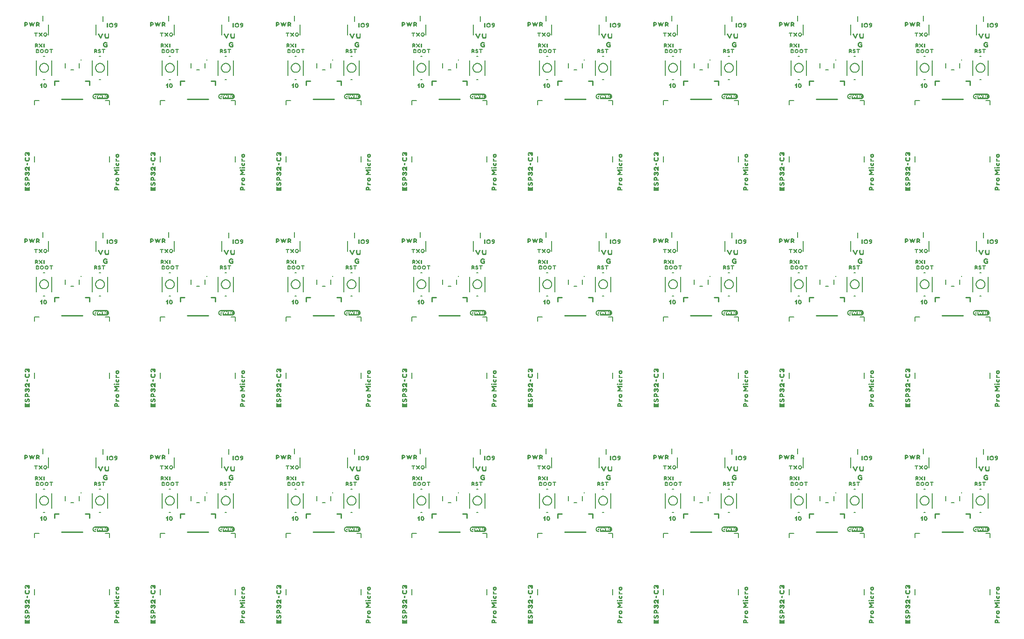
<source format=gto>
G04 EAGLE Gerber RS-274X export*
G75*
%MOMM*%
%FSLAX34Y34*%
%LPD*%
%INSilkscreen Top*%
%IPPOS*%
%AMOC8*
5,1,8,0,0,1.08239X$1,22.5*%
G01*
%ADD10C,0.203200*%
%ADD11C,0.254000*%
%ADD12C,0.127000*%
%ADD13C,0.254000*%
%ADD14C,0.200000*%

G36*
X131881Y959032D02*
X131881Y959032D01*
X131885Y959031D01*
X132368Y959078D01*
X132383Y959090D01*
X132403Y959093D01*
X132412Y959113D01*
X132421Y959120D01*
X132419Y959129D01*
X132424Y959141D01*
X132424Y961789D01*
X132418Y961798D01*
X132421Y961809D01*
X132401Y961825D01*
X132387Y961846D01*
X132376Y961845D01*
X132368Y961852D01*
X132325Y961837D01*
X132320Y961836D01*
X132320Y961835D01*
X132319Y961835D01*
X131987Y961526D01*
X131548Y961261D01*
X131055Y961123D01*
X130541Y961110D01*
X130030Y961184D01*
X129547Y961359D01*
X129116Y961637D01*
X128758Y962004D01*
X128485Y962441D01*
X128299Y962923D01*
X128193Y963431D01*
X128156Y963950D01*
X128196Y964469D01*
X128310Y964976D01*
X128507Y965453D01*
X128793Y965881D01*
X129165Y966236D01*
X129608Y966497D01*
X130099Y966653D01*
X130614Y966705D01*
X131127Y966664D01*
X131614Y966504D01*
X132327Y966045D01*
X132333Y966045D01*
X132335Y966041D01*
X132365Y966045D01*
X132395Y966045D01*
X132398Y966050D01*
X132403Y966051D01*
X132424Y966098D01*
X132424Y966575D01*
X132814Y966648D01*
X133851Y966648D01*
X134066Y966527D01*
X134077Y966527D01*
X134091Y966519D01*
X134153Y966513D01*
X134153Y966507D01*
X134143Y966485D01*
X134143Y959104D01*
X134156Y959085D01*
X134159Y959063D01*
X134175Y959055D01*
X134180Y959047D01*
X134190Y959048D01*
X134206Y959041D01*
X151147Y959032D01*
X151150Y959034D01*
X151154Y959033D01*
X152205Y959157D01*
X152209Y959160D01*
X152216Y959159D01*
X152722Y959316D01*
X152723Y959318D01*
X152726Y959317D01*
X153217Y959509D01*
X153219Y959512D01*
X153224Y959513D01*
X153690Y959765D01*
X153691Y959768D01*
X153696Y959769D01*
X154128Y960072D01*
X154129Y960074D01*
X154132Y960075D01*
X154540Y960412D01*
X154542Y960416D01*
X154547Y960419D01*
X154897Y960815D01*
X154897Y960816D01*
X154899Y960817D01*
X155230Y961230D01*
X155231Y961235D01*
X155236Y961239D01*
X155489Y961705D01*
X155489Y961706D01*
X155491Y961708D01*
X155715Y962185D01*
X155715Y962189D01*
X155718Y962193D01*
X155875Y962699D01*
X155875Y962702D01*
X155877Y962705D01*
X155983Y963221D01*
X155982Y963224D01*
X155984Y963228D01*
X156037Y963755D01*
X156036Y963758D01*
X156038Y963763D01*
X156024Y964290D01*
X156023Y964292D01*
X156024Y964294D01*
X155970Y964822D01*
X155968Y964825D01*
X155969Y964831D01*
X155836Y965342D01*
X155835Y965343D01*
X155835Y965345D01*
X155678Y965850D01*
X155674Y965854D01*
X155673Y965861D01*
X155424Y966328D01*
X155423Y966329D01*
X155422Y966331D01*
X155154Y966785D01*
X155150Y966787D01*
X155150Y966790D01*
X155149Y966791D01*
X155148Y966793D01*
X154811Y967202D01*
X154809Y967203D01*
X154807Y967206D01*
X154440Y967584D01*
X154437Y967584D01*
X154435Y967588D01*
X154026Y967926D01*
X154022Y967926D01*
X154019Y967930D01*
X153573Y968211D01*
X153571Y968211D01*
X153569Y968213D01*
X153104Y968466D01*
X153098Y968465D01*
X153093Y968470D01*
X152083Y968785D01*
X152078Y968784D01*
X152071Y968788D01*
X151544Y968841D01*
X151138Y968882D01*
X151135Y968880D01*
X151132Y968882D01*
X131002Y968882D01*
X131000Y968881D01*
X130997Y968882D01*
X129942Y968790D01*
X129938Y968787D01*
X129929Y968788D01*
X128917Y968481D01*
X128914Y968477D01*
X128906Y968477D01*
X128440Y968224D01*
X128439Y968222D01*
X128437Y968222D01*
X127988Y967945D01*
X127986Y967941D01*
X127981Y967940D01*
X127572Y967603D01*
X127571Y967600D01*
X127568Y967599D01*
X127197Y967224D01*
X127196Y967221D01*
X127193Y967220D01*
X126856Y966811D01*
X126855Y966807D01*
X126850Y966804D01*
X126578Y966351D01*
X126578Y966350D01*
X126577Y966349D01*
X126324Y965883D01*
X126324Y965877D01*
X126319Y965871D01*
X126023Y964856D01*
X126025Y964851D01*
X126021Y964844D01*
X125968Y964317D01*
X125969Y964315D01*
X125968Y964313D01*
X125949Y963786D01*
X125951Y963783D01*
X125950Y963778D01*
X126003Y963251D01*
X126004Y963248D01*
X126004Y963245D01*
X126105Y962728D01*
X126107Y962725D01*
X126107Y962721D01*
X126264Y962215D01*
X126267Y962213D01*
X126267Y962208D01*
X126487Y961728D01*
X126489Y961727D01*
X126489Y961725D01*
X126742Y961259D01*
X126746Y961257D01*
X126748Y961250D01*
X127076Y960835D01*
X127077Y960835D01*
X127077Y960833D01*
X127098Y960809D01*
X127153Y960746D01*
X127207Y960684D01*
X127261Y960621D01*
X127316Y960558D01*
X127370Y960495D01*
X127424Y960434D01*
X127425Y960433D01*
X127429Y960431D01*
X127431Y960426D01*
X127840Y960089D01*
X127842Y960089D01*
X127843Y960087D01*
X128273Y959780D01*
X128276Y959780D01*
X128279Y959776D01*
X128745Y959524D01*
X128748Y959524D01*
X128751Y959520D01*
X129241Y959324D01*
X129243Y959325D01*
X129246Y959323D01*
X129751Y959166D01*
X129756Y959167D01*
X129761Y959163D01*
X130284Y959088D01*
X130285Y959089D01*
X130286Y959088D01*
X130813Y959035D01*
X130816Y959036D01*
X130819Y959035D01*
X131879Y959031D01*
X131881Y959032D01*
G37*
G36*
X131881Y565332D02*
X131881Y565332D01*
X131885Y565331D01*
X132368Y565378D01*
X132383Y565390D01*
X132403Y565393D01*
X132412Y565413D01*
X132421Y565420D01*
X132419Y565429D01*
X132424Y565441D01*
X132424Y568089D01*
X132418Y568098D01*
X132421Y568109D01*
X132401Y568125D01*
X132387Y568146D01*
X132376Y568145D01*
X132368Y568152D01*
X132325Y568137D01*
X132320Y568136D01*
X132320Y568135D01*
X132319Y568135D01*
X131987Y567826D01*
X131548Y567561D01*
X131055Y567423D01*
X130541Y567410D01*
X130030Y567484D01*
X129547Y567659D01*
X129116Y567937D01*
X128758Y568304D01*
X128485Y568741D01*
X128299Y569223D01*
X128193Y569731D01*
X128156Y570250D01*
X128196Y570769D01*
X128310Y571276D01*
X128507Y571753D01*
X128793Y572181D01*
X129165Y572536D01*
X129608Y572797D01*
X130099Y572953D01*
X130614Y573005D01*
X131127Y572964D01*
X131614Y572804D01*
X132327Y572345D01*
X132333Y572345D01*
X132335Y572341D01*
X132365Y572345D01*
X132395Y572345D01*
X132398Y572350D01*
X132403Y572351D01*
X132424Y572398D01*
X132424Y572875D01*
X132814Y572948D01*
X133851Y572948D01*
X134066Y572827D01*
X134077Y572827D01*
X134091Y572819D01*
X134153Y572813D01*
X134153Y572807D01*
X134143Y572785D01*
X134143Y565404D01*
X134156Y565385D01*
X134159Y565363D01*
X134175Y565355D01*
X134180Y565347D01*
X134190Y565348D01*
X134206Y565341D01*
X151147Y565332D01*
X151150Y565334D01*
X151154Y565333D01*
X152205Y565457D01*
X152209Y565460D01*
X152216Y565459D01*
X152722Y565616D01*
X152723Y565618D01*
X152726Y565617D01*
X153217Y565809D01*
X153219Y565812D01*
X153224Y565813D01*
X153690Y566065D01*
X153691Y566068D01*
X153696Y566069D01*
X154128Y566372D01*
X154129Y566374D01*
X154132Y566375D01*
X154540Y566712D01*
X154542Y566716D01*
X154547Y566719D01*
X154897Y567115D01*
X154897Y567116D01*
X154899Y567117D01*
X155230Y567530D01*
X155231Y567535D01*
X155236Y567539D01*
X155489Y568005D01*
X155489Y568006D01*
X155491Y568008D01*
X155715Y568485D01*
X155715Y568489D01*
X155718Y568493D01*
X155875Y568999D01*
X155875Y569002D01*
X155877Y569005D01*
X155983Y569521D01*
X155982Y569524D01*
X155984Y569528D01*
X156037Y570055D01*
X156036Y570058D01*
X156038Y570063D01*
X156024Y570590D01*
X156023Y570592D01*
X156024Y570594D01*
X155970Y571122D01*
X155968Y571125D01*
X155969Y571131D01*
X155836Y571642D01*
X155835Y571643D01*
X155835Y571645D01*
X155678Y572150D01*
X155674Y572154D01*
X155673Y572161D01*
X155424Y572628D01*
X155423Y572629D01*
X155422Y572631D01*
X155154Y573085D01*
X155150Y573087D01*
X155150Y573090D01*
X155149Y573091D01*
X155148Y573093D01*
X154811Y573502D01*
X154809Y573503D01*
X154807Y573506D01*
X154440Y573884D01*
X154437Y573884D01*
X154435Y573888D01*
X154026Y574226D01*
X154022Y574226D01*
X154019Y574230D01*
X153573Y574511D01*
X153571Y574511D01*
X153569Y574513D01*
X153104Y574766D01*
X153098Y574765D01*
X153093Y574770D01*
X152083Y575085D01*
X152078Y575084D01*
X152071Y575088D01*
X151544Y575141D01*
X151138Y575182D01*
X151135Y575180D01*
X151132Y575182D01*
X131002Y575182D01*
X131000Y575181D01*
X130997Y575182D01*
X129942Y575090D01*
X129938Y575087D01*
X129929Y575088D01*
X128917Y574781D01*
X128914Y574777D01*
X128906Y574777D01*
X128440Y574524D01*
X128439Y574522D01*
X128437Y574522D01*
X127988Y574245D01*
X127986Y574241D01*
X127981Y574240D01*
X127572Y573903D01*
X127571Y573900D01*
X127568Y573899D01*
X127197Y573524D01*
X127196Y573521D01*
X127193Y573520D01*
X126856Y573111D01*
X126855Y573107D01*
X126850Y573104D01*
X126578Y572651D01*
X126578Y572650D01*
X126577Y572649D01*
X126324Y572183D01*
X126324Y572177D01*
X126319Y572171D01*
X126023Y571156D01*
X126025Y571151D01*
X126021Y571144D01*
X125968Y570617D01*
X125969Y570615D01*
X125968Y570613D01*
X125949Y570086D01*
X125951Y570083D01*
X125950Y570078D01*
X126003Y569551D01*
X126004Y569548D01*
X126004Y569545D01*
X126105Y569028D01*
X126107Y569025D01*
X126107Y569021D01*
X126264Y568515D01*
X126267Y568513D01*
X126267Y568508D01*
X126487Y568028D01*
X126489Y568027D01*
X126489Y568025D01*
X126742Y567559D01*
X126746Y567557D01*
X126748Y567550D01*
X127076Y567135D01*
X127077Y567135D01*
X127077Y567133D01*
X127098Y567109D01*
X127153Y567046D01*
X127207Y566984D01*
X127261Y566921D01*
X127316Y566858D01*
X127370Y566795D01*
X127424Y566734D01*
X127425Y566733D01*
X127429Y566731D01*
X127431Y566726D01*
X127840Y566389D01*
X127842Y566389D01*
X127843Y566387D01*
X128273Y566080D01*
X128276Y566080D01*
X128279Y566076D01*
X128745Y565824D01*
X128748Y565824D01*
X128751Y565820D01*
X129241Y565624D01*
X129243Y565625D01*
X129246Y565623D01*
X129751Y565466D01*
X129756Y565467D01*
X129761Y565463D01*
X130284Y565388D01*
X130285Y565389D01*
X130286Y565388D01*
X130813Y565335D01*
X130816Y565336D01*
X130819Y565335D01*
X131879Y565331D01*
X131881Y565332D01*
G37*
G36*
X589081Y171632D02*
X589081Y171632D01*
X589085Y171631D01*
X589568Y171678D01*
X589583Y171690D01*
X589603Y171693D01*
X589612Y171713D01*
X589621Y171720D01*
X589619Y171729D01*
X589624Y171741D01*
X589624Y174389D01*
X589618Y174398D01*
X589621Y174409D01*
X589601Y174425D01*
X589587Y174446D01*
X589576Y174445D01*
X589568Y174452D01*
X589525Y174437D01*
X589520Y174436D01*
X589520Y174435D01*
X589519Y174435D01*
X589187Y174126D01*
X588748Y173861D01*
X588255Y173723D01*
X587741Y173710D01*
X587230Y173784D01*
X586747Y173959D01*
X586316Y174237D01*
X585958Y174604D01*
X585685Y175041D01*
X585499Y175523D01*
X585393Y176031D01*
X585356Y176550D01*
X585396Y177069D01*
X585510Y177576D01*
X585707Y178053D01*
X585993Y178481D01*
X586365Y178836D01*
X586808Y179097D01*
X587299Y179253D01*
X587814Y179305D01*
X588327Y179264D01*
X588814Y179104D01*
X589527Y178645D01*
X589533Y178645D01*
X589535Y178641D01*
X589565Y178645D01*
X589595Y178645D01*
X589598Y178650D01*
X589603Y178651D01*
X589624Y178698D01*
X589624Y179175D01*
X590014Y179248D01*
X591051Y179248D01*
X591266Y179127D01*
X591277Y179127D01*
X591291Y179119D01*
X591353Y179113D01*
X591353Y179107D01*
X591343Y179085D01*
X591343Y171704D01*
X591356Y171685D01*
X591359Y171663D01*
X591375Y171655D01*
X591380Y171647D01*
X591390Y171648D01*
X591406Y171641D01*
X608347Y171632D01*
X608350Y171634D01*
X608354Y171633D01*
X609405Y171757D01*
X609409Y171760D01*
X609416Y171759D01*
X609922Y171916D01*
X609923Y171918D01*
X609926Y171917D01*
X610417Y172109D01*
X610419Y172112D01*
X610424Y172113D01*
X610890Y172365D01*
X610891Y172368D01*
X610896Y172369D01*
X611328Y172672D01*
X611329Y172674D01*
X611332Y172675D01*
X611740Y173012D01*
X611742Y173016D01*
X611747Y173019D01*
X612097Y173415D01*
X612097Y173416D01*
X612099Y173417D01*
X612430Y173830D01*
X612431Y173835D01*
X612436Y173839D01*
X612689Y174305D01*
X612689Y174306D01*
X612691Y174308D01*
X612915Y174785D01*
X612915Y174789D01*
X612918Y174793D01*
X613075Y175299D01*
X613075Y175302D01*
X613077Y175305D01*
X613183Y175821D01*
X613182Y175824D01*
X613184Y175828D01*
X613237Y176355D01*
X613236Y176358D01*
X613238Y176363D01*
X613224Y176890D01*
X613223Y176892D01*
X613224Y176894D01*
X613170Y177422D01*
X613168Y177425D01*
X613169Y177431D01*
X613036Y177942D01*
X613035Y177943D01*
X613035Y177945D01*
X612878Y178450D01*
X612874Y178454D01*
X612873Y178461D01*
X612624Y178928D01*
X612623Y178929D01*
X612622Y178931D01*
X612354Y179385D01*
X612350Y179387D01*
X612350Y179390D01*
X612349Y179391D01*
X612348Y179393D01*
X612011Y179802D01*
X612009Y179803D01*
X612007Y179806D01*
X611640Y180184D01*
X611637Y180184D01*
X611635Y180188D01*
X611226Y180526D01*
X611222Y180526D01*
X611219Y180530D01*
X610773Y180811D01*
X610771Y180811D01*
X610769Y180813D01*
X610304Y181066D01*
X610298Y181065D01*
X610293Y181070D01*
X609283Y181385D01*
X609278Y181384D01*
X609271Y181388D01*
X608744Y181441D01*
X608338Y181482D01*
X608335Y181480D01*
X608332Y181482D01*
X588202Y181482D01*
X588200Y181481D01*
X588197Y181482D01*
X587142Y181390D01*
X587138Y181387D01*
X587129Y181388D01*
X586117Y181081D01*
X586114Y181077D01*
X586106Y181077D01*
X585640Y180824D01*
X585639Y180822D01*
X585637Y180822D01*
X585188Y180545D01*
X585186Y180541D01*
X585181Y180540D01*
X584772Y180203D01*
X584771Y180200D01*
X584768Y180199D01*
X584397Y179824D01*
X584396Y179821D01*
X584393Y179820D01*
X584056Y179411D01*
X584055Y179407D01*
X584050Y179404D01*
X583778Y178951D01*
X583778Y178950D01*
X583777Y178949D01*
X583524Y178483D01*
X583524Y178477D01*
X583519Y178471D01*
X583223Y177456D01*
X583225Y177451D01*
X583221Y177444D01*
X583168Y176917D01*
X583169Y176915D01*
X583168Y176913D01*
X583149Y176386D01*
X583151Y176383D01*
X583150Y176378D01*
X583203Y175851D01*
X583204Y175848D01*
X583204Y175845D01*
X583305Y175328D01*
X583307Y175325D01*
X583307Y175321D01*
X583464Y174815D01*
X583467Y174813D01*
X583467Y174808D01*
X583687Y174328D01*
X583689Y174327D01*
X583689Y174325D01*
X583942Y173859D01*
X583946Y173857D01*
X583948Y173850D01*
X584276Y173435D01*
X584277Y173435D01*
X584277Y173433D01*
X584298Y173409D01*
X584353Y173346D01*
X584407Y173284D01*
X584461Y173221D01*
X584516Y173158D01*
X584570Y173095D01*
X584624Y173034D01*
X584625Y173033D01*
X584629Y173031D01*
X584631Y173026D01*
X585040Y172689D01*
X585042Y172689D01*
X585043Y172687D01*
X585473Y172380D01*
X585476Y172380D01*
X585479Y172376D01*
X585945Y172124D01*
X585948Y172124D01*
X585951Y172120D01*
X586441Y171924D01*
X586443Y171925D01*
X586446Y171923D01*
X586951Y171766D01*
X586956Y171767D01*
X586961Y171763D01*
X587484Y171688D01*
X587485Y171689D01*
X587486Y171688D01*
X588013Y171635D01*
X588016Y171636D01*
X588019Y171635D01*
X589079Y171631D01*
X589081Y171632D01*
G37*
G36*
X1046281Y959032D02*
X1046281Y959032D01*
X1046285Y959031D01*
X1046768Y959078D01*
X1046783Y959090D01*
X1046803Y959093D01*
X1046812Y959113D01*
X1046821Y959120D01*
X1046819Y959129D01*
X1046824Y959141D01*
X1046824Y961789D01*
X1046818Y961798D01*
X1046821Y961809D01*
X1046801Y961825D01*
X1046787Y961846D01*
X1046776Y961845D01*
X1046768Y961852D01*
X1046725Y961837D01*
X1046720Y961836D01*
X1046720Y961835D01*
X1046719Y961835D01*
X1046387Y961526D01*
X1045948Y961261D01*
X1045455Y961123D01*
X1044941Y961110D01*
X1044430Y961184D01*
X1043947Y961359D01*
X1043516Y961637D01*
X1043158Y962004D01*
X1042885Y962441D01*
X1042699Y962923D01*
X1042593Y963431D01*
X1042556Y963950D01*
X1042596Y964469D01*
X1042710Y964976D01*
X1042907Y965453D01*
X1043193Y965881D01*
X1043565Y966236D01*
X1044008Y966497D01*
X1044499Y966653D01*
X1045014Y966705D01*
X1045527Y966664D01*
X1046014Y966504D01*
X1046727Y966045D01*
X1046733Y966045D01*
X1046735Y966041D01*
X1046765Y966045D01*
X1046795Y966045D01*
X1046798Y966050D01*
X1046803Y966051D01*
X1046824Y966098D01*
X1046824Y966575D01*
X1047214Y966648D01*
X1048251Y966648D01*
X1048466Y966527D01*
X1048477Y966527D01*
X1048491Y966519D01*
X1048553Y966513D01*
X1048553Y966507D01*
X1048543Y966485D01*
X1048543Y959104D01*
X1048556Y959085D01*
X1048559Y959063D01*
X1048575Y959055D01*
X1048580Y959047D01*
X1048590Y959048D01*
X1048606Y959041D01*
X1065547Y959032D01*
X1065550Y959034D01*
X1065554Y959033D01*
X1066605Y959157D01*
X1066609Y959160D01*
X1066616Y959159D01*
X1067122Y959316D01*
X1067123Y959318D01*
X1067126Y959317D01*
X1067617Y959509D01*
X1067619Y959512D01*
X1067624Y959513D01*
X1068090Y959765D01*
X1068091Y959768D01*
X1068096Y959769D01*
X1068528Y960072D01*
X1068529Y960074D01*
X1068532Y960075D01*
X1068940Y960412D01*
X1068942Y960416D01*
X1068947Y960419D01*
X1069297Y960815D01*
X1069297Y960816D01*
X1069299Y960817D01*
X1069630Y961230D01*
X1069631Y961235D01*
X1069636Y961239D01*
X1069889Y961705D01*
X1069889Y961706D01*
X1069891Y961708D01*
X1070115Y962185D01*
X1070115Y962189D01*
X1070118Y962193D01*
X1070275Y962699D01*
X1070275Y962702D01*
X1070277Y962705D01*
X1070383Y963221D01*
X1070382Y963224D01*
X1070384Y963228D01*
X1070437Y963755D01*
X1070436Y963758D01*
X1070438Y963763D01*
X1070424Y964290D01*
X1070423Y964292D01*
X1070424Y964294D01*
X1070370Y964822D01*
X1070368Y964825D01*
X1070369Y964831D01*
X1070236Y965342D01*
X1070235Y965343D01*
X1070235Y965345D01*
X1070078Y965850D01*
X1070074Y965854D01*
X1070073Y965861D01*
X1069824Y966328D01*
X1069823Y966329D01*
X1069822Y966331D01*
X1069554Y966785D01*
X1069550Y966787D01*
X1069550Y966790D01*
X1069549Y966791D01*
X1069548Y966793D01*
X1069211Y967202D01*
X1069209Y967203D01*
X1069207Y967206D01*
X1068840Y967584D01*
X1068837Y967584D01*
X1068835Y967588D01*
X1068426Y967926D01*
X1068422Y967926D01*
X1068419Y967930D01*
X1067973Y968211D01*
X1067971Y968211D01*
X1067969Y968213D01*
X1067504Y968466D01*
X1067498Y968465D01*
X1067493Y968470D01*
X1066483Y968785D01*
X1066478Y968784D01*
X1066471Y968788D01*
X1065944Y968841D01*
X1065538Y968882D01*
X1065535Y968880D01*
X1065532Y968882D01*
X1045402Y968882D01*
X1045400Y968881D01*
X1045397Y968882D01*
X1044342Y968790D01*
X1044338Y968787D01*
X1044329Y968788D01*
X1043317Y968481D01*
X1043314Y968477D01*
X1043306Y968477D01*
X1042840Y968224D01*
X1042839Y968222D01*
X1042837Y968222D01*
X1042388Y967945D01*
X1042386Y967941D01*
X1042381Y967940D01*
X1041972Y967603D01*
X1041971Y967600D01*
X1041968Y967599D01*
X1041597Y967224D01*
X1041596Y967221D01*
X1041593Y967220D01*
X1041256Y966811D01*
X1041255Y966807D01*
X1041250Y966804D01*
X1040978Y966351D01*
X1040978Y966350D01*
X1040977Y966349D01*
X1040724Y965883D01*
X1040724Y965877D01*
X1040719Y965871D01*
X1040423Y964856D01*
X1040425Y964851D01*
X1040421Y964844D01*
X1040368Y964317D01*
X1040369Y964315D01*
X1040368Y964313D01*
X1040349Y963786D01*
X1040351Y963783D01*
X1040350Y963778D01*
X1040403Y963251D01*
X1040404Y963248D01*
X1040404Y963245D01*
X1040505Y962728D01*
X1040507Y962725D01*
X1040507Y962721D01*
X1040664Y962215D01*
X1040667Y962213D01*
X1040667Y962208D01*
X1040887Y961728D01*
X1040889Y961727D01*
X1040889Y961725D01*
X1041142Y961259D01*
X1041146Y961257D01*
X1041148Y961250D01*
X1041476Y960835D01*
X1041477Y960835D01*
X1041477Y960833D01*
X1041498Y960809D01*
X1041553Y960746D01*
X1041607Y960684D01*
X1041661Y960621D01*
X1041716Y960558D01*
X1041770Y960495D01*
X1041824Y960434D01*
X1041825Y960433D01*
X1041829Y960431D01*
X1041831Y960426D01*
X1042240Y960089D01*
X1042242Y960089D01*
X1042243Y960087D01*
X1042673Y959780D01*
X1042676Y959780D01*
X1042679Y959776D01*
X1043145Y959524D01*
X1043148Y959524D01*
X1043151Y959520D01*
X1043641Y959324D01*
X1043643Y959325D01*
X1043646Y959323D01*
X1044151Y959166D01*
X1044156Y959167D01*
X1044161Y959163D01*
X1044684Y959088D01*
X1044685Y959089D01*
X1044686Y959088D01*
X1045213Y959035D01*
X1045216Y959036D01*
X1045219Y959035D01*
X1046279Y959031D01*
X1046281Y959032D01*
G37*
G36*
X1274881Y959032D02*
X1274881Y959032D01*
X1274885Y959031D01*
X1275368Y959078D01*
X1275383Y959090D01*
X1275403Y959093D01*
X1275412Y959113D01*
X1275421Y959120D01*
X1275419Y959129D01*
X1275424Y959141D01*
X1275424Y961789D01*
X1275418Y961798D01*
X1275421Y961809D01*
X1275401Y961825D01*
X1275387Y961846D01*
X1275376Y961845D01*
X1275368Y961852D01*
X1275325Y961837D01*
X1275320Y961836D01*
X1275320Y961835D01*
X1275319Y961835D01*
X1274987Y961526D01*
X1274548Y961261D01*
X1274055Y961123D01*
X1273541Y961110D01*
X1273030Y961184D01*
X1272547Y961359D01*
X1272116Y961637D01*
X1271758Y962004D01*
X1271485Y962441D01*
X1271299Y962923D01*
X1271193Y963431D01*
X1271156Y963950D01*
X1271196Y964469D01*
X1271310Y964976D01*
X1271507Y965453D01*
X1271793Y965881D01*
X1272165Y966236D01*
X1272608Y966497D01*
X1273099Y966653D01*
X1273614Y966705D01*
X1274127Y966664D01*
X1274614Y966504D01*
X1275327Y966045D01*
X1275333Y966045D01*
X1275335Y966041D01*
X1275365Y966045D01*
X1275395Y966045D01*
X1275398Y966050D01*
X1275403Y966051D01*
X1275424Y966098D01*
X1275424Y966575D01*
X1275814Y966648D01*
X1276851Y966648D01*
X1277066Y966527D01*
X1277077Y966527D01*
X1277091Y966519D01*
X1277153Y966513D01*
X1277153Y966507D01*
X1277143Y966485D01*
X1277143Y959104D01*
X1277156Y959085D01*
X1277159Y959063D01*
X1277175Y959055D01*
X1277180Y959047D01*
X1277190Y959048D01*
X1277206Y959041D01*
X1294147Y959032D01*
X1294150Y959034D01*
X1294154Y959033D01*
X1295205Y959157D01*
X1295209Y959160D01*
X1295216Y959159D01*
X1295722Y959316D01*
X1295723Y959318D01*
X1295726Y959317D01*
X1296217Y959509D01*
X1296219Y959512D01*
X1296224Y959513D01*
X1296690Y959765D01*
X1296691Y959768D01*
X1296696Y959769D01*
X1297128Y960072D01*
X1297129Y960074D01*
X1297132Y960075D01*
X1297540Y960412D01*
X1297542Y960416D01*
X1297547Y960419D01*
X1297897Y960815D01*
X1297897Y960816D01*
X1297899Y960817D01*
X1298230Y961230D01*
X1298231Y961235D01*
X1298236Y961239D01*
X1298489Y961705D01*
X1298489Y961706D01*
X1298491Y961708D01*
X1298715Y962185D01*
X1298715Y962189D01*
X1298718Y962193D01*
X1298875Y962699D01*
X1298875Y962702D01*
X1298877Y962705D01*
X1298983Y963221D01*
X1298982Y963224D01*
X1298984Y963228D01*
X1299037Y963755D01*
X1299036Y963758D01*
X1299038Y963763D01*
X1299024Y964290D01*
X1299023Y964292D01*
X1299024Y964294D01*
X1298970Y964822D01*
X1298968Y964825D01*
X1298969Y964831D01*
X1298836Y965342D01*
X1298835Y965343D01*
X1298835Y965345D01*
X1298678Y965850D01*
X1298674Y965854D01*
X1298673Y965861D01*
X1298424Y966328D01*
X1298423Y966329D01*
X1298422Y966331D01*
X1298154Y966785D01*
X1298150Y966787D01*
X1298150Y966790D01*
X1298149Y966791D01*
X1298148Y966793D01*
X1297811Y967202D01*
X1297809Y967203D01*
X1297807Y967206D01*
X1297440Y967584D01*
X1297437Y967584D01*
X1297435Y967588D01*
X1297026Y967926D01*
X1297022Y967926D01*
X1297019Y967930D01*
X1296573Y968211D01*
X1296571Y968211D01*
X1296569Y968213D01*
X1296104Y968466D01*
X1296098Y968465D01*
X1296093Y968470D01*
X1295083Y968785D01*
X1295078Y968784D01*
X1295071Y968788D01*
X1294544Y968841D01*
X1294138Y968882D01*
X1294135Y968880D01*
X1294132Y968882D01*
X1274002Y968882D01*
X1274000Y968881D01*
X1273997Y968882D01*
X1272942Y968790D01*
X1272938Y968787D01*
X1272929Y968788D01*
X1271917Y968481D01*
X1271914Y968477D01*
X1271906Y968477D01*
X1271440Y968224D01*
X1271439Y968222D01*
X1271437Y968222D01*
X1270988Y967945D01*
X1270986Y967941D01*
X1270981Y967940D01*
X1270572Y967603D01*
X1270571Y967600D01*
X1270568Y967599D01*
X1270197Y967224D01*
X1270196Y967221D01*
X1270193Y967220D01*
X1269856Y966811D01*
X1269855Y966807D01*
X1269850Y966804D01*
X1269578Y966351D01*
X1269578Y966350D01*
X1269577Y966349D01*
X1269324Y965883D01*
X1269324Y965877D01*
X1269319Y965871D01*
X1269023Y964856D01*
X1269025Y964851D01*
X1269021Y964844D01*
X1268968Y964317D01*
X1268969Y964315D01*
X1268968Y964313D01*
X1268949Y963786D01*
X1268951Y963783D01*
X1268950Y963778D01*
X1269003Y963251D01*
X1269004Y963248D01*
X1269004Y963245D01*
X1269105Y962728D01*
X1269107Y962725D01*
X1269107Y962721D01*
X1269264Y962215D01*
X1269267Y962213D01*
X1269267Y962208D01*
X1269487Y961728D01*
X1269489Y961727D01*
X1269489Y961725D01*
X1269742Y961259D01*
X1269746Y961257D01*
X1269748Y961250D01*
X1270076Y960835D01*
X1270077Y960835D01*
X1270077Y960833D01*
X1270098Y960809D01*
X1270153Y960746D01*
X1270207Y960684D01*
X1270261Y960621D01*
X1270316Y960558D01*
X1270370Y960495D01*
X1270424Y960434D01*
X1270425Y960433D01*
X1270429Y960431D01*
X1270431Y960426D01*
X1270840Y960089D01*
X1270842Y960089D01*
X1270843Y960087D01*
X1271273Y959780D01*
X1271276Y959780D01*
X1271279Y959776D01*
X1271745Y959524D01*
X1271748Y959524D01*
X1271751Y959520D01*
X1272241Y959324D01*
X1272243Y959325D01*
X1272246Y959323D01*
X1272751Y959166D01*
X1272756Y959167D01*
X1272761Y959163D01*
X1273284Y959088D01*
X1273285Y959089D01*
X1273286Y959088D01*
X1273813Y959035D01*
X1273816Y959036D01*
X1273819Y959035D01*
X1274879Y959031D01*
X1274881Y959032D01*
G37*
G36*
X360481Y959032D02*
X360481Y959032D01*
X360485Y959031D01*
X360968Y959078D01*
X360983Y959090D01*
X361003Y959093D01*
X361012Y959113D01*
X361021Y959120D01*
X361019Y959129D01*
X361024Y959141D01*
X361024Y961789D01*
X361018Y961798D01*
X361021Y961809D01*
X361001Y961825D01*
X360987Y961846D01*
X360976Y961845D01*
X360968Y961852D01*
X360925Y961837D01*
X360920Y961836D01*
X360920Y961835D01*
X360919Y961835D01*
X360587Y961526D01*
X360148Y961261D01*
X359655Y961123D01*
X359141Y961110D01*
X358630Y961184D01*
X358147Y961359D01*
X357716Y961637D01*
X357358Y962004D01*
X357085Y962441D01*
X356899Y962923D01*
X356793Y963431D01*
X356756Y963950D01*
X356796Y964469D01*
X356910Y964976D01*
X357107Y965453D01*
X357393Y965881D01*
X357765Y966236D01*
X358208Y966497D01*
X358699Y966653D01*
X359214Y966705D01*
X359727Y966664D01*
X360214Y966504D01*
X360927Y966045D01*
X360933Y966045D01*
X360935Y966041D01*
X360965Y966045D01*
X360995Y966045D01*
X360998Y966050D01*
X361003Y966051D01*
X361024Y966098D01*
X361024Y966575D01*
X361414Y966648D01*
X362451Y966648D01*
X362666Y966527D01*
X362677Y966527D01*
X362691Y966519D01*
X362753Y966513D01*
X362753Y966507D01*
X362743Y966485D01*
X362743Y959104D01*
X362756Y959085D01*
X362759Y959063D01*
X362775Y959055D01*
X362780Y959047D01*
X362790Y959048D01*
X362806Y959041D01*
X379747Y959032D01*
X379750Y959034D01*
X379754Y959033D01*
X380805Y959157D01*
X380809Y959160D01*
X380816Y959159D01*
X381322Y959316D01*
X381323Y959318D01*
X381326Y959317D01*
X381817Y959509D01*
X381819Y959512D01*
X381824Y959513D01*
X382290Y959765D01*
X382291Y959768D01*
X382296Y959769D01*
X382728Y960072D01*
X382729Y960074D01*
X382732Y960075D01*
X383140Y960412D01*
X383142Y960416D01*
X383147Y960419D01*
X383497Y960815D01*
X383497Y960816D01*
X383499Y960817D01*
X383830Y961230D01*
X383831Y961235D01*
X383836Y961239D01*
X384089Y961705D01*
X384089Y961706D01*
X384091Y961708D01*
X384315Y962185D01*
X384315Y962189D01*
X384318Y962193D01*
X384475Y962699D01*
X384475Y962702D01*
X384477Y962705D01*
X384583Y963221D01*
X384582Y963224D01*
X384584Y963228D01*
X384637Y963755D01*
X384636Y963758D01*
X384638Y963763D01*
X384624Y964290D01*
X384623Y964292D01*
X384624Y964294D01*
X384570Y964822D01*
X384568Y964825D01*
X384569Y964831D01*
X384436Y965342D01*
X384435Y965343D01*
X384435Y965345D01*
X384278Y965850D01*
X384274Y965854D01*
X384273Y965861D01*
X384024Y966328D01*
X384023Y966329D01*
X384022Y966331D01*
X383754Y966785D01*
X383750Y966787D01*
X383750Y966790D01*
X383749Y966791D01*
X383748Y966793D01*
X383411Y967202D01*
X383409Y967203D01*
X383407Y967206D01*
X383040Y967584D01*
X383037Y967584D01*
X383035Y967588D01*
X382626Y967926D01*
X382622Y967926D01*
X382619Y967930D01*
X382173Y968211D01*
X382171Y968211D01*
X382169Y968213D01*
X381704Y968466D01*
X381698Y968465D01*
X381693Y968470D01*
X380683Y968785D01*
X380678Y968784D01*
X380671Y968788D01*
X380144Y968841D01*
X379738Y968882D01*
X379735Y968880D01*
X379732Y968882D01*
X359602Y968882D01*
X359600Y968881D01*
X359597Y968882D01*
X358542Y968790D01*
X358538Y968787D01*
X358529Y968788D01*
X357517Y968481D01*
X357514Y968477D01*
X357506Y968477D01*
X357040Y968224D01*
X357039Y968222D01*
X357037Y968222D01*
X356588Y967945D01*
X356586Y967941D01*
X356581Y967940D01*
X356172Y967603D01*
X356171Y967600D01*
X356168Y967599D01*
X355797Y967224D01*
X355796Y967221D01*
X355793Y967220D01*
X355456Y966811D01*
X355455Y966807D01*
X355450Y966804D01*
X355178Y966351D01*
X355178Y966350D01*
X355177Y966349D01*
X354924Y965883D01*
X354924Y965877D01*
X354919Y965871D01*
X354623Y964856D01*
X354625Y964851D01*
X354621Y964844D01*
X354568Y964317D01*
X354569Y964315D01*
X354568Y964313D01*
X354549Y963786D01*
X354551Y963783D01*
X354550Y963778D01*
X354603Y963251D01*
X354604Y963248D01*
X354604Y963245D01*
X354705Y962728D01*
X354707Y962725D01*
X354707Y962721D01*
X354864Y962215D01*
X354867Y962213D01*
X354867Y962208D01*
X355087Y961728D01*
X355089Y961727D01*
X355089Y961725D01*
X355342Y961259D01*
X355346Y961257D01*
X355348Y961250D01*
X355676Y960835D01*
X355677Y960835D01*
X355677Y960833D01*
X355698Y960809D01*
X355753Y960746D01*
X355807Y960684D01*
X355861Y960621D01*
X355916Y960558D01*
X355970Y960495D01*
X356024Y960434D01*
X356025Y960433D01*
X356029Y960431D01*
X356031Y960426D01*
X356440Y960089D01*
X356442Y960089D01*
X356443Y960087D01*
X356873Y959780D01*
X356876Y959780D01*
X356879Y959776D01*
X357345Y959524D01*
X357348Y959524D01*
X357351Y959520D01*
X357841Y959324D01*
X357843Y959325D01*
X357846Y959323D01*
X358351Y959166D01*
X358356Y959167D01*
X358361Y959163D01*
X358884Y959088D01*
X358885Y959089D01*
X358886Y959088D01*
X359413Y959035D01*
X359416Y959036D01*
X359419Y959035D01*
X360479Y959031D01*
X360481Y959032D01*
G37*
G36*
X1732081Y959032D02*
X1732081Y959032D01*
X1732085Y959031D01*
X1732568Y959078D01*
X1732583Y959090D01*
X1732603Y959093D01*
X1732612Y959113D01*
X1732621Y959120D01*
X1732619Y959129D01*
X1732624Y959141D01*
X1732624Y961789D01*
X1732618Y961798D01*
X1732621Y961809D01*
X1732601Y961825D01*
X1732587Y961846D01*
X1732576Y961845D01*
X1732568Y961852D01*
X1732525Y961837D01*
X1732520Y961836D01*
X1732520Y961835D01*
X1732519Y961835D01*
X1732187Y961526D01*
X1731748Y961261D01*
X1731255Y961123D01*
X1730741Y961110D01*
X1730230Y961184D01*
X1729747Y961359D01*
X1729316Y961637D01*
X1728958Y962004D01*
X1728685Y962441D01*
X1728499Y962923D01*
X1728393Y963431D01*
X1728356Y963950D01*
X1728396Y964469D01*
X1728510Y964976D01*
X1728707Y965453D01*
X1728993Y965881D01*
X1729365Y966236D01*
X1729808Y966497D01*
X1730299Y966653D01*
X1730814Y966705D01*
X1731327Y966664D01*
X1731814Y966504D01*
X1732527Y966045D01*
X1732533Y966045D01*
X1732535Y966041D01*
X1732565Y966045D01*
X1732595Y966045D01*
X1732598Y966050D01*
X1732603Y966051D01*
X1732624Y966098D01*
X1732624Y966575D01*
X1733014Y966648D01*
X1734051Y966648D01*
X1734266Y966527D01*
X1734277Y966527D01*
X1734291Y966519D01*
X1734353Y966513D01*
X1734353Y966507D01*
X1734343Y966485D01*
X1734343Y959104D01*
X1734356Y959085D01*
X1734359Y959063D01*
X1734375Y959055D01*
X1734380Y959047D01*
X1734390Y959048D01*
X1734406Y959041D01*
X1751347Y959032D01*
X1751350Y959034D01*
X1751354Y959033D01*
X1752405Y959157D01*
X1752409Y959160D01*
X1752416Y959159D01*
X1752922Y959316D01*
X1752923Y959318D01*
X1752926Y959317D01*
X1753417Y959509D01*
X1753419Y959512D01*
X1753424Y959513D01*
X1753890Y959765D01*
X1753891Y959768D01*
X1753896Y959769D01*
X1754328Y960072D01*
X1754329Y960074D01*
X1754332Y960075D01*
X1754740Y960412D01*
X1754742Y960416D01*
X1754747Y960419D01*
X1755097Y960815D01*
X1755097Y960816D01*
X1755099Y960817D01*
X1755430Y961230D01*
X1755431Y961235D01*
X1755436Y961239D01*
X1755689Y961705D01*
X1755689Y961706D01*
X1755691Y961708D01*
X1755915Y962185D01*
X1755915Y962189D01*
X1755918Y962193D01*
X1756075Y962699D01*
X1756075Y962702D01*
X1756077Y962705D01*
X1756183Y963221D01*
X1756182Y963224D01*
X1756184Y963228D01*
X1756237Y963755D01*
X1756236Y963758D01*
X1756238Y963763D01*
X1756224Y964290D01*
X1756223Y964292D01*
X1756224Y964294D01*
X1756170Y964822D01*
X1756168Y964825D01*
X1756169Y964831D01*
X1756036Y965342D01*
X1756035Y965343D01*
X1756035Y965345D01*
X1755878Y965850D01*
X1755874Y965854D01*
X1755873Y965861D01*
X1755624Y966328D01*
X1755623Y966329D01*
X1755622Y966331D01*
X1755354Y966785D01*
X1755350Y966787D01*
X1755350Y966790D01*
X1755349Y966791D01*
X1755348Y966793D01*
X1755011Y967202D01*
X1755009Y967203D01*
X1755007Y967206D01*
X1754640Y967584D01*
X1754637Y967584D01*
X1754635Y967588D01*
X1754226Y967926D01*
X1754222Y967926D01*
X1754219Y967930D01*
X1753773Y968211D01*
X1753771Y968211D01*
X1753769Y968213D01*
X1753304Y968466D01*
X1753298Y968465D01*
X1753293Y968470D01*
X1752283Y968785D01*
X1752278Y968784D01*
X1752271Y968788D01*
X1751744Y968841D01*
X1751338Y968882D01*
X1751335Y968880D01*
X1751332Y968882D01*
X1731202Y968882D01*
X1731200Y968881D01*
X1731197Y968882D01*
X1730142Y968790D01*
X1730138Y968787D01*
X1730129Y968788D01*
X1729117Y968481D01*
X1729114Y968477D01*
X1729106Y968477D01*
X1728640Y968224D01*
X1728639Y968222D01*
X1728637Y968222D01*
X1728188Y967945D01*
X1728186Y967941D01*
X1728181Y967940D01*
X1727772Y967603D01*
X1727771Y967600D01*
X1727768Y967599D01*
X1727397Y967224D01*
X1727396Y967221D01*
X1727393Y967220D01*
X1727056Y966811D01*
X1727055Y966807D01*
X1727050Y966804D01*
X1726778Y966351D01*
X1726778Y966350D01*
X1726777Y966349D01*
X1726524Y965883D01*
X1726524Y965877D01*
X1726519Y965871D01*
X1726223Y964856D01*
X1726225Y964851D01*
X1726221Y964844D01*
X1726168Y964317D01*
X1726169Y964315D01*
X1726168Y964313D01*
X1726149Y963786D01*
X1726151Y963783D01*
X1726150Y963778D01*
X1726203Y963251D01*
X1726204Y963248D01*
X1726204Y963245D01*
X1726305Y962728D01*
X1726307Y962725D01*
X1726307Y962721D01*
X1726464Y962215D01*
X1726467Y962213D01*
X1726467Y962208D01*
X1726687Y961728D01*
X1726689Y961727D01*
X1726689Y961725D01*
X1726942Y961259D01*
X1726946Y961257D01*
X1726948Y961250D01*
X1727276Y960835D01*
X1727277Y960835D01*
X1727277Y960833D01*
X1727298Y960809D01*
X1727353Y960746D01*
X1727407Y960684D01*
X1727461Y960621D01*
X1727516Y960558D01*
X1727570Y960495D01*
X1727624Y960434D01*
X1727625Y960433D01*
X1727629Y960431D01*
X1727631Y960426D01*
X1728040Y960089D01*
X1728042Y960089D01*
X1728043Y960087D01*
X1728473Y959780D01*
X1728476Y959780D01*
X1728479Y959776D01*
X1728945Y959524D01*
X1728948Y959524D01*
X1728951Y959520D01*
X1729441Y959324D01*
X1729443Y959325D01*
X1729446Y959323D01*
X1729951Y959166D01*
X1729956Y959167D01*
X1729961Y959163D01*
X1730484Y959088D01*
X1730485Y959089D01*
X1730486Y959088D01*
X1731013Y959035D01*
X1731016Y959036D01*
X1731019Y959035D01*
X1732079Y959031D01*
X1732081Y959032D01*
G37*
G36*
X1503481Y565332D02*
X1503481Y565332D01*
X1503485Y565331D01*
X1503968Y565378D01*
X1503983Y565390D01*
X1504003Y565393D01*
X1504012Y565413D01*
X1504021Y565420D01*
X1504019Y565429D01*
X1504024Y565441D01*
X1504024Y568089D01*
X1504018Y568098D01*
X1504021Y568109D01*
X1504001Y568125D01*
X1503987Y568146D01*
X1503976Y568145D01*
X1503968Y568152D01*
X1503925Y568137D01*
X1503920Y568136D01*
X1503920Y568135D01*
X1503919Y568135D01*
X1503587Y567826D01*
X1503148Y567561D01*
X1502655Y567423D01*
X1502141Y567410D01*
X1501630Y567484D01*
X1501147Y567659D01*
X1500716Y567937D01*
X1500358Y568304D01*
X1500085Y568741D01*
X1499899Y569223D01*
X1499793Y569731D01*
X1499756Y570250D01*
X1499796Y570769D01*
X1499910Y571276D01*
X1500107Y571753D01*
X1500393Y572181D01*
X1500765Y572536D01*
X1501208Y572797D01*
X1501699Y572953D01*
X1502214Y573005D01*
X1502727Y572964D01*
X1503214Y572804D01*
X1503927Y572345D01*
X1503933Y572345D01*
X1503935Y572341D01*
X1503965Y572345D01*
X1503995Y572345D01*
X1503998Y572350D01*
X1504003Y572351D01*
X1504024Y572398D01*
X1504024Y572875D01*
X1504414Y572948D01*
X1505451Y572948D01*
X1505666Y572827D01*
X1505677Y572827D01*
X1505691Y572819D01*
X1505753Y572813D01*
X1505753Y572807D01*
X1505743Y572785D01*
X1505743Y565404D01*
X1505756Y565385D01*
X1505759Y565363D01*
X1505775Y565355D01*
X1505780Y565347D01*
X1505790Y565348D01*
X1505806Y565341D01*
X1522747Y565332D01*
X1522750Y565334D01*
X1522754Y565333D01*
X1523805Y565457D01*
X1523809Y565460D01*
X1523816Y565459D01*
X1524322Y565616D01*
X1524323Y565618D01*
X1524326Y565617D01*
X1524817Y565809D01*
X1524819Y565812D01*
X1524824Y565813D01*
X1525290Y566065D01*
X1525291Y566068D01*
X1525296Y566069D01*
X1525728Y566372D01*
X1525729Y566374D01*
X1525732Y566375D01*
X1526140Y566712D01*
X1526142Y566716D01*
X1526147Y566719D01*
X1526497Y567115D01*
X1526497Y567116D01*
X1526499Y567117D01*
X1526830Y567530D01*
X1526831Y567535D01*
X1526836Y567539D01*
X1527089Y568005D01*
X1527089Y568006D01*
X1527091Y568008D01*
X1527315Y568485D01*
X1527315Y568489D01*
X1527318Y568493D01*
X1527475Y568999D01*
X1527475Y569002D01*
X1527477Y569005D01*
X1527583Y569521D01*
X1527582Y569524D01*
X1527584Y569528D01*
X1527637Y570055D01*
X1527636Y570058D01*
X1527638Y570063D01*
X1527624Y570590D01*
X1527623Y570592D01*
X1527624Y570594D01*
X1527570Y571122D01*
X1527568Y571125D01*
X1527569Y571131D01*
X1527436Y571642D01*
X1527435Y571643D01*
X1527435Y571645D01*
X1527278Y572150D01*
X1527274Y572154D01*
X1527273Y572161D01*
X1527024Y572628D01*
X1527023Y572629D01*
X1527022Y572631D01*
X1526754Y573085D01*
X1526750Y573087D01*
X1526750Y573090D01*
X1526749Y573091D01*
X1526748Y573093D01*
X1526411Y573502D01*
X1526409Y573503D01*
X1526407Y573506D01*
X1526040Y573884D01*
X1526037Y573884D01*
X1526035Y573888D01*
X1525626Y574226D01*
X1525622Y574226D01*
X1525619Y574230D01*
X1525173Y574511D01*
X1525171Y574511D01*
X1525169Y574513D01*
X1524704Y574766D01*
X1524698Y574765D01*
X1524693Y574770D01*
X1523683Y575085D01*
X1523678Y575084D01*
X1523671Y575088D01*
X1523144Y575141D01*
X1522738Y575182D01*
X1522735Y575180D01*
X1522732Y575182D01*
X1502602Y575182D01*
X1502600Y575181D01*
X1502597Y575182D01*
X1501542Y575090D01*
X1501538Y575087D01*
X1501529Y575088D01*
X1500517Y574781D01*
X1500514Y574777D01*
X1500506Y574777D01*
X1500040Y574524D01*
X1500039Y574522D01*
X1500037Y574522D01*
X1499588Y574245D01*
X1499586Y574241D01*
X1499581Y574240D01*
X1499172Y573903D01*
X1499171Y573900D01*
X1499168Y573899D01*
X1498797Y573524D01*
X1498796Y573521D01*
X1498793Y573520D01*
X1498456Y573111D01*
X1498455Y573107D01*
X1498450Y573104D01*
X1498178Y572651D01*
X1498178Y572650D01*
X1498177Y572649D01*
X1497924Y572183D01*
X1497924Y572177D01*
X1497919Y572171D01*
X1497623Y571156D01*
X1497625Y571151D01*
X1497621Y571144D01*
X1497568Y570617D01*
X1497569Y570615D01*
X1497568Y570613D01*
X1497549Y570086D01*
X1497551Y570083D01*
X1497550Y570078D01*
X1497603Y569551D01*
X1497604Y569548D01*
X1497604Y569545D01*
X1497705Y569028D01*
X1497707Y569025D01*
X1497707Y569021D01*
X1497864Y568515D01*
X1497867Y568513D01*
X1497867Y568508D01*
X1498087Y568028D01*
X1498089Y568027D01*
X1498089Y568025D01*
X1498342Y567559D01*
X1498346Y567557D01*
X1498348Y567550D01*
X1498676Y567135D01*
X1498677Y567135D01*
X1498677Y567133D01*
X1498698Y567109D01*
X1498753Y567046D01*
X1498807Y566984D01*
X1498861Y566921D01*
X1498916Y566858D01*
X1498970Y566795D01*
X1499024Y566734D01*
X1499025Y566733D01*
X1499029Y566731D01*
X1499031Y566726D01*
X1499440Y566389D01*
X1499442Y566389D01*
X1499443Y566387D01*
X1499873Y566080D01*
X1499876Y566080D01*
X1499879Y566076D01*
X1500345Y565824D01*
X1500348Y565824D01*
X1500351Y565820D01*
X1500841Y565624D01*
X1500843Y565625D01*
X1500846Y565623D01*
X1501351Y565466D01*
X1501356Y565467D01*
X1501361Y565463D01*
X1501884Y565388D01*
X1501885Y565389D01*
X1501886Y565388D01*
X1502413Y565335D01*
X1502416Y565336D01*
X1502419Y565335D01*
X1503479Y565331D01*
X1503481Y565332D01*
G37*
G36*
X1732081Y565332D02*
X1732081Y565332D01*
X1732085Y565331D01*
X1732568Y565378D01*
X1732583Y565390D01*
X1732603Y565393D01*
X1732612Y565413D01*
X1732621Y565420D01*
X1732619Y565429D01*
X1732624Y565441D01*
X1732624Y568089D01*
X1732618Y568098D01*
X1732621Y568109D01*
X1732601Y568125D01*
X1732587Y568146D01*
X1732576Y568145D01*
X1732568Y568152D01*
X1732525Y568137D01*
X1732520Y568136D01*
X1732520Y568135D01*
X1732519Y568135D01*
X1732187Y567826D01*
X1731748Y567561D01*
X1731255Y567423D01*
X1730741Y567410D01*
X1730230Y567484D01*
X1729747Y567659D01*
X1729316Y567937D01*
X1728958Y568304D01*
X1728685Y568741D01*
X1728499Y569223D01*
X1728393Y569731D01*
X1728356Y570250D01*
X1728396Y570769D01*
X1728510Y571276D01*
X1728707Y571753D01*
X1728993Y572181D01*
X1729365Y572536D01*
X1729808Y572797D01*
X1730299Y572953D01*
X1730814Y573005D01*
X1731327Y572964D01*
X1731814Y572804D01*
X1732527Y572345D01*
X1732533Y572345D01*
X1732535Y572341D01*
X1732565Y572345D01*
X1732595Y572345D01*
X1732598Y572350D01*
X1732603Y572351D01*
X1732624Y572398D01*
X1732624Y572875D01*
X1733014Y572948D01*
X1734051Y572948D01*
X1734266Y572827D01*
X1734277Y572827D01*
X1734291Y572819D01*
X1734353Y572813D01*
X1734353Y572807D01*
X1734343Y572785D01*
X1734343Y565404D01*
X1734356Y565385D01*
X1734359Y565363D01*
X1734375Y565355D01*
X1734380Y565347D01*
X1734390Y565348D01*
X1734406Y565341D01*
X1751347Y565332D01*
X1751350Y565334D01*
X1751354Y565333D01*
X1752405Y565457D01*
X1752409Y565460D01*
X1752416Y565459D01*
X1752922Y565616D01*
X1752923Y565618D01*
X1752926Y565617D01*
X1753417Y565809D01*
X1753419Y565812D01*
X1753424Y565813D01*
X1753890Y566065D01*
X1753891Y566068D01*
X1753896Y566069D01*
X1754328Y566372D01*
X1754329Y566374D01*
X1754332Y566375D01*
X1754740Y566712D01*
X1754742Y566716D01*
X1754747Y566719D01*
X1755097Y567115D01*
X1755097Y567116D01*
X1755099Y567117D01*
X1755430Y567530D01*
X1755431Y567535D01*
X1755436Y567539D01*
X1755689Y568005D01*
X1755689Y568006D01*
X1755691Y568008D01*
X1755915Y568485D01*
X1755915Y568489D01*
X1755918Y568493D01*
X1756075Y568999D01*
X1756075Y569002D01*
X1756077Y569005D01*
X1756183Y569521D01*
X1756182Y569524D01*
X1756184Y569528D01*
X1756237Y570055D01*
X1756236Y570058D01*
X1756238Y570063D01*
X1756224Y570590D01*
X1756223Y570592D01*
X1756224Y570594D01*
X1756170Y571122D01*
X1756168Y571125D01*
X1756169Y571131D01*
X1756036Y571642D01*
X1756035Y571643D01*
X1756035Y571645D01*
X1755878Y572150D01*
X1755874Y572154D01*
X1755873Y572161D01*
X1755624Y572628D01*
X1755623Y572629D01*
X1755622Y572631D01*
X1755354Y573085D01*
X1755350Y573087D01*
X1755350Y573090D01*
X1755349Y573091D01*
X1755348Y573093D01*
X1755011Y573502D01*
X1755009Y573503D01*
X1755007Y573506D01*
X1754640Y573884D01*
X1754637Y573884D01*
X1754635Y573888D01*
X1754226Y574226D01*
X1754222Y574226D01*
X1754219Y574230D01*
X1753773Y574511D01*
X1753771Y574511D01*
X1753769Y574513D01*
X1753304Y574766D01*
X1753298Y574765D01*
X1753293Y574770D01*
X1752283Y575085D01*
X1752278Y575084D01*
X1752271Y575088D01*
X1751744Y575141D01*
X1751338Y575182D01*
X1751335Y575180D01*
X1751332Y575182D01*
X1731202Y575182D01*
X1731200Y575181D01*
X1731197Y575182D01*
X1730142Y575090D01*
X1730138Y575087D01*
X1730129Y575088D01*
X1729117Y574781D01*
X1729114Y574777D01*
X1729106Y574777D01*
X1728640Y574524D01*
X1728639Y574522D01*
X1728637Y574522D01*
X1728188Y574245D01*
X1728186Y574241D01*
X1728181Y574240D01*
X1727772Y573903D01*
X1727771Y573900D01*
X1727768Y573899D01*
X1727397Y573524D01*
X1727396Y573521D01*
X1727393Y573520D01*
X1727056Y573111D01*
X1727055Y573107D01*
X1727050Y573104D01*
X1726778Y572651D01*
X1726778Y572650D01*
X1726777Y572649D01*
X1726524Y572183D01*
X1726524Y572177D01*
X1726519Y572171D01*
X1726223Y571156D01*
X1726225Y571151D01*
X1726221Y571144D01*
X1726168Y570617D01*
X1726169Y570615D01*
X1726168Y570613D01*
X1726149Y570086D01*
X1726151Y570083D01*
X1726150Y570078D01*
X1726203Y569551D01*
X1726204Y569548D01*
X1726204Y569545D01*
X1726305Y569028D01*
X1726307Y569025D01*
X1726307Y569021D01*
X1726464Y568515D01*
X1726467Y568513D01*
X1726467Y568508D01*
X1726687Y568028D01*
X1726689Y568027D01*
X1726689Y568025D01*
X1726942Y567559D01*
X1726946Y567557D01*
X1726948Y567550D01*
X1727276Y567135D01*
X1727277Y567135D01*
X1727277Y567133D01*
X1727298Y567109D01*
X1727353Y567046D01*
X1727407Y566984D01*
X1727461Y566921D01*
X1727516Y566858D01*
X1727570Y566795D01*
X1727624Y566734D01*
X1727625Y566733D01*
X1727629Y566731D01*
X1727631Y566726D01*
X1728040Y566389D01*
X1728042Y566389D01*
X1728043Y566387D01*
X1728473Y566080D01*
X1728476Y566080D01*
X1728479Y566076D01*
X1728945Y565824D01*
X1728948Y565824D01*
X1728951Y565820D01*
X1729441Y565624D01*
X1729443Y565625D01*
X1729446Y565623D01*
X1729951Y565466D01*
X1729956Y565467D01*
X1729961Y565463D01*
X1730484Y565388D01*
X1730485Y565389D01*
X1730486Y565388D01*
X1731013Y565335D01*
X1731016Y565336D01*
X1731019Y565335D01*
X1732079Y565331D01*
X1732081Y565332D01*
G37*
G36*
X360481Y171632D02*
X360481Y171632D01*
X360485Y171631D01*
X360968Y171678D01*
X360983Y171690D01*
X361003Y171693D01*
X361012Y171713D01*
X361021Y171720D01*
X361019Y171729D01*
X361024Y171741D01*
X361024Y174389D01*
X361018Y174398D01*
X361021Y174409D01*
X361001Y174425D01*
X360987Y174446D01*
X360976Y174445D01*
X360968Y174452D01*
X360925Y174437D01*
X360920Y174436D01*
X360920Y174435D01*
X360919Y174435D01*
X360587Y174126D01*
X360148Y173861D01*
X359655Y173723D01*
X359141Y173710D01*
X358630Y173784D01*
X358147Y173959D01*
X357716Y174237D01*
X357358Y174604D01*
X357085Y175041D01*
X356899Y175523D01*
X356793Y176031D01*
X356756Y176550D01*
X356796Y177069D01*
X356910Y177576D01*
X357107Y178053D01*
X357393Y178481D01*
X357765Y178836D01*
X358208Y179097D01*
X358699Y179253D01*
X359214Y179305D01*
X359727Y179264D01*
X360214Y179104D01*
X360927Y178645D01*
X360933Y178645D01*
X360935Y178641D01*
X360965Y178645D01*
X360995Y178645D01*
X360998Y178650D01*
X361003Y178651D01*
X361024Y178698D01*
X361024Y179175D01*
X361414Y179248D01*
X362451Y179248D01*
X362666Y179127D01*
X362677Y179127D01*
X362691Y179119D01*
X362753Y179113D01*
X362753Y179107D01*
X362743Y179085D01*
X362743Y171704D01*
X362756Y171685D01*
X362759Y171663D01*
X362775Y171655D01*
X362780Y171647D01*
X362790Y171648D01*
X362806Y171641D01*
X379747Y171632D01*
X379750Y171634D01*
X379754Y171633D01*
X380805Y171757D01*
X380809Y171760D01*
X380816Y171759D01*
X381322Y171916D01*
X381323Y171918D01*
X381326Y171917D01*
X381817Y172109D01*
X381819Y172112D01*
X381824Y172113D01*
X382290Y172365D01*
X382291Y172368D01*
X382296Y172369D01*
X382728Y172672D01*
X382729Y172674D01*
X382732Y172675D01*
X383140Y173012D01*
X383142Y173016D01*
X383147Y173019D01*
X383497Y173415D01*
X383497Y173416D01*
X383499Y173417D01*
X383830Y173830D01*
X383831Y173835D01*
X383836Y173839D01*
X384089Y174305D01*
X384089Y174306D01*
X384091Y174308D01*
X384315Y174785D01*
X384315Y174789D01*
X384318Y174793D01*
X384475Y175299D01*
X384475Y175302D01*
X384477Y175305D01*
X384583Y175821D01*
X384582Y175824D01*
X384584Y175828D01*
X384637Y176355D01*
X384636Y176358D01*
X384638Y176363D01*
X384624Y176890D01*
X384623Y176892D01*
X384624Y176894D01*
X384570Y177422D01*
X384568Y177425D01*
X384569Y177431D01*
X384436Y177942D01*
X384435Y177943D01*
X384435Y177945D01*
X384278Y178450D01*
X384274Y178454D01*
X384273Y178461D01*
X384024Y178928D01*
X384023Y178929D01*
X384022Y178931D01*
X383754Y179385D01*
X383750Y179387D01*
X383750Y179390D01*
X383749Y179391D01*
X383748Y179393D01*
X383411Y179802D01*
X383409Y179803D01*
X383407Y179806D01*
X383040Y180184D01*
X383037Y180184D01*
X383035Y180188D01*
X382626Y180526D01*
X382622Y180526D01*
X382619Y180530D01*
X382173Y180811D01*
X382171Y180811D01*
X382169Y180813D01*
X381704Y181066D01*
X381698Y181065D01*
X381693Y181070D01*
X380683Y181385D01*
X380678Y181384D01*
X380671Y181388D01*
X380144Y181441D01*
X379738Y181482D01*
X379735Y181480D01*
X379732Y181482D01*
X359602Y181482D01*
X359600Y181481D01*
X359597Y181482D01*
X358542Y181390D01*
X358538Y181387D01*
X358529Y181388D01*
X357517Y181081D01*
X357514Y181077D01*
X357506Y181077D01*
X357040Y180824D01*
X357039Y180822D01*
X357037Y180822D01*
X356588Y180545D01*
X356586Y180541D01*
X356581Y180540D01*
X356172Y180203D01*
X356171Y180200D01*
X356168Y180199D01*
X355797Y179824D01*
X355796Y179821D01*
X355793Y179820D01*
X355456Y179411D01*
X355455Y179407D01*
X355450Y179404D01*
X355178Y178951D01*
X355178Y178950D01*
X355177Y178949D01*
X354924Y178483D01*
X354924Y178477D01*
X354919Y178471D01*
X354623Y177456D01*
X354625Y177451D01*
X354621Y177444D01*
X354568Y176917D01*
X354569Y176915D01*
X354568Y176913D01*
X354549Y176386D01*
X354551Y176383D01*
X354550Y176378D01*
X354603Y175851D01*
X354604Y175848D01*
X354604Y175845D01*
X354705Y175328D01*
X354707Y175325D01*
X354707Y175321D01*
X354864Y174815D01*
X354867Y174813D01*
X354867Y174808D01*
X355087Y174328D01*
X355089Y174327D01*
X355089Y174325D01*
X355342Y173859D01*
X355346Y173857D01*
X355348Y173850D01*
X355676Y173435D01*
X355677Y173435D01*
X355677Y173433D01*
X355698Y173409D01*
X355753Y173346D01*
X355807Y173284D01*
X355861Y173221D01*
X355916Y173158D01*
X355970Y173095D01*
X356024Y173034D01*
X356025Y173033D01*
X356029Y173031D01*
X356031Y173026D01*
X356440Y172689D01*
X356442Y172689D01*
X356443Y172687D01*
X356873Y172380D01*
X356876Y172380D01*
X356879Y172376D01*
X357345Y172124D01*
X357348Y172124D01*
X357351Y172120D01*
X357841Y171924D01*
X357843Y171925D01*
X357846Y171923D01*
X358351Y171766D01*
X358356Y171767D01*
X358361Y171763D01*
X358884Y171688D01*
X358885Y171689D01*
X358886Y171688D01*
X359413Y171635D01*
X359416Y171636D01*
X359419Y171635D01*
X360479Y171631D01*
X360481Y171632D01*
G37*
G36*
X1274881Y171632D02*
X1274881Y171632D01*
X1274885Y171631D01*
X1275368Y171678D01*
X1275383Y171690D01*
X1275403Y171693D01*
X1275412Y171713D01*
X1275421Y171720D01*
X1275419Y171729D01*
X1275424Y171741D01*
X1275424Y174389D01*
X1275418Y174398D01*
X1275421Y174409D01*
X1275401Y174425D01*
X1275387Y174446D01*
X1275376Y174445D01*
X1275368Y174452D01*
X1275325Y174437D01*
X1275320Y174436D01*
X1275320Y174435D01*
X1275319Y174435D01*
X1274987Y174126D01*
X1274548Y173861D01*
X1274055Y173723D01*
X1273541Y173710D01*
X1273030Y173784D01*
X1272547Y173959D01*
X1272116Y174237D01*
X1271758Y174604D01*
X1271485Y175041D01*
X1271299Y175523D01*
X1271193Y176031D01*
X1271156Y176550D01*
X1271196Y177069D01*
X1271310Y177576D01*
X1271507Y178053D01*
X1271793Y178481D01*
X1272165Y178836D01*
X1272608Y179097D01*
X1273099Y179253D01*
X1273614Y179305D01*
X1274127Y179264D01*
X1274614Y179104D01*
X1275327Y178645D01*
X1275333Y178645D01*
X1275335Y178641D01*
X1275365Y178645D01*
X1275395Y178645D01*
X1275398Y178650D01*
X1275403Y178651D01*
X1275424Y178698D01*
X1275424Y179175D01*
X1275814Y179248D01*
X1276851Y179248D01*
X1277066Y179127D01*
X1277077Y179127D01*
X1277091Y179119D01*
X1277153Y179113D01*
X1277153Y179107D01*
X1277143Y179085D01*
X1277143Y171704D01*
X1277156Y171685D01*
X1277159Y171663D01*
X1277175Y171655D01*
X1277180Y171647D01*
X1277190Y171648D01*
X1277206Y171641D01*
X1294147Y171632D01*
X1294150Y171634D01*
X1294154Y171633D01*
X1295205Y171757D01*
X1295209Y171760D01*
X1295216Y171759D01*
X1295722Y171916D01*
X1295723Y171918D01*
X1295726Y171917D01*
X1296217Y172109D01*
X1296219Y172112D01*
X1296224Y172113D01*
X1296690Y172365D01*
X1296691Y172368D01*
X1296696Y172369D01*
X1297128Y172672D01*
X1297129Y172674D01*
X1297132Y172675D01*
X1297540Y173012D01*
X1297542Y173016D01*
X1297547Y173019D01*
X1297897Y173415D01*
X1297897Y173416D01*
X1297899Y173417D01*
X1298230Y173830D01*
X1298231Y173835D01*
X1298236Y173839D01*
X1298489Y174305D01*
X1298489Y174306D01*
X1298491Y174308D01*
X1298715Y174785D01*
X1298715Y174789D01*
X1298718Y174793D01*
X1298875Y175299D01*
X1298875Y175302D01*
X1298877Y175305D01*
X1298983Y175821D01*
X1298982Y175824D01*
X1298984Y175828D01*
X1299037Y176355D01*
X1299036Y176358D01*
X1299038Y176363D01*
X1299024Y176890D01*
X1299023Y176892D01*
X1299024Y176894D01*
X1298970Y177422D01*
X1298968Y177425D01*
X1298969Y177431D01*
X1298836Y177942D01*
X1298835Y177943D01*
X1298835Y177945D01*
X1298678Y178450D01*
X1298674Y178454D01*
X1298673Y178461D01*
X1298424Y178928D01*
X1298423Y178929D01*
X1298422Y178931D01*
X1298154Y179385D01*
X1298150Y179387D01*
X1298150Y179390D01*
X1298149Y179391D01*
X1298148Y179393D01*
X1297811Y179802D01*
X1297809Y179803D01*
X1297807Y179806D01*
X1297440Y180184D01*
X1297437Y180184D01*
X1297435Y180188D01*
X1297026Y180526D01*
X1297022Y180526D01*
X1297019Y180530D01*
X1296573Y180811D01*
X1296571Y180811D01*
X1296569Y180813D01*
X1296104Y181066D01*
X1296098Y181065D01*
X1296093Y181070D01*
X1295083Y181385D01*
X1295078Y181384D01*
X1295071Y181388D01*
X1294544Y181441D01*
X1294138Y181482D01*
X1294135Y181480D01*
X1294132Y181482D01*
X1274002Y181482D01*
X1274000Y181481D01*
X1273997Y181482D01*
X1272942Y181390D01*
X1272938Y181387D01*
X1272929Y181388D01*
X1271917Y181081D01*
X1271914Y181077D01*
X1271906Y181077D01*
X1271440Y180824D01*
X1271439Y180822D01*
X1271437Y180822D01*
X1270988Y180545D01*
X1270986Y180541D01*
X1270981Y180540D01*
X1270572Y180203D01*
X1270571Y180200D01*
X1270568Y180199D01*
X1270197Y179824D01*
X1270196Y179821D01*
X1270193Y179820D01*
X1269856Y179411D01*
X1269855Y179407D01*
X1269850Y179404D01*
X1269578Y178951D01*
X1269578Y178950D01*
X1269577Y178949D01*
X1269324Y178483D01*
X1269324Y178477D01*
X1269319Y178471D01*
X1269023Y177456D01*
X1269025Y177451D01*
X1269021Y177444D01*
X1268968Y176917D01*
X1268969Y176915D01*
X1268968Y176913D01*
X1268949Y176386D01*
X1268951Y176383D01*
X1268950Y176378D01*
X1269003Y175851D01*
X1269004Y175848D01*
X1269004Y175845D01*
X1269105Y175328D01*
X1269107Y175325D01*
X1269107Y175321D01*
X1269264Y174815D01*
X1269267Y174813D01*
X1269267Y174808D01*
X1269487Y174328D01*
X1269489Y174327D01*
X1269489Y174325D01*
X1269742Y173859D01*
X1269746Y173857D01*
X1269748Y173850D01*
X1270076Y173435D01*
X1270077Y173435D01*
X1270077Y173433D01*
X1270098Y173409D01*
X1270153Y173346D01*
X1270207Y173284D01*
X1270261Y173221D01*
X1270316Y173158D01*
X1270370Y173095D01*
X1270424Y173034D01*
X1270425Y173033D01*
X1270429Y173031D01*
X1270431Y173026D01*
X1270840Y172689D01*
X1270842Y172689D01*
X1270843Y172687D01*
X1271273Y172380D01*
X1271276Y172380D01*
X1271279Y172376D01*
X1271745Y172124D01*
X1271748Y172124D01*
X1271751Y172120D01*
X1272241Y171924D01*
X1272243Y171925D01*
X1272246Y171923D01*
X1272751Y171766D01*
X1272756Y171767D01*
X1272761Y171763D01*
X1273284Y171688D01*
X1273285Y171689D01*
X1273286Y171688D01*
X1273813Y171635D01*
X1273816Y171636D01*
X1273819Y171635D01*
X1274879Y171631D01*
X1274881Y171632D01*
G37*
G36*
X1046281Y565332D02*
X1046281Y565332D01*
X1046285Y565331D01*
X1046768Y565378D01*
X1046783Y565390D01*
X1046803Y565393D01*
X1046812Y565413D01*
X1046821Y565420D01*
X1046819Y565429D01*
X1046824Y565441D01*
X1046824Y568089D01*
X1046818Y568098D01*
X1046821Y568109D01*
X1046801Y568125D01*
X1046787Y568146D01*
X1046776Y568145D01*
X1046768Y568152D01*
X1046725Y568137D01*
X1046720Y568136D01*
X1046720Y568135D01*
X1046719Y568135D01*
X1046387Y567826D01*
X1045948Y567561D01*
X1045455Y567423D01*
X1044941Y567410D01*
X1044430Y567484D01*
X1043947Y567659D01*
X1043516Y567937D01*
X1043158Y568304D01*
X1042885Y568741D01*
X1042699Y569223D01*
X1042593Y569731D01*
X1042556Y570250D01*
X1042596Y570769D01*
X1042710Y571276D01*
X1042907Y571753D01*
X1043193Y572181D01*
X1043565Y572536D01*
X1044008Y572797D01*
X1044499Y572953D01*
X1045014Y573005D01*
X1045527Y572964D01*
X1046014Y572804D01*
X1046727Y572345D01*
X1046733Y572345D01*
X1046735Y572341D01*
X1046765Y572345D01*
X1046795Y572345D01*
X1046798Y572350D01*
X1046803Y572351D01*
X1046824Y572398D01*
X1046824Y572875D01*
X1047214Y572948D01*
X1048251Y572948D01*
X1048466Y572827D01*
X1048477Y572827D01*
X1048491Y572819D01*
X1048553Y572813D01*
X1048553Y572807D01*
X1048543Y572785D01*
X1048543Y565404D01*
X1048556Y565385D01*
X1048559Y565363D01*
X1048575Y565355D01*
X1048580Y565347D01*
X1048590Y565348D01*
X1048606Y565341D01*
X1065547Y565332D01*
X1065550Y565334D01*
X1065554Y565333D01*
X1066605Y565457D01*
X1066609Y565460D01*
X1066616Y565459D01*
X1067122Y565616D01*
X1067123Y565618D01*
X1067126Y565617D01*
X1067617Y565809D01*
X1067619Y565812D01*
X1067624Y565813D01*
X1068090Y566065D01*
X1068091Y566068D01*
X1068096Y566069D01*
X1068528Y566372D01*
X1068529Y566374D01*
X1068532Y566375D01*
X1068940Y566712D01*
X1068942Y566716D01*
X1068947Y566719D01*
X1069297Y567115D01*
X1069297Y567116D01*
X1069299Y567117D01*
X1069630Y567530D01*
X1069631Y567535D01*
X1069636Y567539D01*
X1069889Y568005D01*
X1069889Y568006D01*
X1069891Y568008D01*
X1070115Y568485D01*
X1070115Y568489D01*
X1070118Y568493D01*
X1070275Y568999D01*
X1070275Y569002D01*
X1070277Y569005D01*
X1070383Y569521D01*
X1070382Y569524D01*
X1070384Y569528D01*
X1070437Y570055D01*
X1070436Y570058D01*
X1070438Y570063D01*
X1070424Y570590D01*
X1070423Y570592D01*
X1070424Y570594D01*
X1070370Y571122D01*
X1070368Y571125D01*
X1070369Y571131D01*
X1070236Y571642D01*
X1070235Y571643D01*
X1070235Y571645D01*
X1070078Y572150D01*
X1070074Y572154D01*
X1070073Y572161D01*
X1069824Y572628D01*
X1069823Y572629D01*
X1069822Y572631D01*
X1069554Y573085D01*
X1069550Y573087D01*
X1069550Y573090D01*
X1069549Y573091D01*
X1069548Y573093D01*
X1069211Y573502D01*
X1069209Y573503D01*
X1069207Y573506D01*
X1068840Y573884D01*
X1068837Y573884D01*
X1068835Y573888D01*
X1068426Y574226D01*
X1068422Y574226D01*
X1068419Y574230D01*
X1067973Y574511D01*
X1067971Y574511D01*
X1067969Y574513D01*
X1067504Y574766D01*
X1067498Y574765D01*
X1067493Y574770D01*
X1066483Y575085D01*
X1066478Y575084D01*
X1066471Y575088D01*
X1065944Y575141D01*
X1065538Y575182D01*
X1065535Y575180D01*
X1065532Y575182D01*
X1045402Y575182D01*
X1045400Y575181D01*
X1045397Y575182D01*
X1044342Y575090D01*
X1044338Y575087D01*
X1044329Y575088D01*
X1043317Y574781D01*
X1043314Y574777D01*
X1043306Y574777D01*
X1042840Y574524D01*
X1042839Y574522D01*
X1042837Y574522D01*
X1042388Y574245D01*
X1042386Y574241D01*
X1042381Y574240D01*
X1041972Y573903D01*
X1041971Y573900D01*
X1041968Y573899D01*
X1041597Y573524D01*
X1041596Y573521D01*
X1041593Y573520D01*
X1041256Y573111D01*
X1041255Y573107D01*
X1041250Y573104D01*
X1040978Y572651D01*
X1040978Y572650D01*
X1040977Y572649D01*
X1040724Y572183D01*
X1040724Y572177D01*
X1040719Y572171D01*
X1040423Y571156D01*
X1040425Y571151D01*
X1040421Y571144D01*
X1040368Y570617D01*
X1040369Y570615D01*
X1040368Y570613D01*
X1040349Y570086D01*
X1040351Y570083D01*
X1040350Y570078D01*
X1040403Y569551D01*
X1040404Y569548D01*
X1040404Y569545D01*
X1040505Y569028D01*
X1040507Y569025D01*
X1040507Y569021D01*
X1040664Y568515D01*
X1040667Y568513D01*
X1040667Y568508D01*
X1040887Y568028D01*
X1040889Y568027D01*
X1040889Y568025D01*
X1041142Y567559D01*
X1041146Y567557D01*
X1041148Y567550D01*
X1041476Y567135D01*
X1041477Y567135D01*
X1041477Y567133D01*
X1041498Y567109D01*
X1041553Y567046D01*
X1041607Y566984D01*
X1041661Y566921D01*
X1041716Y566858D01*
X1041770Y566795D01*
X1041824Y566734D01*
X1041825Y566733D01*
X1041829Y566731D01*
X1041831Y566726D01*
X1042240Y566389D01*
X1042242Y566389D01*
X1042243Y566387D01*
X1042673Y566080D01*
X1042676Y566080D01*
X1042679Y566076D01*
X1043145Y565824D01*
X1043148Y565824D01*
X1043151Y565820D01*
X1043641Y565624D01*
X1043643Y565625D01*
X1043646Y565623D01*
X1044151Y565466D01*
X1044156Y565467D01*
X1044161Y565463D01*
X1044684Y565388D01*
X1044685Y565389D01*
X1044686Y565388D01*
X1045213Y565335D01*
X1045216Y565336D01*
X1045219Y565335D01*
X1046279Y565331D01*
X1046281Y565332D01*
G37*
G36*
X131881Y171632D02*
X131881Y171632D01*
X131885Y171631D01*
X132368Y171678D01*
X132383Y171690D01*
X132403Y171693D01*
X132412Y171713D01*
X132421Y171720D01*
X132419Y171729D01*
X132424Y171741D01*
X132424Y174389D01*
X132418Y174398D01*
X132421Y174409D01*
X132401Y174425D01*
X132387Y174446D01*
X132376Y174445D01*
X132368Y174452D01*
X132325Y174437D01*
X132320Y174436D01*
X132320Y174435D01*
X132319Y174435D01*
X131987Y174126D01*
X131548Y173861D01*
X131055Y173723D01*
X130541Y173710D01*
X130030Y173784D01*
X129547Y173959D01*
X129116Y174237D01*
X128758Y174604D01*
X128485Y175041D01*
X128299Y175523D01*
X128193Y176031D01*
X128156Y176550D01*
X128196Y177069D01*
X128310Y177576D01*
X128507Y178053D01*
X128793Y178481D01*
X129165Y178836D01*
X129608Y179097D01*
X130099Y179253D01*
X130614Y179305D01*
X131127Y179264D01*
X131614Y179104D01*
X132327Y178645D01*
X132333Y178645D01*
X132335Y178641D01*
X132365Y178645D01*
X132395Y178645D01*
X132398Y178650D01*
X132403Y178651D01*
X132424Y178698D01*
X132424Y179175D01*
X132814Y179248D01*
X133851Y179248D01*
X134066Y179127D01*
X134077Y179127D01*
X134091Y179119D01*
X134153Y179113D01*
X134153Y179107D01*
X134143Y179085D01*
X134143Y171704D01*
X134156Y171685D01*
X134159Y171663D01*
X134175Y171655D01*
X134180Y171647D01*
X134190Y171648D01*
X134206Y171641D01*
X151147Y171632D01*
X151150Y171634D01*
X151154Y171633D01*
X152205Y171757D01*
X152209Y171760D01*
X152216Y171759D01*
X152722Y171916D01*
X152723Y171918D01*
X152726Y171917D01*
X153217Y172109D01*
X153219Y172112D01*
X153224Y172113D01*
X153690Y172365D01*
X153691Y172368D01*
X153696Y172369D01*
X154128Y172672D01*
X154129Y172674D01*
X154132Y172675D01*
X154540Y173012D01*
X154542Y173016D01*
X154547Y173019D01*
X154897Y173415D01*
X154897Y173416D01*
X154899Y173417D01*
X155230Y173830D01*
X155231Y173835D01*
X155236Y173839D01*
X155489Y174305D01*
X155489Y174306D01*
X155491Y174308D01*
X155715Y174785D01*
X155715Y174789D01*
X155718Y174793D01*
X155875Y175299D01*
X155875Y175302D01*
X155877Y175305D01*
X155983Y175821D01*
X155982Y175824D01*
X155984Y175828D01*
X156037Y176355D01*
X156036Y176358D01*
X156038Y176363D01*
X156024Y176890D01*
X156023Y176892D01*
X156024Y176894D01*
X155970Y177422D01*
X155968Y177425D01*
X155969Y177431D01*
X155836Y177942D01*
X155835Y177943D01*
X155835Y177945D01*
X155678Y178450D01*
X155674Y178454D01*
X155673Y178461D01*
X155424Y178928D01*
X155423Y178929D01*
X155422Y178931D01*
X155154Y179385D01*
X155150Y179387D01*
X155150Y179390D01*
X155149Y179391D01*
X155148Y179393D01*
X154811Y179802D01*
X154809Y179803D01*
X154807Y179806D01*
X154440Y180184D01*
X154437Y180184D01*
X154435Y180188D01*
X154026Y180526D01*
X154022Y180526D01*
X154019Y180530D01*
X153573Y180811D01*
X153571Y180811D01*
X153569Y180813D01*
X153104Y181066D01*
X153098Y181065D01*
X153093Y181070D01*
X152083Y181385D01*
X152078Y181384D01*
X152071Y181388D01*
X151544Y181441D01*
X151138Y181482D01*
X151135Y181480D01*
X151132Y181482D01*
X131002Y181482D01*
X131000Y181481D01*
X130997Y181482D01*
X129942Y181390D01*
X129938Y181387D01*
X129929Y181388D01*
X128917Y181081D01*
X128914Y181077D01*
X128906Y181077D01*
X128440Y180824D01*
X128439Y180822D01*
X128437Y180822D01*
X127988Y180545D01*
X127986Y180541D01*
X127981Y180540D01*
X127572Y180203D01*
X127571Y180200D01*
X127568Y180199D01*
X127197Y179824D01*
X127196Y179821D01*
X127193Y179820D01*
X126856Y179411D01*
X126855Y179407D01*
X126850Y179404D01*
X126578Y178951D01*
X126578Y178950D01*
X126577Y178949D01*
X126324Y178483D01*
X126324Y178477D01*
X126319Y178471D01*
X126023Y177456D01*
X126025Y177451D01*
X126021Y177444D01*
X125968Y176917D01*
X125969Y176915D01*
X125968Y176913D01*
X125949Y176386D01*
X125951Y176383D01*
X125950Y176378D01*
X126003Y175851D01*
X126004Y175848D01*
X126004Y175845D01*
X126105Y175328D01*
X126107Y175325D01*
X126107Y175321D01*
X126264Y174815D01*
X126267Y174813D01*
X126267Y174808D01*
X126487Y174328D01*
X126489Y174327D01*
X126489Y174325D01*
X126742Y173859D01*
X126746Y173857D01*
X126748Y173850D01*
X127076Y173435D01*
X127077Y173435D01*
X127077Y173433D01*
X127098Y173409D01*
X127153Y173346D01*
X127207Y173284D01*
X127261Y173221D01*
X127316Y173158D01*
X127370Y173095D01*
X127424Y173034D01*
X127425Y173033D01*
X127429Y173031D01*
X127431Y173026D01*
X127840Y172689D01*
X127842Y172689D01*
X127843Y172687D01*
X128273Y172380D01*
X128276Y172380D01*
X128279Y172376D01*
X128745Y172124D01*
X128748Y172124D01*
X128751Y172120D01*
X129241Y171924D01*
X129243Y171925D01*
X129246Y171923D01*
X129751Y171766D01*
X129756Y171767D01*
X129761Y171763D01*
X130284Y171688D01*
X130285Y171689D01*
X130286Y171688D01*
X130813Y171635D01*
X130816Y171636D01*
X130819Y171635D01*
X131879Y171631D01*
X131881Y171632D01*
G37*
G36*
X817681Y959032D02*
X817681Y959032D01*
X817685Y959031D01*
X818168Y959078D01*
X818183Y959090D01*
X818203Y959093D01*
X818212Y959113D01*
X818221Y959120D01*
X818219Y959129D01*
X818224Y959141D01*
X818224Y961789D01*
X818218Y961798D01*
X818221Y961809D01*
X818201Y961825D01*
X818187Y961846D01*
X818176Y961845D01*
X818168Y961852D01*
X818125Y961837D01*
X818120Y961836D01*
X818120Y961835D01*
X818119Y961835D01*
X817787Y961526D01*
X817348Y961261D01*
X816855Y961123D01*
X816341Y961110D01*
X815830Y961184D01*
X815347Y961359D01*
X814916Y961637D01*
X814558Y962004D01*
X814285Y962441D01*
X814099Y962923D01*
X813993Y963431D01*
X813956Y963950D01*
X813996Y964469D01*
X814110Y964976D01*
X814307Y965453D01*
X814593Y965881D01*
X814965Y966236D01*
X815408Y966497D01*
X815899Y966653D01*
X816414Y966705D01*
X816927Y966664D01*
X817414Y966504D01*
X818127Y966045D01*
X818133Y966045D01*
X818135Y966041D01*
X818165Y966045D01*
X818195Y966045D01*
X818198Y966050D01*
X818203Y966051D01*
X818224Y966098D01*
X818224Y966575D01*
X818614Y966648D01*
X819651Y966648D01*
X819866Y966527D01*
X819877Y966527D01*
X819891Y966519D01*
X819953Y966513D01*
X819953Y966507D01*
X819943Y966485D01*
X819943Y959104D01*
X819956Y959085D01*
X819959Y959063D01*
X819975Y959055D01*
X819980Y959047D01*
X819990Y959048D01*
X820006Y959041D01*
X836947Y959032D01*
X836950Y959034D01*
X836954Y959033D01*
X838005Y959157D01*
X838009Y959160D01*
X838016Y959159D01*
X838522Y959316D01*
X838523Y959318D01*
X838526Y959317D01*
X839017Y959509D01*
X839019Y959512D01*
X839024Y959513D01*
X839490Y959765D01*
X839491Y959768D01*
X839496Y959769D01*
X839928Y960072D01*
X839929Y960074D01*
X839932Y960075D01*
X840340Y960412D01*
X840342Y960416D01*
X840347Y960419D01*
X840697Y960815D01*
X840697Y960816D01*
X840699Y960817D01*
X841030Y961230D01*
X841031Y961235D01*
X841036Y961239D01*
X841289Y961705D01*
X841289Y961706D01*
X841291Y961708D01*
X841515Y962185D01*
X841515Y962189D01*
X841518Y962193D01*
X841675Y962699D01*
X841675Y962702D01*
X841677Y962705D01*
X841783Y963221D01*
X841782Y963224D01*
X841784Y963228D01*
X841837Y963755D01*
X841836Y963758D01*
X841838Y963763D01*
X841824Y964290D01*
X841823Y964292D01*
X841824Y964294D01*
X841770Y964822D01*
X841768Y964825D01*
X841769Y964831D01*
X841636Y965342D01*
X841635Y965343D01*
X841635Y965345D01*
X841478Y965850D01*
X841474Y965854D01*
X841473Y965861D01*
X841224Y966328D01*
X841223Y966329D01*
X841222Y966331D01*
X840954Y966785D01*
X840950Y966787D01*
X840950Y966790D01*
X840949Y966791D01*
X840948Y966793D01*
X840611Y967202D01*
X840609Y967203D01*
X840607Y967206D01*
X840240Y967584D01*
X840237Y967584D01*
X840235Y967588D01*
X839826Y967926D01*
X839822Y967926D01*
X839819Y967930D01*
X839373Y968211D01*
X839371Y968211D01*
X839369Y968213D01*
X838904Y968466D01*
X838898Y968465D01*
X838893Y968470D01*
X837883Y968785D01*
X837878Y968784D01*
X837871Y968788D01*
X837344Y968841D01*
X836938Y968882D01*
X836935Y968880D01*
X836932Y968882D01*
X816802Y968882D01*
X816800Y968881D01*
X816797Y968882D01*
X815742Y968790D01*
X815738Y968787D01*
X815729Y968788D01*
X814717Y968481D01*
X814714Y968477D01*
X814706Y968477D01*
X814240Y968224D01*
X814239Y968222D01*
X814237Y968222D01*
X813788Y967945D01*
X813786Y967941D01*
X813781Y967940D01*
X813372Y967603D01*
X813371Y967600D01*
X813368Y967599D01*
X812997Y967224D01*
X812996Y967221D01*
X812993Y967220D01*
X812656Y966811D01*
X812655Y966807D01*
X812650Y966804D01*
X812378Y966351D01*
X812378Y966350D01*
X812377Y966349D01*
X812124Y965883D01*
X812124Y965877D01*
X812119Y965871D01*
X811823Y964856D01*
X811825Y964851D01*
X811821Y964844D01*
X811768Y964317D01*
X811769Y964315D01*
X811768Y964313D01*
X811749Y963786D01*
X811751Y963783D01*
X811750Y963778D01*
X811803Y963251D01*
X811804Y963248D01*
X811804Y963245D01*
X811905Y962728D01*
X811907Y962725D01*
X811907Y962721D01*
X812064Y962215D01*
X812067Y962213D01*
X812067Y962208D01*
X812287Y961728D01*
X812289Y961727D01*
X812289Y961725D01*
X812542Y961259D01*
X812546Y961257D01*
X812548Y961250D01*
X812876Y960835D01*
X812877Y960835D01*
X812877Y960833D01*
X812898Y960809D01*
X812953Y960746D01*
X813007Y960684D01*
X813061Y960621D01*
X813116Y960558D01*
X813170Y960495D01*
X813224Y960434D01*
X813225Y960433D01*
X813229Y960431D01*
X813231Y960426D01*
X813640Y960089D01*
X813642Y960089D01*
X813643Y960087D01*
X814073Y959780D01*
X814076Y959780D01*
X814079Y959776D01*
X814545Y959524D01*
X814548Y959524D01*
X814551Y959520D01*
X815041Y959324D01*
X815043Y959325D01*
X815046Y959323D01*
X815551Y959166D01*
X815556Y959167D01*
X815561Y959163D01*
X816084Y959088D01*
X816085Y959089D01*
X816086Y959088D01*
X816613Y959035D01*
X816616Y959036D01*
X816619Y959035D01*
X817679Y959031D01*
X817681Y959032D01*
G37*
G36*
X817681Y565332D02*
X817681Y565332D01*
X817685Y565331D01*
X818168Y565378D01*
X818183Y565390D01*
X818203Y565393D01*
X818212Y565413D01*
X818221Y565420D01*
X818219Y565429D01*
X818224Y565441D01*
X818224Y568089D01*
X818218Y568098D01*
X818221Y568109D01*
X818201Y568125D01*
X818187Y568146D01*
X818176Y568145D01*
X818168Y568152D01*
X818125Y568137D01*
X818120Y568136D01*
X818120Y568135D01*
X818119Y568135D01*
X817787Y567826D01*
X817348Y567561D01*
X816855Y567423D01*
X816341Y567410D01*
X815830Y567484D01*
X815347Y567659D01*
X814916Y567937D01*
X814558Y568304D01*
X814285Y568741D01*
X814099Y569223D01*
X813993Y569731D01*
X813956Y570250D01*
X813996Y570769D01*
X814110Y571276D01*
X814307Y571753D01*
X814593Y572181D01*
X814965Y572536D01*
X815408Y572797D01*
X815899Y572953D01*
X816414Y573005D01*
X816927Y572964D01*
X817414Y572804D01*
X818127Y572345D01*
X818133Y572345D01*
X818135Y572341D01*
X818165Y572345D01*
X818195Y572345D01*
X818198Y572350D01*
X818203Y572351D01*
X818224Y572398D01*
X818224Y572875D01*
X818614Y572948D01*
X819651Y572948D01*
X819866Y572827D01*
X819877Y572827D01*
X819891Y572819D01*
X819953Y572813D01*
X819953Y572807D01*
X819943Y572785D01*
X819943Y565404D01*
X819956Y565385D01*
X819959Y565363D01*
X819975Y565355D01*
X819980Y565347D01*
X819990Y565348D01*
X820006Y565341D01*
X836947Y565332D01*
X836950Y565334D01*
X836954Y565333D01*
X838005Y565457D01*
X838009Y565460D01*
X838016Y565459D01*
X838522Y565616D01*
X838523Y565618D01*
X838526Y565617D01*
X839017Y565809D01*
X839019Y565812D01*
X839024Y565813D01*
X839490Y566065D01*
X839491Y566068D01*
X839496Y566069D01*
X839928Y566372D01*
X839929Y566374D01*
X839932Y566375D01*
X840340Y566712D01*
X840342Y566716D01*
X840347Y566719D01*
X840697Y567115D01*
X840697Y567116D01*
X840699Y567117D01*
X841030Y567530D01*
X841031Y567535D01*
X841036Y567539D01*
X841289Y568005D01*
X841289Y568006D01*
X841291Y568008D01*
X841515Y568485D01*
X841515Y568489D01*
X841518Y568493D01*
X841675Y568999D01*
X841675Y569002D01*
X841677Y569005D01*
X841783Y569521D01*
X841782Y569524D01*
X841784Y569528D01*
X841837Y570055D01*
X841836Y570058D01*
X841838Y570063D01*
X841824Y570590D01*
X841823Y570592D01*
X841824Y570594D01*
X841770Y571122D01*
X841768Y571125D01*
X841769Y571131D01*
X841636Y571642D01*
X841635Y571643D01*
X841635Y571645D01*
X841478Y572150D01*
X841474Y572154D01*
X841473Y572161D01*
X841224Y572628D01*
X841223Y572629D01*
X841222Y572631D01*
X840954Y573085D01*
X840950Y573087D01*
X840950Y573090D01*
X840949Y573091D01*
X840948Y573093D01*
X840611Y573502D01*
X840609Y573503D01*
X840607Y573506D01*
X840240Y573884D01*
X840237Y573884D01*
X840235Y573888D01*
X839826Y574226D01*
X839822Y574226D01*
X839819Y574230D01*
X839373Y574511D01*
X839371Y574511D01*
X839369Y574513D01*
X838904Y574766D01*
X838898Y574765D01*
X838893Y574770D01*
X837883Y575085D01*
X837878Y575084D01*
X837871Y575088D01*
X837344Y575141D01*
X836938Y575182D01*
X836935Y575180D01*
X836932Y575182D01*
X816802Y575182D01*
X816800Y575181D01*
X816797Y575182D01*
X815742Y575090D01*
X815738Y575087D01*
X815729Y575088D01*
X814717Y574781D01*
X814714Y574777D01*
X814706Y574777D01*
X814240Y574524D01*
X814239Y574522D01*
X814237Y574522D01*
X813788Y574245D01*
X813786Y574241D01*
X813781Y574240D01*
X813372Y573903D01*
X813371Y573900D01*
X813368Y573899D01*
X812997Y573524D01*
X812996Y573521D01*
X812993Y573520D01*
X812656Y573111D01*
X812655Y573107D01*
X812650Y573104D01*
X812378Y572651D01*
X812378Y572650D01*
X812377Y572649D01*
X812124Y572183D01*
X812124Y572177D01*
X812119Y572171D01*
X811823Y571156D01*
X811825Y571151D01*
X811821Y571144D01*
X811768Y570617D01*
X811769Y570615D01*
X811768Y570613D01*
X811749Y570086D01*
X811751Y570083D01*
X811750Y570078D01*
X811803Y569551D01*
X811804Y569548D01*
X811804Y569545D01*
X811905Y569028D01*
X811907Y569025D01*
X811907Y569021D01*
X812064Y568515D01*
X812067Y568513D01*
X812067Y568508D01*
X812287Y568028D01*
X812289Y568027D01*
X812289Y568025D01*
X812542Y567559D01*
X812546Y567557D01*
X812548Y567550D01*
X812876Y567135D01*
X812877Y567135D01*
X812877Y567133D01*
X812898Y567109D01*
X812953Y567046D01*
X813007Y566984D01*
X813061Y566921D01*
X813116Y566858D01*
X813170Y566795D01*
X813224Y566734D01*
X813225Y566733D01*
X813229Y566731D01*
X813231Y566726D01*
X813640Y566389D01*
X813642Y566389D01*
X813643Y566387D01*
X814073Y566080D01*
X814076Y566080D01*
X814079Y566076D01*
X814545Y565824D01*
X814548Y565824D01*
X814551Y565820D01*
X815041Y565624D01*
X815043Y565625D01*
X815046Y565623D01*
X815551Y565466D01*
X815556Y565467D01*
X815561Y565463D01*
X816084Y565388D01*
X816085Y565389D01*
X816086Y565388D01*
X816613Y565335D01*
X816616Y565336D01*
X816619Y565335D01*
X817679Y565331D01*
X817681Y565332D01*
G37*
G36*
X589081Y959032D02*
X589081Y959032D01*
X589085Y959031D01*
X589568Y959078D01*
X589583Y959090D01*
X589603Y959093D01*
X589612Y959113D01*
X589621Y959120D01*
X589619Y959129D01*
X589624Y959141D01*
X589624Y961789D01*
X589618Y961798D01*
X589621Y961809D01*
X589601Y961825D01*
X589587Y961846D01*
X589576Y961845D01*
X589568Y961852D01*
X589525Y961837D01*
X589520Y961836D01*
X589520Y961835D01*
X589519Y961835D01*
X589187Y961526D01*
X588748Y961261D01*
X588255Y961123D01*
X587741Y961110D01*
X587230Y961184D01*
X586747Y961359D01*
X586316Y961637D01*
X585958Y962004D01*
X585685Y962441D01*
X585499Y962923D01*
X585393Y963431D01*
X585356Y963950D01*
X585396Y964469D01*
X585510Y964976D01*
X585707Y965453D01*
X585993Y965881D01*
X586365Y966236D01*
X586808Y966497D01*
X587299Y966653D01*
X587814Y966705D01*
X588327Y966664D01*
X588814Y966504D01*
X589527Y966045D01*
X589533Y966045D01*
X589535Y966041D01*
X589565Y966045D01*
X589595Y966045D01*
X589598Y966050D01*
X589603Y966051D01*
X589624Y966098D01*
X589624Y966575D01*
X590014Y966648D01*
X591051Y966648D01*
X591266Y966527D01*
X591277Y966527D01*
X591291Y966519D01*
X591353Y966513D01*
X591353Y966507D01*
X591343Y966485D01*
X591343Y959104D01*
X591356Y959085D01*
X591359Y959063D01*
X591375Y959055D01*
X591380Y959047D01*
X591390Y959048D01*
X591406Y959041D01*
X608347Y959032D01*
X608350Y959034D01*
X608354Y959033D01*
X609405Y959157D01*
X609409Y959160D01*
X609416Y959159D01*
X609922Y959316D01*
X609923Y959318D01*
X609926Y959317D01*
X610417Y959509D01*
X610419Y959512D01*
X610424Y959513D01*
X610890Y959765D01*
X610891Y959768D01*
X610896Y959769D01*
X611328Y960072D01*
X611329Y960074D01*
X611332Y960075D01*
X611740Y960412D01*
X611742Y960416D01*
X611747Y960419D01*
X612097Y960815D01*
X612097Y960816D01*
X612099Y960817D01*
X612430Y961230D01*
X612431Y961235D01*
X612436Y961239D01*
X612689Y961705D01*
X612689Y961706D01*
X612691Y961708D01*
X612915Y962185D01*
X612915Y962189D01*
X612918Y962193D01*
X613075Y962699D01*
X613075Y962702D01*
X613077Y962705D01*
X613183Y963221D01*
X613182Y963224D01*
X613184Y963228D01*
X613237Y963755D01*
X613236Y963758D01*
X613238Y963763D01*
X613224Y964290D01*
X613223Y964292D01*
X613224Y964294D01*
X613170Y964822D01*
X613168Y964825D01*
X613169Y964831D01*
X613036Y965342D01*
X613035Y965343D01*
X613035Y965345D01*
X612878Y965850D01*
X612874Y965854D01*
X612873Y965861D01*
X612624Y966328D01*
X612623Y966329D01*
X612622Y966331D01*
X612354Y966785D01*
X612350Y966787D01*
X612350Y966790D01*
X612349Y966791D01*
X612348Y966793D01*
X612011Y967202D01*
X612009Y967203D01*
X612007Y967206D01*
X611640Y967584D01*
X611637Y967584D01*
X611635Y967588D01*
X611226Y967926D01*
X611222Y967926D01*
X611219Y967930D01*
X610773Y968211D01*
X610771Y968211D01*
X610769Y968213D01*
X610304Y968466D01*
X610298Y968465D01*
X610293Y968470D01*
X609283Y968785D01*
X609278Y968784D01*
X609271Y968788D01*
X608744Y968841D01*
X608338Y968882D01*
X608335Y968880D01*
X608332Y968882D01*
X588202Y968882D01*
X588200Y968881D01*
X588197Y968882D01*
X587142Y968790D01*
X587138Y968787D01*
X587129Y968788D01*
X586117Y968481D01*
X586114Y968477D01*
X586106Y968477D01*
X585640Y968224D01*
X585639Y968222D01*
X585637Y968222D01*
X585188Y967945D01*
X585186Y967941D01*
X585181Y967940D01*
X584772Y967603D01*
X584771Y967600D01*
X584768Y967599D01*
X584397Y967224D01*
X584396Y967221D01*
X584393Y967220D01*
X584056Y966811D01*
X584055Y966807D01*
X584050Y966804D01*
X583778Y966351D01*
X583778Y966350D01*
X583777Y966349D01*
X583524Y965883D01*
X583524Y965877D01*
X583519Y965871D01*
X583223Y964856D01*
X583225Y964851D01*
X583221Y964844D01*
X583168Y964317D01*
X583169Y964315D01*
X583168Y964313D01*
X583149Y963786D01*
X583151Y963783D01*
X583150Y963778D01*
X583203Y963251D01*
X583204Y963248D01*
X583204Y963245D01*
X583305Y962728D01*
X583307Y962725D01*
X583307Y962721D01*
X583464Y962215D01*
X583467Y962213D01*
X583467Y962208D01*
X583687Y961728D01*
X583689Y961727D01*
X583689Y961725D01*
X583942Y961259D01*
X583946Y961257D01*
X583948Y961250D01*
X584276Y960835D01*
X584277Y960835D01*
X584277Y960833D01*
X584298Y960809D01*
X584353Y960746D01*
X584407Y960684D01*
X584461Y960621D01*
X584516Y960558D01*
X584570Y960495D01*
X584624Y960434D01*
X584625Y960433D01*
X584629Y960431D01*
X584631Y960426D01*
X585040Y960089D01*
X585042Y960089D01*
X585043Y960087D01*
X585473Y959780D01*
X585476Y959780D01*
X585479Y959776D01*
X585945Y959524D01*
X585948Y959524D01*
X585951Y959520D01*
X586441Y959324D01*
X586443Y959325D01*
X586446Y959323D01*
X586951Y959166D01*
X586956Y959167D01*
X586961Y959163D01*
X587484Y959088D01*
X587485Y959089D01*
X587486Y959088D01*
X588013Y959035D01*
X588016Y959036D01*
X588019Y959035D01*
X589079Y959031D01*
X589081Y959032D01*
G37*
G36*
X1503481Y959032D02*
X1503481Y959032D01*
X1503485Y959031D01*
X1503968Y959078D01*
X1503983Y959090D01*
X1504003Y959093D01*
X1504012Y959113D01*
X1504021Y959120D01*
X1504019Y959129D01*
X1504024Y959141D01*
X1504024Y961789D01*
X1504018Y961798D01*
X1504021Y961809D01*
X1504001Y961825D01*
X1503987Y961846D01*
X1503976Y961845D01*
X1503968Y961852D01*
X1503925Y961837D01*
X1503920Y961836D01*
X1503920Y961835D01*
X1503919Y961835D01*
X1503587Y961526D01*
X1503148Y961261D01*
X1502655Y961123D01*
X1502141Y961110D01*
X1501630Y961184D01*
X1501147Y961359D01*
X1500716Y961637D01*
X1500358Y962004D01*
X1500085Y962441D01*
X1499899Y962923D01*
X1499793Y963431D01*
X1499756Y963950D01*
X1499796Y964469D01*
X1499910Y964976D01*
X1500107Y965453D01*
X1500393Y965881D01*
X1500765Y966236D01*
X1501208Y966497D01*
X1501699Y966653D01*
X1502214Y966705D01*
X1502727Y966664D01*
X1503214Y966504D01*
X1503927Y966045D01*
X1503933Y966045D01*
X1503935Y966041D01*
X1503965Y966045D01*
X1503995Y966045D01*
X1503998Y966050D01*
X1504003Y966051D01*
X1504024Y966098D01*
X1504024Y966575D01*
X1504414Y966648D01*
X1505451Y966648D01*
X1505666Y966527D01*
X1505677Y966527D01*
X1505691Y966519D01*
X1505753Y966513D01*
X1505753Y966507D01*
X1505743Y966485D01*
X1505743Y959104D01*
X1505756Y959085D01*
X1505759Y959063D01*
X1505775Y959055D01*
X1505780Y959047D01*
X1505790Y959048D01*
X1505806Y959041D01*
X1522747Y959032D01*
X1522750Y959034D01*
X1522754Y959033D01*
X1523805Y959157D01*
X1523809Y959160D01*
X1523816Y959159D01*
X1524322Y959316D01*
X1524323Y959318D01*
X1524326Y959317D01*
X1524817Y959509D01*
X1524819Y959512D01*
X1524824Y959513D01*
X1525290Y959765D01*
X1525291Y959768D01*
X1525296Y959769D01*
X1525728Y960072D01*
X1525729Y960074D01*
X1525732Y960075D01*
X1526140Y960412D01*
X1526142Y960416D01*
X1526147Y960419D01*
X1526497Y960815D01*
X1526497Y960816D01*
X1526499Y960817D01*
X1526830Y961230D01*
X1526831Y961235D01*
X1526836Y961239D01*
X1527089Y961705D01*
X1527089Y961706D01*
X1527091Y961708D01*
X1527315Y962185D01*
X1527315Y962189D01*
X1527318Y962193D01*
X1527475Y962699D01*
X1527475Y962702D01*
X1527477Y962705D01*
X1527583Y963221D01*
X1527582Y963224D01*
X1527584Y963228D01*
X1527637Y963755D01*
X1527636Y963758D01*
X1527638Y963763D01*
X1527624Y964290D01*
X1527623Y964292D01*
X1527624Y964294D01*
X1527570Y964822D01*
X1527568Y964825D01*
X1527569Y964831D01*
X1527436Y965342D01*
X1527435Y965343D01*
X1527435Y965345D01*
X1527278Y965850D01*
X1527274Y965854D01*
X1527273Y965861D01*
X1527024Y966328D01*
X1527023Y966329D01*
X1527022Y966331D01*
X1526754Y966785D01*
X1526750Y966787D01*
X1526750Y966790D01*
X1526749Y966791D01*
X1526748Y966793D01*
X1526411Y967202D01*
X1526409Y967203D01*
X1526407Y967206D01*
X1526040Y967584D01*
X1526037Y967584D01*
X1526035Y967588D01*
X1525626Y967926D01*
X1525622Y967926D01*
X1525619Y967930D01*
X1525173Y968211D01*
X1525171Y968211D01*
X1525169Y968213D01*
X1524704Y968466D01*
X1524698Y968465D01*
X1524693Y968470D01*
X1523683Y968785D01*
X1523678Y968784D01*
X1523671Y968788D01*
X1523144Y968841D01*
X1522738Y968882D01*
X1522735Y968880D01*
X1522732Y968882D01*
X1502602Y968882D01*
X1502600Y968881D01*
X1502597Y968882D01*
X1501542Y968790D01*
X1501538Y968787D01*
X1501529Y968788D01*
X1500517Y968481D01*
X1500514Y968477D01*
X1500506Y968477D01*
X1500040Y968224D01*
X1500039Y968222D01*
X1500037Y968222D01*
X1499588Y967945D01*
X1499586Y967941D01*
X1499581Y967940D01*
X1499172Y967603D01*
X1499171Y967600D01*
X1499168Y967599D01*
X1498797Y967224D01*
X1498796Y967221D01*
X1498793Y967220D01*
X1498456Y966811D01*
X1498455Y966807D01*
X1498450Y966804D01*
X1498178Y966351D01*
X1498178Y966350D01*
X1498177Y966349D01*
X1497924Y965883D01*
X1497924Y965877D01*
X1497919Y965871D01*
X1497623Y964856D01*
X1497625Y964851D01*
X1497621Y964844D01*
X1497568Y964317D01*
X1497569Y964315D01*
X1497568Y964313D01*
X1497549Y963786D01*
X1497551Y963783D01*
X1497550Y963778D01*
X1497603Y963251D01*
X1497604Y963248D01*
X1497604Y963245D01*
X1497705Y962728D01*
X1497707Y962725D01*
X1497707Y962721D01*
X1497864Y962215D01*
X1497867Y962213D01*
X1497867Y962208D01*
X1498087Y961728D01*
X1498089Y961727D01*
X1498089Y961725D01*
X1498342Y961259D01*
X1498346Y961257D01*
X1498348Y961250D01*
X1498676Y960835D01*
X1498677Y960835D01*
X1498677Y960833D01*
X1498698Y960809D01*
X1498753Y960746D01*
X1498807Y960684D01*
X1498861Y960621D01*
X1498916Y960558D01*
X1498970Y960495D01*
X1499024Y960434D01*
X1499025Y960433D01*
X1499029Y960431D01*
X1499031Y960426D01*
X1499440Y960089D01*
X1499442Y960089D01*
X1499443Y960087D01*
X1499873Y959780D01*
X1499876Y959780D01*
X1499879Y959776D01*
X1500345Y959524D01*
X1500348Y959524D01*
X1500351Y959520D01*
X1500841Y959324D01*
X1500843Y959325D01*
X1500846Y959323D01*
X1501351Y959166D01*
X1501356Y959167D01*
X1501361Y959163D01*
X1501884Y959088D01*
X1501885Y959089D01*
X1501886Y959088D01*
X1502413Y959035D01*
X1502416Y959036D01*
X1502419Y959035D01*
X1503479Y959031D01*
X1503481Y959032D01*
G37*
G36*
X360481Y565332D02*
X360481Y565332D01*
X360485Y565331D01*
X360968Y565378D01*
X360983Y565390D01*
X361003Y565393D01*
X361012Y565413D01*
X361021Y565420D01*
X361019Y565429D01*
X361024Y565441D01*
X361024Y568089D01*
X361018Y568098D01*
X361021Y568109D01*
X361001Y568125D01*
X360987Y568146D01*
X360976Y568145D01*
X360968Y568152D01*
X360925Y568137D01*
X360920Y568136D01*
X360920Y568135D01*
X360919Y568135D01*
X360587Y567826D01*
X360148Y567561D01*
X359655Y567423D01*
X359141Y567410D01*
X358630Y567484D01*
X358147Y567659D01*
X357716Y567937D01*
X357358Y568304D01*
X357085Y568741D01*
X356899Y569223D01*
X356793Y569731D01*
X356756Y570250D01*
X356796Y570769D01*
X356910Y571276D01*
X357107Y571753D01*
X357393Y572181D01*
X357765Y572536D01*
X358208Y572797D01*
X358699Y572953D01*
X359214Y573005D01*
X359727Y572964D01*
X360214Y572804D01*
X360927Y572345D01*
X360933Y572345D01*
X360935Y572341D01*
X360965Y572345D01*
X360995Y572345D01*
X360998Y572350D01*
X361003Y572351D01*
X361024Y572398D01*
X361024Y572875D01*
X361414Y572948D01*
X362451Y572948D01*
X362666Y572827D01*
X362677Y572827D01*
X362691Y572819D01*
X362753Y572813D01*
X362753Y572807D01*
X362743Y572785D01*
X362743Y565404D01*
X362756Y565385D01*
X362759Y565363D01*
X362775Y565355D01*
X362780Y565347D01*
X362790Y565348D01*
X362806Y565341D01*
X379747Y565332D01*
X379750Y565334D01*
X379754Y565333D01*
X380805Y565457D01*
X380809Y565460D01*
X380816Y565459D01*
X381322Y565616D01*
X381323Y565618D01*
X381326Y565617D01*
X381817Y565809D01*
X381819Y565812D01*
X381824Y565813D01*
X382290Y566065D01*
X382291Y566068D01*
X382296Y566069D01*
X382728Y566372D01*
X382729Y566374D01*
X382732Y566375D01*
X383140Y566712D01*
X383142Y566716D01*
X383147Y566719D01*
X383497Y567115D01*
X383497Y567116D01*
X383499Y567117D01*
X383830Y567530D01*
X383831Y567535D01*
X383836Y567539D01*
X384089Y568005D01*
X384089Y568006D01*
X384091Y568008D01*
X384315Y568485D01*
X384315Y568489D01*
X384318Y568493D01*
X384475Y568999D01*
X384475Y569002D01*
X384477Y569005D01*
X384583Y569521D01*
X384582Y569524D01*
X384584Y569528D01*
X384637Y570055D01*
X384636Y570058D01*
X384638Y570063D01*
X384624Y570590D01*
X384623Y570592D01*
X384624Y570594D01*
X384570Y571122D01*
X384568Y571125D01*
X384569Y571131D01*
X384436Y571642D01*
X384435Y571643D01*
X384435Y571645D01*
X384278Y572150D01*
X384274Y572154D01*
X384273Y572161D01*
X384024Y572628D01*
X384023Y572629D01*
X384022Y572631D01*
X383754Y573085D01*
X383750Y573087D01*
X383750Y573090D01*
X383749Y573091D01*
X383748Y573093D01*
X383411Y573502D01*
X383409Y573503D01*
X383407Y573506D01*
X383040Y573884D01*
X383037Y573884D01*
X383035Y573888D01*
X382626Y574226D01*
X382622Y574226D01*
X382619Y574230D01*
X382173Y574511D01*
X382171Y574511D01*
X382169Y574513D01*
X381704Y574766D01*
X381698Y574765D01*
X381693Y574770D01*
X380683Y575085D01*
X380678Y575084D01*
X380671Y575088D01*
X380144Y575141D01*
X379738Y575182D01*
X379735Y575180D01*
X379732Y575182D01*
X359602Y575182D01*
X359600Y575181D01*
X359597Y575182D01*
X358542Y575090D01*
X358538Y575087D01*
X358529Y575088D01*
X357517Y574781D01*
X357514Y574777D01*
X357506Y574777D01*
X357040Y574524D01*
X357039Y574522D01*
X357037Y574522D01*
X356588Y574245D01*
X356586Y574241D01*
X356581Y574240D01*
X356172Y573903D01*
X356171Y573900D01*
X356168Y573899D01*
X355797Y573524D01*
X355796Y573521D01*
X355793Y573520D01*
X355456Y573111D01*
X355455Y573107D01*
X355450Y573104D01*
X355178Y572651D01*
X355178Y572650D01*
X355177Y572649D01*
X354924Y572183D01*
X354924Y572177D01*
X354919Y572171D01*
X354623Y571156D01*
X354625Y571151D01*
X354621Y571144D01*
X354568Y570617D01*
X354569Y570615D01*
X354568Y570613D01*
X354549Y570086D01*
X354551Y570083D01*
X354550Y570078D01*
X354603Y569551D01*
X354604Y569548D01*
X354604Y569545D01*
X354705Y569028D01*
X354707Y569025D01*
X354707Y569021D01*
X354864Y568515D01*
X354867Y568513D01*
X354867Y568508D01*
X355087Y568028D01*
X355089Y568027D01*
X355089Y568025D01*
X355342Y567559D01*
X355346Y567557D01*
X355348Y567550D01*
X355676Y567135D01*
X355677Y567135D01*
X355677Y567133D01*
X355698Y567109D01*
X355753Y567046D01*
X355807Y566984D01*
X355861Y566921D01*
X355916Y566858D01*
X355970Y566795D01*
X356024Y566734D01*
X356025Y566733D01*
X356029Y566731D01*
X356031Y566726D01*
X356440Y566389D01*
X356442Y566389D01*
X356443Y566387D01*
X356873Y566080D01*
X356876Y566080D01*
X356879Y566076D01*
X357345Y565824D01*
X357348Y565824D01*
X357351Y565820D01*
X357841Y565624D01*
X357843Y565625D01*
X357846Y565623D01*
X358351Y565466D01*
X358356Y565467D01*
X358361Y565463D01*
X358884Y565388D01*
X358885Y565389D01*
X358886Y565388D01*
X359413Y565335D01*
X359416Y565336D01*
X359419Y565335D01*
X360479Y565331D01*
X360481Y565332D01*
G37*
G36*
X1274881Y565332D02*
X1274881Y565332D01*
X1274885Y565331D01*
X1275368Y565378D01*
X1275383Y565390D01*
X1275403Y565393D01*
X1275412Y565413D01*
X1275421Y565420D01*
X1275419Y565429D01*
X1275424Y565441D01*
X1275424Y568089D01*
X1275418Y568098D01*
X1275421Y568109D01*
X1275401Y568125D01*
X1275387Y568146D01*
X1275376Y568145D01*
X1275368Y568152D01*
X1275325Y568137D01*
X1275320Y568136D01*
X1275320Y568135D01*
X1275319Y568135D01*
X1274987Y567826D01*
X1274548Y567561D01*
X1274055Y567423D01*
X1273541Y567410D01*
X1273030Y567484D01*
X1272547Y567659D01*
X1272116Y567937D01*
X1271758Y568304D01*
X1271485Y568741D01*
X1271299Y569223D01*
X1271193Y569731D01*
X1271156Y570250D01*
X1271196Y570769D01*
X1271310Y571276D01*
X1271507Y571753D01*
X1271793Y572181D01*
X1272165Y572536D01*
X1272608Y572797D01*
X1273099Y572953D01*
X1273614Y573005D01*
X1274127Y572964D01*
X1274614Y572804D01*
X1275327Y572345D01*
X1275333Y572345D01*
X1275335Y572341D01*
X1275365Y572345D01*
X1275395Y572345D01*
X1275398Y572350D01*
X1275403Y572351D01*
X1275424Y572398D01*
X1275424Y572875D01*
X1275814Y572948D01*
X1276851Y572948D01*
X1277066Y572827D01*
X1277077Y572827D01*
X1277091Y572819D01*
X1277153Y572813D01*
X1277153Y572807D01*
X1277143Y572785D01*
X1277143Y565404D01*
X1277156Y565385D01*
X1277159Y565363D01*
X1277175Y565355D01*
X1277180Y565347D01*
X1277190Y565348D01*
X1277206Y565341D01*
X1294147Y565332D01*
X1294150Y565334D01*
X1294154Y565333D01*
X1295205Y565457D01*
X1295209Y565460D01*
X1295216Y565459D01*
X1295722Y565616D01*
X1295723Y565618D01*
X1295726Y565617D01*
X1296217Y565809D01*
X1296219Y565812D01*
X1296224Y565813D01*
X1296690Y566065D01*
X1296691Y566068D01*
X1296696Y566069D01*
X1297128Y566372D01*
X1297129Y566374D01*
X1297132Y566375D01*
X1297540Y566712D01*
X1297542Y566716D01*
X1297547Y566719D01*
X1297897Y567115D01*
X1297897Y567116D01*
X1297899Y567117D01*
X1298230Y567530D01*
X1298231Y567535D01*
X1298236Y567539D01*
X1298489Y568005D01*
X1298489Y568006D01*
X1298491Y568008D01*
X1298715Y568485D01*
X1298715Y568489D01*
X1298718Y568493D01*
X1298875Y568999D01*
X1298875Y569002D01*
X1298877Y569005D01*
X1298983Y569521D01*
X1298982Y569524D01*
X1298984Y569528D01*
X1299037Y570055D01*
X1299036Y570058D01*
X1299038Y570063D01*
X1299024Y570590D01*
X1299023Y570592D01*
X1299024Y570594D01*
X1298970Y571122D01*
X1298968Y571125D01*
X1298969Y571131D01*
X1298836Y571642D01*
X1298835Y571643D01*
X1298835Y571645D01*
X1298678Y572150D01*
X1298674Y572154D01*
X1298673Y572161D01*
X1298424Y572628D01*
X1298423Y572629D01*
X1298422Y572631D01*
X1298154Y573085D01*
X1298150Y573087D01*
X1298150Y573090D01*
X1298149Y573091D01*
X1298148Y573093D01*
X1297811Y573502D01*
X1297809Y573503D01*
X1297807Y573506D01*
X1297440Y573884D01*
X1297437Y573884D01*
X1297435Y573888D01*
X1297026Y574226D01*
X1297022Y574226D01*
X1297019Y574230D01*
X1296573Y574511D01*
X1296571Y574511D01*
X1296569Y574513D01*
X1296104Y574766D01*
X1296098Y574765D01*
X1296093Y574770D01*
X1295083Y575085D01*
X1295078Y575084D01*
X1295071Y575088D01*
X1294544Y575141D01*
X1294138Y575182D01*
X1294135Y575180D01*
X1294132Y575182D01*
X1274002Y575182D01*
X1274000Y575181D01*
X1273997Y575182D01*
X1272942Y575090D01*
X1272938Y575087D01*
X1272929Y575088D01*
X1271917Y574781D01*
X1271914Y574777D01*
X1271906Y574777D01*
X1271440Y574524D01*
X1271439Y574522D01*
X1271437Y574522D01*
X1270988Y574245D01*
X1270986Y574241D01*
X1270981Y574240D01*
X1270572Y573903D01*
X1270571Y573900D01*
X1270568Y573899D01*
X1270197Y573524D01*
X1270196Y573521D01*
X1270193Y573520D01*
X1269856Y573111D01*
X1269855Y573107D01*
X1269850Y573104D01*
X1269578Y572651D01*
X1269578Y572650D01*
X1269577Y572649D01*
X1269324Y572183D01*
X1269324Y572177D01*
X1269319Y572171D01*
X1269023Y571156D01*
X1269025Y571151D01*
X1269021Y571144D01*
X1268968Y570617D01*
X1268969Y570615D01*
X1268968Y570613D01*
X1268949Y570086D01*
X1268951Y570083D01*
X1268950Y570078D01*
X1269003Y569551D01*
X1269004Y569548D01*
X1269004Y569545D01*
X1269105Y569028D01*
X1269107Y569025D01*
X1269107Y569021D01*
X1269264Y568515D01*
X1269267Y568513D01*
X1269267Y568508D01*
X1269487Y568028D01*
X1269489Y568027D01*
X1269489Y568025D01*
X1269742Y567559D01*
X1269746Y567557D01*
X1269748Y567550D01*
X1270076Y567135D01*
X1270077Y567135D01*
X1270077Y567133D01*
X1270098Y567109D01*
X1270153Y567046D01*
X1270207Y566984D01*
X1270261Y566921D01*
X1270316Y566858D01*
X1270370Y566795D01*
X1270424Y566734D01*
X1270425Y566733D01*
X1270429Y566731D01*
X1270431Y566726D01*
X1270840Y566389D01*
X1270842Y566389D01*
X1270843Y566387D01*
X1271273Y566080D01*
X1271276Y566080D01*
X1271279Y566076D01*
X1271745Y565824D01*
X1271748Y565824D01*
X1271751Y565820D01*
X1272241Y565624D01*
X1272243Y565625D01*
X1272246Y565623D01*
X1272751Y565466D01*
X1272756Y565467D01*
X1272761Y565463D01*
X1273284Y565388D01*
X1273285Y565389D01*
X1273286Y565388D01*
X1273813Y565335D01*
X1273816Y565336D01*
X1273819Y565335D01*
X1274879Y565331D01*
X1274881Y565332D01*
G37*
G36*
X1732081Y171632D02*
X1732081Y171632D01*
X1732085Y171631D01*
X1732568Y171678D01*
X1732583Y171690D01*
X1732603Y171693D01*
X1732612Y171713D01*
X1732621Y171720D01*
X1732619Y171729D01*
X1732624Y171741D01*
X1732624Y174389D01*
X1732618Y174398D01*
X1732621Y174409D01*
X1732601Y174425D01*
X1732587Y174446D01*
X1732576Y174445D01*
X1732568Y174452D01*
X1732525Y174437D01*
X1732520Y174436D01*
X1732520Y174435D01*
X1732519Y174435D01*
X1732187Y174126D01*
X1731748Y173861D01*
X1731255Y173723D01*
X1730741Y173710D01*
X1730230Y173784D01*
X1729747Y173959D01*
X1729316Y174237D01*
X1728958Y174604D01*
X1728685Y175041D01*
X1728499Y175523D01*
X1728393Y176031D01*
X1728356Y176550D01*
X1728396Y177069D01*
X1728510Y177576D01*
X1728707Y178053D01*
X1728993Y178481D01*
X1729365Y178836D01*
X1729808Y179097D01*
X1730299Y179253D01*
X1730814Y179305D01*
X1731327Y179264D01*
X1731814Y179104D01*
X1732527Y178645D01*
X1732533Y178645D01*
X1732535Y178641D01*
X1732565Y178645D01*
X1732595Y178645D01*
X1732598Y178650D01*
X1732603Y178651D01*
X1732624Y178698D01*
X1732624Y179175D01*
X1733014Y179248D01*
X1734051Y179248D01*
X1734266Y179127D01*
X1734277Y179127D01*
X1734291Y179119D01*
X1734353Y179113D01*
X1734353Y179107D01*
X1734343Y179085D01*
X1734343Y171704D01*
X1734356Y171685D01*
X1734359Y171663D01*
X1734375Y171655D01*
X1734380Y171647D01*
X1734390Y171648D01*
X1734406Y171641D01*
X1751347Y171632D01*
X1751350Y171634D01*
X1751354Y171633D01*
X1752405Y171757D01*
X1752409Y171760D01*
X1752416Y171759D01*
X1752922Y171916D01*
X1752923Y171918D01*
X1752926Y171917D01*
X1753417Y172109D01*
X1753419Y172112D01*
X1753424Y172113D01*
X1753890Y172365D01*
X1753891Y172368D01*
X1753896Y172369D01*
X1754328Y172672D01*
X1754329Y172674D01*
X1754332Y172675D01*
X1754740Y173012D01*
X1754742Y173016D01*
X1754747Y173019D01*
X1755097Y173415D01*
X1755097Y173416D01*
X1755099Y173417D01*
X1755430Y173830D01*
X1755431Y173835D01*
X1755436Y173839D01*
X1755689Y174305D01*
X1755689Y174306D01*
X1755691Y174308D01*
X1755915Y174785D01*
X1755915Y174789D01*
X1755918Y174793D01*
X1756075Y175299D01*
X1756075Y175302D01*
X1756077Y175305D01*
X1756183Y175821D01*
X1756182Y175824D01*
X1756184Y175828D01*
X1756237Y176355D01*
X1756236Y176358D01*
X1756238Y176363D01*
X1756224Y176890D01*
X1756223Y176892D01*
X1756224Y176894D01*
X1756170Y177422D01*
X1756168Y177425D01*
X1756169Y177431D01*
X1756036Y177942D01*
X1756035Y177943D01*
X1756035Y177945D01*
X1755878Y178450D01*
X1755874Y178454D01*
X1755873Y178461D01*
X1755624Y178928D01*
X1755623Y178929D01*
X1755622Y178931D01*
X1755354Y179385D01*
X1755350Y179387D01*
X1755350Y179390D01*
X1755349Y179391D01*
X1755348Y179393D01*
X1755011Y179802D01*
X1755009Y179803D01*
X1755007Y179806D01*
X1754640Y180184D01*
X1754637Y180184D01*
X1754635Y180188D01*
X1754226Y180526D01*
X1754222Y180526D01*
X1754219Y180530D01*
X1753773Y180811D01*
X1753771Y180811D01*
X1753769Y180813D01*
X1753304Y181066D01*
X1753298Y181065D01*
X1753293Y181070D01*
X1752283Y181385D01*
X1752278Y181384D01*
X1752271Y181388D01*
X1751744Y181441D01*
X1751338Y181482D01*
X1751335Y181480D01*
X1751332Y181482D01*
X1731202Y181482D01*
X1731200Y181481D01*
X1731197Y181482D01*
X1730142Y181390D01*
X1730138Y181387D01*
X1730129Y181388D01*
X1729117Y181081D01*
X1729114Y181077D01*
X1729106Y181077D01*
X1728640Y180824D01*
X1728639Y180822D01*
X1728637Y180822D01*
X1728188Y180545D01*
X1728186Y180541D01*
X1728181Y180540D01*
X1727772Y180203D01*
X1727771Y180200D01*
X1727768Y180199D01*
X1727397Y179824D01*
X1727396Y179821D01*
X1727393Y179820D01*
X1727056Y179411D01*
X1727055Y179407D01*
X1727050Y179404D01*
X1726778Y178951D01*
X1726778Y178950D01*
X1726777Y178949D01*
X1726524Y178483D01*
X1726524Y178477D01*
X1726519Y178471D01*
X1726223Y177456D01*
X1726225Y177451D01*
X1726221Y177444D01*
X1726168Y176917D01*
X1726169Y176915D01*
X1726168Y176913D01*
X1726149Y176386D01*
X1726151Y176383D01*
X1726150Y176378D01*
X1726203Y175851D01*
X1726204Y175848D01*
X1726204Y175845D01*
X1726305Y175328D01*
X1726307Y175325D01*
X1726307Y175321D01*
X1726464Y174815D01*
X1726467Y174813D01*
X1726467Y174808D01*
X1726687Y174328D01*
X1726689Y174327D01*
X1726689Y174325D01*
X1726942Y173859D01*
X1726946Y173857D01*
X1726948Y173850D01*
X1727276Y173435D01*
X1727277Y173435D01*
X1727277Y173433D01*
X1727298Y173409D01*
X1727353Y173346D01*
X1727407Y173284D01*
X1727461Y173221D01*
X1727516Y173158D01*
X1727570Y173095D01*
X1727624Y173034D01*
X1727625Y173033D01*
X1727629Y173031D01*
X1727631Y173026D01*
X1728040Y172689D01*
X1728042Y172689D01*
X1728043Y172687D01*
X1728473Y172380D01*
X1728476Y172380D01*
X1728479Y172376D01*
X1728945Y172124D01*
X1728948Y172124D01*
X1728951Y172120D01*
X1729441Y171924D01*
X1729443Y171925D01*
X1729446Y171923D01*
X1729951Y171766D01*
X1729956Y171767D01*
X1729961Y171763D01*
X1730484Y171688D01*
X1730485Y171689D01*
X1730486Y171688D01*
X1731013Y171635D01*
X1731016Y171636D01*
X1731019Y171635D01*
X1732079Y171631D01*
X1732081Y171632D01*
G37*
G36*
X1046281Y171632D02*
X1046281Y171632D01*
X1046285Y171631D01*
X1046768Y171678D01*
X1046783Y171690D01*
X1046803Y171693D01*
X1046812Y171713D01*
X1046821Y171720D01*
X1046819Y171729D01*
X1046824Y171741D01*
X1046824Y174389D01*
X1046818Y174398D01*
X1046821Y174409D01*
X1046801Y174425D01*
X1046787Y174446D01*
X1046776Y174445D01*
X1046768Y174452D01*
X1046725Y174437D01*
X1046720Y174436D01*
X1046720Y174435D01*
X1046719Y174435D01*
X1046387Y174126D01*
X1045948Y173861D01*
X1045455Y173723D01*
X1044941Y173710D01*
X1044430Y173784D01*
X1043947Y173959D01*
X1043516Y174237D01*
X1043158Y174604D01*
X1042885Y175041D01*
X1042699Y175523D01*
X1042593Y176031D01*
X1042556Y176550D01*
X1042596Y177069D01*
X1042710Y177576D01*
X1042907Y178053D01*
X1043193Y178481D01*
X1043565Y178836D01*
X1044008Y179097D01*
X1044499Y179253D01*
X1045014Y179305D01*
X1045527Y179264D01*
X1046014Y179104D01*
X1046727Y178645D01*
X1046733Y178645D01*
X1046735Y178641D01*
X1046765Y178645D01*
X1046795Y178645D01*
X1046798Y178650D01*
X1046803Y178651D01*
X1046824Y178698D01*
X1046824Y179175D01*
X1047214Y179248D01*
X1048251Y179248D01*
X1048466Y179127D01*
X1048477Y179127D01*
X1048491Y179119D01*
X1048553Y179113D01*
X1048553Y179107D01*
X1048543Y179085D01*
X1048543Y171704D01*
X1048556Y171685D01*
X1048559Y171663D01*
X1048575Y171655D01*
X1048580Y171647D01*
X1048590Y171648D01*
X1048606Y171641D01*
X1065547Y171632D01*
X1065550Y171634D01*
X1065554Y171633D01*
X1066605Y171757D01*
X1066609Y171760D01*
X1066616Y171759D01*
X1067122Y171916D01*
X1067123Y171918D01*
X1067126Y171917D01*
X1067617Y172109D01*
X1067619Y172112D01*
X1067624Y172113D01*
X1068090Y172365D01*
X1068091Y172368D01*
X1068096Y172369D01*
X1068528Y172672D01*
X1068529Y172674D01*
X1068532Y172675D01*
X1068940Y173012D01*
X1068942Y173016D01*
X1068947Y173019D01*
X1069297Y173415D01*
X1069297Y173416D01*
X1069299Y173417D01*
X1069630Y173830D01*
X1069631Y173835D01*
X1069636Y173839D01*
X1069889Y174305D01*
X1069889Y174306D01*
X1069891Y174308D01*
X1070115Y174785D01*
X1070115Y174789D01*
X1070118Y174793D01*
X1070275Y175299D01*
X1070275Y175302D01*
X1070277Y175305D01*
X1070383Y175821D01*
X1070382Y175824D01*
X1070384Y175828D01*
X1070437Y176355D01*
X1070436Y176358D01*
X1070438Y176363D01*
X1070424Y176890D01*
X1070423Y176892D01*
X1070424Y176894D01*
X1070370Y177422D01*
X1070368Y177425D01*
X1070369Y177431D01*
X1070236Y177942D01*
X1070235Y177943D01*
X1070235Y177945D01*
X1070078Y178450D01*
X1070074Y178454D01*
X1070073Y178461D01*
X1069824Y178928D01*
X1069823Y178929D01*
X1069822Y178931D01*
X1069554Y179385D01*
X1069550Y179387D01*
X1069550Y179390D01*
X1069549Y179391D01*
X1069548Y179393D01*
X1069211Y179802D01*
X1069209Y179803D01*
X1069207Y179806D01*
X1068840Y180184D01*
X1068837Y180184D01*
X1068835Y180188D01*
X1068426Y180526D01*
X1068422Y180526D01*
X1068419Y180530D01*
X1067973Y180811D01*
X1067971Y180811D01*
X1067969Y180813D01*
X1067504Y181066D01*
X1067498Y181065D01*
X1067493Y181070D01*
X1066483Y181385D01*
X1066478Y181384D01*
X1066471Y181388D01*
X1065944Y181441D01*
X1065538Y181482D01*
X1065535Y181480D01*
X1065532Y181482D01*
X1045402Y181482D01*
X1045400Y181481D01*
X1045397Y181482D01*
X1044342Y181390D01*
X1044338Y181387D01*
X1044329Y181388D01*
X1043317Y181081D01*
X1043314Y181077D01*
X1043306Y181077D01*
X1042840Y180824D01*
X1042839Y180822D01*
X1042837Y180822D01*
X1042388Y180545D01*
X1042386Y180541D01*
X1042381Y180540D01*
X1041972Y180203D01*
X1041971Y180200D01*
X1041968Y180199D01*
X1041597Y179824D01*
X1041596Y179821D01*
X1041593Y179820D01*
X1041256Y179411D01*
X1041255Y179407D01*
X1041250Y179404D01*
X1040978Y178951D01*
X1040978Y178950D01*
X1040977Y178949D01*
X1040724Y178483D01*
X1040724Y178477D01*
X1040719Y178471D01*
X1040423Y177456D01*
X1040425Y177451D01*
X1040421Y177444D01*
X1040368Y176917D01*
X1040369Y176915D01*
X1040368Y176913D01*
X1040349Y176386D01*
X1040351Y176383D01*
X1040350Y176378D01*
X1040403Y175851D01*
X1040404Y175848D01*
X1040404Y175845D01*
X1040505Y175328D01*
X1040507Y175325D01*
X1040507Y175321D01*
X1040664Y174815D01*
X1040667Y174813D01*
X1040667Y174808D01*
X1040887Y174328D01*
X1040889Y174327D01*
X1040889Y174325D01*
X1041142Y173859D01*
X1041146Y173857D01*
X1041148Y173850D01*
X1041476Y173435D01*
X1041477Y173435D01*
X1041477Y173433D01*
X1041498Y173409D01*
X1041553Y173346D01*
X1041607Y173284D01*
X1041661Y173221D01*
X1041716Y173158D01*
X1041770Y173095D01*
X1041824Y173034D01*
X1041825Y173033D01*
X1041829Y173031D01*
X1041831Y173026D01*
X1042240Y172689D01*
X1042242Y172689D01*
X1042243Y172687D01*
X1042673Y172380D01*
X1042676Y172380D01*
X1042679Y172376D01*
X1043145Y172124D01*
X1043148Y172124D01*
X1043151Y172120D01*
X1043641Y171924D01*
X1043643Y171925D01*
X1043646Y171923D01*
X1044151Y171766D01*
X1044156Y171767D01*
X1044161Y171763D01*
X1044684Y171688D01*
X1044685Y171689D01*
X1044686Y171688D01*
X1045213Y171635D01*
X1045216Y171636D01*
X1045219Y171635D01*
X1046279Y171631D01*
X1046281Y171632D01*
G37*
G36*
X817681Y171632D02*
X817681Y171632D01*
X817685Y171631D01*
X818168Y171678D01*
X818183Y171690D01*
X818203Y171693D01*
X818212Y171713D01*
X818221Y171720D01*
X818219Y171729D01*
X818224Y171741D01*
X818224Y174389D01*
X818218Y174398D01*
X818221Y174409D01*
X818201Y174425D01*
X818187Y174446D01*
X818176Y174445D01*
X818168Y174452D01*
X818125Y174437D01*
X818120Y174436D01*
X818120Y174435D01*
X818119Y174435D01*
X817787Y174126D01*
X817348Y173861D01*
X816855Y173723D01*
X816341Y173710D01*
X815830Y173784D01*
X815347Y173959D01*
X814916Y174237D01*
X814558Y174604D01*
X814285Y175041D01*
X814099Y175523D01*
X813993Y176031D01*
X813956Y176550D01*
X813996Y177069D01*
X814110Y177576D01*
X814307Y178053D01*
X814593Y178481D01*
X814965Y178836D01*
X815408Y179097D01*
X815899Y179253D01*
X816414Y179305D01*
X816927Y179264D01*
X817414Y179104D01*
X818127Y178645D01*
X818133Y178645D01*
X818135Y178641D01*
X818165Y178645D01*
X818195Y178645D01*
X818198Y178650D01*
X818203Y178651D01*
X818224Y178698D01*
X818224Y179175D01*
X818614Y179248D01*
X819651Y179248D01*
X819866Y179127D01*
X819877Y179127D01*
X819891Y179119D01*
X819953Y179113D01*
X819953Y179107D01*
X819943Y179085D01*
X819943Y171704D01*
X819956Y171685D01*
X819959Y171663D01*
X819975Y171655D01*
X819980Y171647D01*
X819990Y171648D01*
X820006Y171641D01*
X836947Y171632D01*
X836950Y171634D01*
X836954Y171633D01*
X838005Y171757D01*
X838009Y171760D01*
X838016Y171759D01*
X838522Y171916D01*
X838523Y171918D01*
X838526Y171917D01*
X839017Y172109D01*
X839019Y172112D01*
X839024Y172113D01*
X839490Y172365D01*
X839491Y172368D01*
X839496Y172369D01*
X839928Y172672D01*
X839929Y172674D01*
X839932Y172675D01*
X840340Y173012D01*
X840342Y173016D01*
X840347Y173019D01*
X840697Y173415D01*
X840697Y173416D01*
X840699Y173417D01*
X841030Y173830D01*
X841031Y173835D01*
X841036Y173839D01*
X841289Y174305D01*
X841289Y174306D01*
X841291Y174308D01*
X841515Y174785D01*
X841515Y174789D01*
X841518Y174793D01*
X841675Y175299D01*
X841675Y175302D01*
X841677Y175305D01*
X841783Y175821D01*
X841782Y175824D01*
X841784Y175828D01*
X841837Y176355D01*
X841836Y176358D01*
X841838Y176363D01*
X841824Y176890D01*
X841823Y176892D01*
X841824Y176894D01*
X841770Y177422D01*
X841768Y177425D01*
X841769Y177431D01*
X841636Y177942D01*
X841635Y177943D01*
X841635Y177945D01*
X841478Y178450D01*
X841474Y178454D01*
X841473Y178461D01*
X841224Y178928D01*
X841223Y178929D01*
X841222Y178931D01*
X840954Y179385D01*
X840950Y179387D01*
X840950Y179390D01*
X840949Y179391D01*
X840948Y179393D01*
X840611Y179802D01*
X840609Y179803D01*
X840607Y179806D01*
X840240Y180184D01*
X840237Y180184D01*
X840235Y180188D01*
X839826Y180526D01*
X839822Y180526D01*
X839819Y180530D01*
X839373Y180811D01*
X839371Y180811D01*
X839369Y180813D01*
X838904Y181066D01*
X838898Y181065D01*
X838893Y181070D01*
X837883Y181385D01*
X837878Y181384D01*
X837871Y181388D01*
X837344Y181441D01*
X836938Y181482D01*
X836935Y181480D01*
X836932Y181482D01*
X816802Y181482D01*
X816800Y181481D01*
X816797Y181482D01*
X815742Y181390D01*
X815738Y181387D01*
X815729Y181388D01*
X814717Y181081D01*
X814714Y181077D01*
X814706Y181077D01*
X814240Y180824D01*
X814239Y180822D01*
X814237Y180822D01*
X813788Y180545D01*
X813786Y180541D01*
X813781Y180540D01*
X813372Y180203D01*
X813371Y180200D01*
X813368Y180199D01*
X812997Y179824D01*
X812996Y179821D01*
X812993Y179820D01*
X812656Y179411D01*
X812655Y179407D01*
X812650Y179404D01*
X812378Y178951D01*
X812378Y178950D01*
X812377Y178949D01*
X812124Y178483D01*
X812124Y178477D01*
X812119Y178471D01*
X811823Y177456D01*
X811825Y177451D01*
X811821Y177444D01*
X811768Y176917D01*
X811769Y176915D01*
X811768Y176913D01*
X811749Y176386D01*
X811751Y176383D01*
X811750Y176378D01*
X811803Y175851D01*
X811804Y175848D01*
X811804Y175845D01*
X811905Y175328D01*
X811907Y175325D01*
X811907Y175321D01*
X812064Y174815D01*
X812067Y174813D01*
X812067Y174808D01*
X812287Y174328D01*
X812289Y174327D01*
X812289Y174325D01*
X812542Y173859D01*
X812546Y173857D01*
X812548Y173850D01*
X812876Y173435D01*
X812877Y173435D01*
X812877Y173433D01*
X812898Y173409D01*
X812953Y173346D01*
X813007Y173284D01*
X813061Y173221D01*
X813116Y173158D01*
X813170Y173095D01*
X813224Y173034D01*
X813225Y173033D01*
X813229Y173031D01*
X813231Y173026D01*
X813640Y172689D01*
X813642Y172689D01*
X813643Y172687D01*
X814073Y172380D01*
X814076Y172380D01*
X814079Y172376D01*
X814545Y172124D01*
X814548Y172124D01*
X814551Y172120D01*
X815041Y171924D01*
X815043Y171925D01*
X815046Y171923D01*
X815551Y171766D01*
X815556Y171767D01*
X815561Y171763D01*
X816084Y171688D01*
X816085Y171689D01*
X816086Y171688D01*
X816613Y171635D01*
X816616Y171636D01*
X816619Y171635D01*
X817679Y171631D01*
X817681Y171632D01*
G37*
G36*
X1503481Y171632D02*
X1503481Y171632D01*
X1503485Y171631D01*
X1503968Y171678D01*
X1503983Y171690D01*
X1504003Y171693D01*
X1504012Y171713D01*
X1504021Y171720D01*
X1504019Y171729D01*
X1504024Y171741D01*
X1504024Y174389D01*
X1504018Y174398D01*
X1504021Y174409D01*
X1504001Y174425D01*
X1503987Y174446D01*
X1503976Y174445D01*
X1503968Y174452D01*
X1503925Y174437D01*
X1503920Y174436D01*
X1503920Y174435D01*
X1503919Y174435D01*
X1503587Y174126D01*
X1503148Y173861D01*
X1502655Y173723D01*
X1502141Y173710D01*
X1501630Y173784D01*
X1501147Y173959D01*
X1500716Y174237D01*
X1500358Y174604D01*
X1500085Y175041D01*
X1499899Y175523D01*
X1499793Y176031D01*
X1499756Y176550D01*
X1499796Y177069D01*
X1499910Y177576D01*
X1500107Y178053D01*
X1500393Y178481D01*
X1500765Y178836D01*
X1501208Y179097D01*
X1501699Y179253D01*
X1502214Y179305D01*
X1502727Y179264D01*
X1503214Y179104D01*
X1503927Y178645D01*
X1503933Y178645D01*
X1503935Y178641D01*
X1503965Y178645D01*
X1503995Y178645D01*
X1503998Y178650D01*
X1504003Y178651D01*
X1504024Y178698D01*
X1504024Y179175D01*
X1504414Y179248D01*
X1505451Y179248D01*
X1505666Y179127D01*
X1505677Y179127D01*
X1505691Y179119D01*
X1505753Y179113D01*
X1505753Y179107D01*
X1505743Y179085D01*
X1505743Y171704D01*
X1505756Y171685D01*
X1505759Y171663D01*
X1505775Y171655D01*
X1505780Y171647D01*
X1505790Y171648D01*
X1505806Y171641D01*
X1522747Y171632D01*
X1522750Y171634D01*
X1522754Y171633D01*
X1523805Y171757D01*
X1523809Y171760D01*
X1523816Y171759D01*
X1524322Y171916D01*
X1524323Y171918D01*
X1524326Y171917D01*
X1524817Y172109D01*
X1524819Y172112D01*
X1524824Y172113D01*
X1525290Y172365D01*
X1525291Y172368D01*
X1525296Y172369D01*
X1525728Y172672D01*
X1525729Y172674D01*
X1525732Y172675D01*
X1526140Y173012D01*
X1526142Y173016D01*
X1526147Y173019D01*
X1526497Y173415D01*
X1526497Y173416D01*
X1526499Y173417D01*
X1526830Y173830D01*
X1526831Y173835D01*
X1526836Y173839D01*
X1527089Y174305D01*
X1527089Y174306D01*
X1527091Y174308D01*
X1527315Y174785D01*
X1527315Y174789D01*
X1527318Y174793D01*
X1527475Y175299D01*
X1527475Y175302D01*
X1527477Y175305D01*
X1527583Y175821D01*
X1527582Y175824D01*
X1527584Y175828D01*
X1527637Y176355D01*
X1527636Y176358D01*
X1527638Y176363D01*
X1527624Y176890D01*
X1527623Y176892D01*
X1527624Y176894D01*
X1527570Y177422D01*
X1527568Y177425D01*
X1527569Y177431D01*
X1527436Y177942D01*
X1527435Y177943D01*
X1527435Y177945D01*
X1527278Y178450D01*
X1527274Y178454D01*
X1527273Y178461D01*
X1527024Y178928D01*
X1527023Y178929D01*
X1527022Y178931D01*
X1526754Y179385D01*
X1526750Y179387D01*
X1526750Y179390D01*
X1526749Y179391D01*
X1526748Y179393D01*
X1526411Y179802D01*
X1526409Y179803D01*
X1526407Y179806D01*
X1526040Y180184D01*
X1526037Y180184D01*
X1526035Y180188D01*
X1525626Y180526D01*
X1525622Y180526D01*
X1525619Y180530D01*
X1525173Y180811D01*
X1525171Y180811D01*
X1525169Y180813D01*
X1524704Y181066D01*
X1524698Y181065D01*
X1524693Y181070D01*
X1523683Y181385D01*
X1523678Y181384D01*
X1523671Y181388D01*
X1523144Y181441D01*
X1522738Y181482D01*
X1522735Y181480D01*
X1522732Y181482D01*
X1502602Y181482D01*
X1502600Y181481D01*
X1502597Y181482D01*
X1501542Y181390D01*
X1501538Y181387D01*
X1501529Y181388D01*
X1500517Y181081D01*
X1500514Y181077D01*
X1500506Y181077D01*
X1500040Y180824D01*
X1500039Y180822D01*
X1500037Y180822D01*
X1499588Y180545D01*
X1499586Y180541D01*
X1499581Y180540D01*
X1499172Y180203D01*
X1499171Y180200D01*
X1499168Y180199D01*
X1498797Y179824D01*
X1498796Y179821D01*
X1498793Y179820D01*
X1498456Y179411D01*
X1498455Y179407D01*
X1498450Y179404D01*
X1498178Y178951D01*
X1498178Y178950D01*
X1498177Y178949D01*
X1497924Y178483D01*
X1497924Y178477D01*
X1497919Y178471D01*
X1497623Y177456D01*
X1497625Y177451D01*
X1497621Y177444D01*
X1497568Y176917D01*
X1497569Y176915D01*
X1497568Y176913D01*
X1497549Y176386D01*
X1497551Y176383D01*
X1497550Y176378D01*
X1497603Y175851D01*
X1497604Y175848D01*
X1497604Y175845D01*
X1497705Y175328D01*
X1497707Y175325D01*
X1497707Y175321D01*
X1497864Y174815D01*
X1497867Y174813D01*
X1497867Y174808D01*
X1498087Y174328D01*
X1498089Y174327D01*
X1498089Y174325D01*
X1498342Y173859D01*
X1498346Y173857D01*
X1498348Y173850D01*
X1498676Y173435D01*
X1498677Y173435D01*
X1498677Y173433D01*
X1498698Y173409D01*
X1498753Y173346D01*
X1498807Y173284D01*
X1498861Y173221D01*
X1498916Y173158D01*
X1498970Y173095D01*
X1499024Y173034D01*
X1499025Y173033D01*
X1499029Y173031D01*
X1499031Y173026D01*
X1499440Y172689D01*
X1499442Y172689D01*
X1499443Y172687D01*
X1499873Y172380D01*
X1499876Y172380D01*
X1499879Y172376D01*
X1500345Y172124D01*
X1500348Y172124D01*
X1500351Y172120D01*
X1500841Y171924D01*
X1500843Y171925D01*
X1500846Y171923D01*
X1501351Y171766D01*
X1501356Y171767D01*
X1501361Y171763D01*
X1501884Y171688D01*
X1501885Y171689D01*
X1501886Y171688D01*
X1502413Y171635D01*
X1502416Y171636D01*
X1502419Y171635D01*
X1503479Y171631D01*
X1503481Y171632D01*
G37*
G36*
X589081Y565332D02*
X589081Y565332D01*
X589085Y565331D01*
X589568Y565378D01*
X589583Y565390D01*
X589603Y565393D01*
X589612Y565413D01*
X589621Y565420D01*
X589619Y565429D01*
X589624Y565441D01*
X589624Y568089D01*
X589618Y568098D01*
X589621Y568109D01*
X589601Y568125D01*
X589587Y568146D01*
X589576Y568145D01*
X589568Y568152D01*
X589525Y568137D01*
X589520Y568136D01*
X589520Y568135D01*
X589519Y568135D01*
X589187Y567826D01*
X588748Y567561D01*
X588255Y567423D01*
X587741Y567410D01*
X587230Y567484D01*
X586747Y567659D01*
X586316Y567937D01*
X585958Y568304D01*
X585685Y568741D01*
X585499Y569223D01*
X585393Y569731D01*
X585356Y570250D01*
X585396Y570769D01*
X585510Y571276D01*
X585707Y571753D01*
X585993Y572181D01*
X586365Y572536D01*
X586808Y572797D01*
X587299Y572953D01*
X587814Y573005D01*
X588327Y572964D01*
X588814Y572804D01*
X589527Y572345D01*
X589533Y572345D01*
X589535Y572341D01*
X589565Y572345D01*
X589595Y572345D01*
X589598Y572350D01*
X589603Y572351D01*
X589624Y572398D01*
X589624Y572875D01*
X590014Y572948D01*
X591051Y572948D01*
X591266Y572827D01*
X591277Y572827D01*
X591291Y572819D01*
X591353Y572813D01*
X591353Y572807D01*
X591343Y572785D01*
X591343Y565404D01*
X591356Y565385D01*
X591359Y565363D01*
X591375Y565355D01*
X591380Y565347D01*
X591390Y565348D01*
X591406Y565341D01*
X608347Y565332D01*
X608350Y565334D01*
X608354Y565333D01*
X609405Y565457D01*
X609409Y565460D01*
X609416Y565459D01*
X609922Y565616D01*
X609923Y565618D01*
X609926Y565617D01*
X610417Y565809D01*
X610419Y565812D01*
X610424Y565813D01*
X610890Y566065D01*
X610891Y566068D01*
X610896Y566069D01*
X611328Y566372D01*
X611329Y566374D01*
X611332Y566375D01*
X611740Y566712D01*
X611742Y566716D01*
X611747Y566719D01*
X612097Y567115D01*
X612097Y567116D01*
X612099Y567117D01*
X612430Y567530D01*
X612431Y567535D01*
X612436Y567539D01*
X612689Y568005D01*
X612689Y568006D01*
X612691Y568008D01*
X612915Y568485D01*
X612915Y568489D01*
X612918Y568493D01*
X613075Y568999D01*
X613075Y569002D01*
X613077Y569005D01*
X613183Y569521D01*
X613182Y569524D01*
X613184Y569528D01*
X613237Y570055D01*
X613236Y570058D01*
X613238Y570063D01*
X613224Y570590D01*
X613223Y570592D01*
X613224Y570594D01*
X613170Y571122D01*
X613168Y571125D01*
X613169Y571131D01*
X613036Y571642D01*
X613035Y571643D01*
X613035Y571645D01*
X612878Y572150D01*
X612874Y572154D01*
X612873Y572161D01*
X612624Y572628D01*
X612623Y572629D01*
X612622Y572631D01*
X612354Y573085D01*
X612350Y573087D01*
X612350Y573090D01*
X612349Y573091D01*
X612348Y573093D01*
X612011Y573502D01*
X612009Y573503D01*
X612007Y573506D01*
X611640Y573884D01*
X611637Y573884D01*
X611635Y573888D01*
X611226Y574226D01*
X611222Y574226D01*
X611219Y574230D01*
X610773Y574511D01*
X610771Y574511D01*
X610769Y574513D01*
X610304Y574766D01*
X610298Y574765D01*
X610293Y574770D01*
X609283Y575085D01*
X609278Y575084D01*
X609271Y575088D01*
X608744Y575141D01*
X608338Y575182D01*
X608335Y575180D01*
X608332Y575182D01*
X588202Y575182D01*
X588200Y575181D01*
X588197Y575182D01*
X587142Y575090D01*
X587138Y575087D01*
X587129Y575088D01*
X586117Y574781D01*
X586114Y574777D01*
X586106Y574777D01*
X585640Y574524D01*
X585639Y574522D01*
X585637Y574522D01*
X585188Y574245D01*
X585186Y574241D01*
X585181Y574240D01*
X584772Y573903D01*
X584771Y573900D01*
X584768Y573899D01*
X584397Y573524D01*
X584396Y573521D01*
X584393Y573520D01*
X584056Y573111D01*
X584055Y573107D01*
X584050Y573104D01*
X583778Y572651D01*
X583778Y572650D01*
X583777Y572649D01*
X583524Y572183D01*
X583524Y572177D01*
X583519Y572171D01*
X583223Y571156D01*
X583225Y571151D01*
X583221Y571144D01*
X583168Y570617D01*
X583169Y570615D01*
X583168Y570613D01*
X583149Y570086D01*
X583151Y570083D01*
X583150Y570078D01*
X583203Y569551D01*
X583204Y569548D01*
X583204Y569545D01*
X583305Y569028D01*
X583307Y569025D01*
X583307Y569021D01*
X583464Y568515D01*
X583467Y568513D01*
X583467Y568508D01*
X583687Y568028D01*
X583689Y568027D01*
X583689Y568025D01*
X583942Y567559D01*
X583946Y567557D01*
X583948Y567550D01*
X584276Y567135D01*
X584277Y567135D01*
X584277Y567133D01*
X584298Y567109D01*
X584353Y567046D01*
X584407Y566984D01*
X584461Y566921D01*
X584516Y566858D01*
X584570Y566795D01*
X584624Y566734D01*
X584625Y566733D01*
X584629Y566731D01*
X584631Y566726D01*
X585040Y566389D01*
X585042Y566389D01*
X585043Y566387D01*
X585473Y566080D01*
X585476Y566080D01*
X585479Y566076D01*
X585945Y565824D01*
X585948Y565824D01*
X585951Y565820D01*
X586441Y565624D01*
X586443Y565625D01*
X586446Y565623D01*
X586951Y565466D01*
X586956Y565467D01*
X586961Y565463D01*
X587484Y565388D01*
X587485Y565389D01*
X587486Y565388D01*
X588013Y565335D01*
X588016Y565336D01*
X588019Y565335D01*
X589079Y565331D01*
X589081Y565332D01*
G37*
G36*
X631598Y820805D02*
X631598Y820805D01*
X631611Y820802D01*
X632111Y821202D01*
X632115Y821217D01*
X632120Y821221D01*
X632117Y821225D01*
X632118Y821232D01*
X632129Y821240D01*
X632129Y822040D01*
X632126Y822044D01*
X632129Y822047D01*
X632029Y822747D01*
X632007Y822769D01*
X632005Y822782D01*
X631505Y823082D01*
X631487Y823080D01*
X631480Y823089D01*
X626799Y823089D01*
X626812Y823103D01*
X629210Y824901D01*
X629212Y824909D01*
X629218Y824909D01*
X629618Y825409D01*
X629619Y825428D01*
X629629Y825433D01*
X629729Y826133D01*
X629717Y826155D01*
X629721Y826167D01*
X629321Y826767D01*
X629310Y826771D01*
X629310Y826779D01*
X628910Y827079D01*
X628909Y827079D01*
X628909Y827080D01*
X626729Y828691D01*
X631380Y828691D01*
X631395Y828702D01*
X631405Y828698D01*
X631905Y828998D01*
X631914Y829020D01*
X631927Y829024D01*
X632127Y829624D01*
X632123Y829635D01*
X632129Y829640D01*
X632129Y830340D01*
X632118Y830355D01*
X632122Y830365D01*
X631822Y830865D01*
X631798Y830875D01*
X631794Y830887D01*
X631094Y831087D01*
X631085Y831084D01*
X631084Y831084D01*
X631080Y831089D01*
X623580Y831089D01*
X623573Y831084D01*
X623568Y831084D01*
X623564Y831087D01*
X622964Y830887D01*
X622953Y830870D01*
X622941Y830870D01*
X622641Y830470D01*
X622641Y830461D01*
X622635Y830457D01*
X622640Y830451D01*
X622631Y830446D01*
X622531Y829646D01*
X622538Y829634D01*
X622533Y829626D01*
X622733Y828926D01*
X622750Y828913D01*
X622750Y828901D01*
X626339Y826209D01*
X626520Y825757D01*
X623350Y823379D01*
X623349Y823374D01*
X623345Y823375D01*
X622845Y822875D01*
X622844Y822863D01*
X622836Y822862D01*
X622536Y822262D01*
X622539Y822246D01*
X622531Y822240D01*
X622531Y821440D01*
X622542Y821425D01*
X622538Y821415D01*
X622838Y820915D01*
X622866Y820904D01*
X622872Y820891D01*
X623472Y820791D01*
X623477Y820794D01*
X623480Y820791D01*
X631580Y820791D01*
X631598Y820805D01*
G37*
G36*
X1774598Y33405D02*
X1774598Y33405D01*
X1774611Y33402D01*
X1775111Y33802D01*
X1775115Y33817D01*
X1775120Y33821D01*
X1775117Y33825D01*
X1775118Y33832D01*
X1775129Y33840D01*
X1775129Y34640D01*
X1775126Y34644D01*
X1775129Y34647D01*
X1775029Y35347D01*
X1775007Y35369D01*
X1775005Y35382D01*
X1774505Y35682D01*
X1774487Y35680D01*
X1774480Y35689D01*
X1769799Y35689D01*
X1769812Y35703D01*
X1772210Y37501D01*
X1772212Y37509D01*
X1772218Y37509D01*
X1772618Y38009D01*
X1772619Y38028D01*
X1772629Y38033D01*
X1772729Y38733D01*
X1772717Y38755D01*
X1772721Y38767D01*
X1772321Y39367D01*
X1772310Y39371D01*
X1772310Y39379D01*
X1771910Y39679D01*
X1771909Y39679D01*
X1771909Y39680D01*
X1769729Y41291D01*
X1774380Y41291D01*
X1774395Y41302D01*
X1774405Y41298D01*
X1774905Y41598D01*
X1774914Y41620D01*
X1774927Y41624D01*
X1775127Y42224D01*
X1775123Y42235D01*
X1775129Y42240D01*
X1775129Y42940D01*
X1775118Y42955D01*
X1775122Y42965D01*
X1774822Y43465D01*
X1774798Y43475D01*
X1774794Y43487D01*
X1774094Y43687D01*
X1774085Y43684D01*
X1774084Y43684D01*
X1774080Y43689D01*
X1766580Y43689D01*
X1766573Y43684D01*
X1766568Y43684D01*
X1766564Y43687D01*
X1765964Y43487D01*
X1765953Y43470D01*
X1765941Y43470D01*
X1765641Y43070D01*
X1765641Y43061D01*
X1765635Y43057D01*
X1765640Y43051D01*
X1765631Y43046D01*
X1765531Y42246D01*
X1765538Y42234D01*
X1765533Y42226D01*
X1765733Y41526D01*
X1765750Y41513D01*
X1765750Y41501D01*
X1769339Y38809D01*
X1769520Y38357D01*
X1766350Y35979D01*
X1766349Y35974D01*
X1766345Y35975D01*
X1765845Y35475D01*
X1765844Y35463D01*
X1765836Y35462D01*
X1765536Y34862D01*
X1765539Y34846D01*
X1765531Y34840D01*
X1765531Y34040D01*
X1765542Y34025D01*
X1765538Y34015D01*
X1765838Y33515D01*
X1765866Y33504D01*
X1765872Y33491D01*
X1766472Y33391D01*
X1766477Y33394D01*
X1766480Y33391D01*
X1774580Y33391D01*
X1774598Y33405D01*
G37*
G36*
X1317398Y33405D02*
X1317398Y33405D01*
X1317411Y33402D01*
X1317911Y33802D01*
X1317915Y33817D01*
X1317920Y33821D01*
X1317917Y33825D01*
X1317918Y33832D01*
X1317929Y33840D01*
X1317929Y34640D01*
X1317926Y34644D01*
X1317929Y34647D01*
X1317829Y35347D01*
X1317807Y35369D01*
X1317805Y35382D01*
X1317305Y35682D01*
X1317287Y35680D01*
X1317280Y35689D01*
X1312599Y35689D01*
X1312612Y35703D01*
X1315010Y37501D01*
X1315012Y37509D01*
X1315018Y37509D01*
X1315418Y38009D01*
X1315419Y38028D01*
X1315429Y38033D01*
X1315529Y38733D01*
X1315517Y38755D01*
X1315521Y38767D01*
X1315121Y39367D01*
X1315110Y39371D01*
X1315110Y39379D01*
X1314710Y39679D01*
X1314709Y39679D01*
X1314709Y39680D01*
X1312529Y41291D01*
X1317180Y41291D01*
X1317195Y41302D01*
X1317205Y41298D01*
X1317705Y41598D01*
X1317714Y41620D01*
X1317727Y41624D01*
X1317927Y42224D01*
X1317923Y42235D01*
X1317929Y42240D01*
X1317929Y42940D01*
X1317918Y42955D01*
X1317922Y42965D01*
X1317622Y43465D01*
X1317598Y43475D01*
X1317594Y43487D01*
X1316894Y43687D01*
X1316885Y43684D01*
X1316884Y43684D01*
X1316880Y43689D01*
X1309380Y43689D01*
X1309373Y43684D01*
X1309368Y43684D01*
X1309364Y43687D01*
X1308764Y43487D01*
X1308753Y43470D01*
X1308741Y43470D01*
X1308441Y43070D01*
X1308441Y43061D01*
X1308435Y43057D01*
X1308440Y43051D01*
X1308431Y43046D01*
X1308331Y42246D01*
X1308338Y42234D01*
X1308333Y42226D01*
X1308533Y41526D01*
X1308550Y41513D01*
X1308550Y41501D01*
X1312139Y38809D01*
X1312320Y38357D01*
X1309150Y35979D01*
X1309149Y35974D01*
X1309145Y35975D01*
X1308645Y35475D01*
X1308644Y35463D01*
X1308636Y35462D01*
X1308336Y34862D01*
X1308339Y34846D01*
X1308331Y34840D01*
X1308331Y34040D01*
X1308342Y34025D01*
X1308338Y34015D01*
X1308638Y33515D01*
X1308666Y33504D01*
X1308672Y33491D01*
X1309272Y33391D01*
X1309277Y33394D01*
X1309280Y33391D01*
X1317380Y33391D01*
X1317398Y33405D01*
G37*
G36*
X174398Y33405D02*
X174398Y33405D01*
X174411Y33402D01*
X174911Y33802D01*
X174915Y33817D01*
X174920Y33821D01*
X174917Y33825D01*
X174918Y33832D01*
X174929Y33840D01*
X174929Y34640D01*
X174926Y34644D01*
X174929Y34647D01*
X174829Y35347D01*
X174807Y35369D01*
X174805Y35382D01*
X174305Y35682D01*
X174287Y35680D01*
X174280Y35689D01*
X169599Y35689D01*
X169612Y35703D01*
X172010Y37501D01*
X172012Y37509D01*
X172018Y37509D01*
X172418Y38009D01*
X172419Y38028D01*
X172429Y38033D01*
X172529Y38733D01*
X172517Y38755D01*
X172521Y38767D01*
X172121Y39367D01*
X172110Y39371D01*
X172110Y39379D01*
X171710Y39679D01*
X171709Y39679D01*
X171709Y39680D01*
X169529Y41291D01*
X174180Y41291D01*
X174195Y41302D01*
X174205Y41298D01*
X174705Y41598D01*
X174714Y41620D01*
X174727Y41624D01*
X174927Y42224D01*
X174923Y42235D01*
X174929Y42240D01*
X174929Y42940D01*
X174918Y42955D01*
X174922Y42965D01*
X174622Y43465D01*
X174598Y43475D01*
X174594Y43487D01*
X173894Y43687D01*
X173885Y43684D01*
X173884Y43684D01*
X173880Y43689D01*
X166380Y43689D01*
X166373Y43684D01*
X166368Y43684D01*
X166364Y43687D01*
X165764Y43487D01*
X165753Y43470D01*
X165741Y43470D01*
X165441Y43070D01*
X165441Y43061D01*
X165435Y43057D01*
X165440Y43051D01*
X165431Y43046D01*
X165331Y42246D01*
X165338Y42234D01*
X165333Y42226D01*
X165533Y41526D01*
X165550Y41513D01*
X165550Y41501D01*
X169139Y38809D01*
X169320Y38357D01*
X166150Y35979D01*
X166149Y35974D01*
X166145Y35975D01*
X165645Y35475D01*
X165644Y35463D01*
X165636Y35462D01*
X165336Y34862D01*
X165339Y34846D01*
X165331Y34840D01*
X165331Y34040D01*
X165342Y34025D01*
X165338Y34015D01*
X165638Y33515D01*
X165666Y33504D01*
X165672Y33491D01*
X166272Y33391D01*
X166277Y33394D01*
X166280Y33391D01*
X174380Y33391D01*
X174398Y33405D01*
G37*
G36*
X1088798Y33405D02*
X1088798Y33405D01*
X1088811Y33402D01*
X1089311Y33802D01*
X1089315Y33817D01*
X1089320Y33821D01*
X1089317Y33825D01*
X1089318Y33832D01*
X1089329Y33840D01*
X1089329Y34640D01*
X1089326Y34644D01*
X1089329Y34647D01*
X1089229Y35347D01*
X1089207Y35369D01*
X1089205Y35382D01*
X1088705Y35682D01*
X1088687Y35680D01*
X1088680Y35689D01*
X1083999Y35689D01*
X1084012Y35703D01*
X1086410Y37501D01*
X1086412Y37509D01*
X1086418Y37509D01*
X1086818Y38009D01*
X1086819Y38028D01*
X1086829Y38033D01*
X1086929Y38733D01*
X1086917Y38755D01*
X1086921Y38767D01*
X1086521Y39367D01*
X1086510Y39371D01*
X1086510Y39379D01*
X1086110Y39679D01*
X1086109Y39679D01*
X1086109Y39680D01*
X1083929Y41291D01*
X1088580Y41291D01*
X1088595Y41302D01*
X1088605Y41298D01*
X1089105Y41598D01*
X1089114Y41620D01*
X1089127Y41624D01*
X1089327Y42224D01*
X1089323Y42235D01*
X1089329Y42240D01*
X1089329Y42940D01*
X1089318Y42955D01*
X1089322Y42965D01*
X1089022Y43465D01*
X1088998Y43475D01*
X1088994Y43487D01*
X1088294Y43687D01*
X1088285Y43684D01*
X1088284Y43684D01*
X1088280Y43689D01*
X1080780Y43689D01*
X1080773Y43684D01*
X1080768Y43684D01*
X1080764Y43687D01*
X1080164Y43487D01*
X1080153Y43470D01*
X1080141Y43470D01*
X1079841Y43070D01*
X1079841Y43061D01*
X1079835Y43057D01*
X1079840Y43051D01*
X1079831Y43046D01*
X1079731Y42246D01*
X1079738Y42234D01*
X1079733Y42226D01*
X1079933Y41526D01*
X1079950Y41513D01*
X1079950Y41501D01*
X1083539Y38809D01*
X1083720Y38357D01*
X1080550Y35979D01*
X1080549Y35974D01*
X1080545Y35975D01*
X1080045Y35475D01*
X1080044Y35463D01*
X1080036Y35462D01*
X1079736Y34862D01*
X1079739Y34846D01*
X1079731Y34840D01*
X1079731Y34040D01*
X1079742Y34025D01*
X1079738Y34015D01*
X1080038Y33515D01*
X1080066Y33504D01*
X1080072Y33491D01*
X1080672Y33391D01*
X1080677Y33394D01*
X1080680Y33391D01*
X1088780Y33391D01*
X1088798Y33405D01*
G37*
G36*
X402998Y33405D02*
X402998Y33405D01*
X403011Y33402D01*
X403511Y33802D01*
X403515Y33817D01*
X403520Y33821D01*
X403517Y33825D01*
X403518Y33832D01*
X403529Y33840D01*
X403529Y34640D01*
X403526Y34644D01*
X403529Y34647D01*
X403429Y35347D01*
X403407Y35369D01*
X403405Y35382D01*
X402905Y35682D01*
X402887Y35680D01*
X402880Y35689D01*
X398199Y35689D01*
X398212Y35703D01*
X400610Y37501D01*
X400612Y37509D01*
X400618Y37509D01*
X401018Y38009D01*
X401019Y38028D01*
X401029Y38033D01*
X401129Y38733D01*
X401117Y38755D01*
X401121Y38767D01*
X400721Y39367D01*
X400710Y39371D01*
X400710Y39379D01*
X400310Y39679D01*
X400309Y39679D01*
X400309Y39680D01*
X398129Y41291D01*
X402780Y41291D01*
X402795Y41302D01*
X402805Y41298D01*
X403305Y41598D01*
X403314Y41620D01*
X403327Y41624D01*
X403527Y42224D01*
X403523Y42235D01*
X403529Y42240D01*
X403529Y42940D01*
X403518Y42955D01*
X403522Y42965D01*
X403222Y43465D01*
X403198Y43475D01*
X403194Y43487D01*
X402494Y43687D01*
X402485Y43684D01*
X402484Y43684D01*
X402480Y43689D01*
X394980Y43689D01*
X394973Y43684D01*
X394968Y43684D01*
X394964Y43687D01*
X394364Y43487D01*
X394353Y43470D01*
X394341Y43470D01*
X394041Y43070D01*
X394041Y43061D01*
X394035Y43057D01*
X394040Y43051D01*
X394031Y43046D01*
X393931Y42246D01*
X393938Y42234D01*
X393933Y42226D01*
X394133Y41526D01*
X394150Y41513D01*
X394150Y41501D01*
X397739Y38809D01*
X397920Y38357D01*
X394750Y35979D01*
X394749Y35974D01*
X394745Y35975D01*
X394245Y35475D01*
X394244Y35463D01*
X394236Y35462D01*
X393936Y34862D01*
X393939Y34846D01*
X393931Y34840D01*
X393931Y34040D01*
X393942Y34025D01*
X393938Y34015D01*
X394238Y33515D01*
X394266Y33504D01*
X394272Y33491D01*
X394872Y33391D01*
X394877Y33394D01*
X394880Y33391D01*
X402980Y33391D01*
X402998Y33405D01*
G37*
G36*
X1774598Y427105D02*
X1774598Y427105D01*
X1774611Y427102D01*
X1775111Y427502D01*
X1775115Y427517D01*
X1775120Y427521D01*
X1775117Y427525D01*
X1775118Y427532D01*
X1775129Y427540D01*
X1775129Y428340D01*
X1775126Y428344D01*
X1775129Y428347D01*
X1775029Y429047D01*
X1775007Y429069D01*
X1775005Y429082D01*
X1774505Y429382D01*
X1774487Y429380D01*
X1774480Y429389D01*
X1769799Y429389D01*
X1769812Y429403D01*
X1772210Y431201D01*
X1772212Y431209D01*
X1772218Y431209D01*
X1772618Y431709D01*
X1772619Y431728D01*
X1772629Y431733D01*
X1772729Y432433D01*
X1772717Y432455D01*
X1772721Y432467D01*
X1772321Y433067D01*
X1772310Y433071D01*
X1772310Y433079D01*
X1771910Y433379D01*
X1771909Y433379D01*
X1771909Y433380D01*
X1769729Y434991D01*
X1774380Y434991D01*
X1774395Y435002D01*
X1774405Y434998D01*
X1774905Y435298D01*
X1774914Y435320D01*
X1774927Y435324D01*
X1775127Y435924D01*
X1775123Y435935D01*
X1775129Y435940D01*
X1775129Y436640D01*
X1775118Y436655D01*
X1775122Y436665D01*
X1774822Y437165D01*
X1774798Y437175D01*
X1774794Y437187D01*
X1774094Y437387D01*
X1774085Y437384D01*
X1774084Y437384D01*
X1774080Y437389D01*
X1766580Y437389D01*
X1766573Y437384D01*
X1766568Y437384D01*
X1766564Y437387D01*
X1765964Y437187D01*
X1765953Y437170D01*
X1765941Y437170D01*
X1765641Y436770D01*
X1765641Y436761D01*
X1765635Y436757D01*
X1765640Y436751D01*
X1765631Y436746D01*
X1765531Y435946D01*
X1765538Y435934D01*
X1765533Y435926D01*
X1765733Y435226D01*
X1765750Y435213D01*
X1765750Y435201D01*
X1769339Y432509D01*
X1769520Y432057D01*
X1766350Y429679D01*
X1766349Y429674D01*
X1766345Y429675D01*
X1765845Y429175D01*
X1765844Y429163D01*
X1765836Y429162D01*
X1765536Y428562D01*
X1765539Y428546D01*
X1765531Y428540D01*
X1765531Y427740D01*
X1765542Y427725D01*
X1765538Y427715D01*
X1765838Y427215D01*
X1765866Y427204D01*
X1765872Y427191D01*
X1766472Y427091D01*
X1766477Y427094D01*
X1766480Y427091D01*
X1774580Y427091D01*
X1774598Y427105D01*
G37*
G36*
X860198Y820805D02*
X860198Y820805D01*
X860211Y820802D01*
X860711Y821202D01*
X860715Y821217D01*
X860720Y821221D01*
X860717Y821225D01*
X860718Y821232D01*
X860729Y821240D01*
X860729Y822040D01*
X860726Y822044D01*
X860729Y822047D01*
X860629Y822747D01*
X860607Y822769D01*
X860605Y822782D01*
X860105Y823082D01*
X860087Y823080D01*
X860080Y823089D01*
X855399Y823089D01*
X855412Y823103D01*
X857810Y824901D01*
X857812Y824909D01*
X857818Y824909D01*
X858218Y825409D01*
X858219Y825428D01*
X858229Y825433D01*
X858329Y826133D01*
X858317Y826155D01*
X858321Y826167D01*
X857921Y826767D01*
X857910Y826771D01*
X857910Y826779D01*
X857510Y827079D01*
X857509Y827079D01*
X857509Y827080D01*
X855329Y828691D01*
X859980Y828691D01*
X859995Y828702D01*
X860005Y828698D01*
X860505Y828998D01*
X860514Y829020D01*
X860527Y829024D01*
X860727Y829624D01*
X860723Y829635D01*
X860729Y829640D01*
X860729Y830340D01*
X860718Y830355D01*
X860722Y830365D01*
X860422Y830865D01*
X860398Y830875D01*
X860394Y830887D01*
X859694Y831087D01*
X859685Y831084D01*
X859684Y831084D01*
X859680Y831089D01*
X852180Y831089D01*
X852173Y831084D01*
X852168Y831084D01*
X852164Y831087D01*
X851564Y830887D01*
X851553Y830870D01*
X851541Y830870D01*
X851241Y830470D01*
X851241Y830461D01*
X851235Y830457D01*
X851240Y830451D01*
X851231Y830446D01*
X851131Y829646D01*
X851138Y829634D01*
X851133Y829626D01*
X851333Y828926D01*
X851350Y828913D01*
X851350Y828901D01*
X854939Y826209D01*
X855120Y825757D01*
X851950Y823379D01*
X851949Y823374D01*
X851945Y823375D01*
X851445Y822875D01*
X851444Y822863D01*
X851436Y822862D01*
X851136Y822262D01*
X851139Y822246D01*
X851131Y822240D01*
X851131Y821440D01*
X851142Y821425D01*
X851138Y821415D01*
X851438Y820915D01*
X851466Y820904D01*
X851472Y820891D01*
X852072Y820791D01*
X852077Y820794D01*
X852080Y820791D01*
X860180Y820791D01*
X860198Y820805D01*
G37*
G36*
X402998Y820805D02*
X402998Y820805D01*
X403011Y820802D01*
X403511Y821202D01*
X403515Y821217D01*
X403520Y821221D01*
X403517Y821225D01*
X403518Y821232D01*
X403529Y821240D01*
X403529Y822040D01*
X403526Y822044D01*
X403529Y822047D01*
X403429Y822747D01*
X403407Y822769D01*
X403405Y822782D01*
X402905Y823082D01*
X402887Y823080D01*
X402880Y823089D01*
X398199Y823089D01*
X398212Y823103D01*
X400610Y824901D01*
X400612Y824909D01*
X400618Y824909D01*
X401018Y825409D01*
X401019Y825428D01*
X401029Y825433D01*
X401129Y826133D01*
X401117Y826155D01*
X401121Y826167D01*
X400721Y826767D01*
X400710Y826771D01*
X400710Y826779D01*
X400310Y827079D01*
X400309Y827079D01*
X400309Y827080D01*
X398129Y828691D01*
X402780Y828691D01*
X402795Y828702D01*
X402805Y828698D01*
X403305Y828998D01*
X403314Y829020D01*
X403327Y829024D01*
X403527Y829624D01*
X403523Y829635D01*
X403529Y829640D01*
X403529Y830340D01*
X403518Y830355D01*
X403522Y830365D01*
X403222Y830865D01*
X403198Y830875D01*
X403194Y830887D01*
X402494Y831087D01*
X402485Y831084D01*
X402484Y831084D01*
X402480Y831089D01*
X394980Y831089D01*
X394973Y831084D01*
X394968Y831084D01*
X394964Y831087D01*
X394364Y830887D01*
X394353Y830870D01*
X394341Y830870D01*
X394041Y830470D01*
X394041Y830461D01*
X394035Y830457D01*
X394040Y830451D01*
X394031Y830446D01*
X393931Y829646D01*
X393938Y829634D01*
X393933Y829626D01*
X394133Y828926D01*
X394150Y828913D01*
X394150Y828901D01*
X397739Y826209D01*
X397920Y825757D01*
X394750Y823379D01*
X394749Y823374D01*
X394745Y823375D01*
X394245Y822875D01*
X394244Y822863D01*
X394236Y822862D01*
X393936Y822262D01*
X393939Y822246D01*
X393931Y822240D01*
X393931Y821440D01*
X393942Y821425D01*
X393938Y821415D01*
X394238Y820915D01*
X394266Y820904D01*
X394272Y820891D01*
X394872Y820791D01*
X394877Y820794D01*
X394880Y820791D01*
X402980Y820791D01*
X402998Y820805D01*
G37*
G36*
X1317398Y820805D02*
X1317398Y820805D01*
X1317411Y820802D01*
X1317911Y821202D01*
X1317915Y821217D01*
X1317920Y821221D01*
X1317917Y821225D01*
X1317918Y821232D01*
X1317929Y821240D01*
X1317929Y822040D01*
X1317926Y822044D01*
X1317929Y822047D01*
X1317829Y822747D01*
X1317807Y822769D01*
X1317805Y822782D01*
X1317305Y823082D01*
X1317287Y823080D01*
X1317280Y823089D01*
X1312599Y823089D01*
X1312612Y823103D01*
X1315010Y824901D01*
X1315012Y824909D01*
X1315018Y824909D01*
X1315418Y825409D01*
X1315419Y825428D01*
X1315429Y825433D01*
X1315529Y826133D01*
X1315517Y826155D01*
X1315521Y826167D01*
X1315121Y826767D01*
X1315110Y826771D01*
X1315110Y826779D01*
X1314710Y827079D01*
X1314709Y827079D01*
X1314709Y827080D01*
X1312529Y828691D01*
X1317180Y828691D01*
X1317195Y828702D01*
X1317205Y828698D01*
X1317705Y828998D01*
X1317714Y829020D01*
X1317727Y829024D01*
X1317927Y829624D01*
X1317923Y829635D01*
X1317929Y829640D01*
X1317929Y830340D01*
X1317918Y830355D01*
X1317922Y830365D01*
X1317622Y830865D01*
X1317598Y830875D01*
X1317594Y830887D01*
X1316894Y831087D01*
X1316885Y831084D01*
X1316884Y831084D01*
X1316880Y831089D01*
X1309380Y831089D01*
X1309373Y831084D01*
X1309368Y831084D01*
X1309364Y831087D01*
X1308764Y830887D01*
X1308753Y830870D01*
X1308741Y830870D01*
X1308441Y830470D01*
X1308441Y830461D01*
X1308435Y830457D01*
X1308440Y830451D01*
X1308431Y830446D01*
X1308331Y829646D01*
X1308338Y829634D01*
X1308333Y829626D01*
X1308533Y828926D01*
X1308550Y828913D01*
X1308550Y828901D01*
X1312139Y826209D01*
X1312320Y825757D01*
X1309150Y823379D01*
X1309149Y823374D01*
X1309145Y823375D01*
X1308645Y822875D01*
X1308644Y822863D01*
X1308636Y822862D01*
X1308336Y822262D01*
X1308339Y822246D01*
X1308331Y822240D01*
X1308331Y821440D01*
X1308342Y821425D01*
X1308338Y821415D01*
X1308638Y820915D01*
X1308666Y820904D01*
X1308672Y820891D01*
X1309272Y820791D01*
X1309277Y820794D01*
X1309280Y820791D01*
X1317380Y820791D01*
X1317398Y820805D01*
G37*
G36*
X1545998Y820805D02*
X1545998Y820805D01*
X1546011Y820802D01*
X1546511Y821202D01*
X1546515Y821217D01*
X1546520Y821221D01*
X1546517Y821225D01*
X1546518Y821232D01*
X1546529Y821240D01*
X1546529Y822040D01*
X1546526Y822044D01*
X1546529Y822047D01*
X1546429Y822747D01*
X1546407Y822769D01*
X1546405Y822782D01*
X1545905Y823082D01*
X1545887Y823080D01*
X1545880Y823089D01*
X1541199Y823089D01*
X1541212Y823103D01*
X1543610Y824901D01*
X1543612Y824909D01*
X1543618Y824909D01*
X1544018Y825409D01*
X1544019Y825428D01*
X1544029Y825433D01*
X1544129Y826133D01*
X1544117Y826155D01*
X1544121Y826167D01*
X1543721Y826767D01*
X1543710Y826771D01*
X1543710Y826779D01*
X1543310Y827079D01*
X1543309Y827079D01*
X1543309Y827080D01*
X1541129Y828691D01*
X1545780Y828691D01*
X1545795Y828702D01*
X1545805Y828698D01*
X1546305Y828998D01*
X1546314Y829020D01*
X1546327Y829024D01*
X1546527Y829624D01*
X1546523Y829635D01*
X1546529Y829640D01*
X1546529Y830340D01*
X1546518Y830355D01*
X1546522Y830365D01*
X1546222Y830865D01*
X1546198Y830875D01*
X1546194Y830887D01*
X1545494Y831087D01*
X1545485Y831084D01*
X1545484Y831084D01*
X1545480Y831089D01*
X1537980Y831089D01*
X1537973Y831084D01*
X1537968Y831084D01*
X1537964Y831087D01*
X1537364Y830887D01*
X1537353Y830870D01*
X1537341Y830870D01*
X1537041Y830470D01*
X1537041Y830461D01*
X1537035Y830457D01*
X1537040Y830451D01*
X1537031Y830446D01*
X1536931Y829646D01*
X1536938Y829634D01*
X1536933Y829626D01*
X1537133Y828926D01*
X1537150Y828913D01*
X1537150Y828901D01*
X1540739Y826209D01*
X1540920Y825757D01*
X1537750Y823379D01*
X1537749Y823374D01*
X1537745Y823375D01*
X1537245Y822875D01*
X1537244Y822863D01*
X1537236Y822862D01*
X1536936Y822262D01*
X1536939Y822246D01*
X1536931Y822240D01*
X1536931Y821440D01*
X1536942Y821425D01*
X1536938Y821415D01*
X1537238Y820915D01*
X1537266Y820904D01*
X1537272Y820891D01*
X1537872Y820791D01*
X1537877Y820794D01*
X1537880Y820791D01*
X1545980Y820791D01*
X1545998Y820805D01*
G37*
G36*
X1774598Y820805D02*
X1774598Y820805D01*
X1774611Y820802D01*
X1775111Y821202D01*
X1775115Y821217D01*
X1775120Y821221D01*
X1775117Y821225D01*
X1775118Y821232D01*
X1775129Y821240D01*
X1775129Y822040D01*
X1775126Y822044D01*
X1775129Y822047D01*
X1775029Y822747D01*
X1775007Y822769D01*
X1775005Y822782D01*
X1774505Y823082D01*
X1774487Y823080D01*
X1774480Y823089D01*
X1769799Y823089D01*
X1769812Y823103D01*
X1772210Y824901D01*
X1772212Y824909D01*
X1772218Y824909D01*
X1772618Y825409D01*
X1772619Y825428D01*
X1772629Y825433D01*
X1772729Y826133D01*
X1772717Y826155D01*
X1772721Y826167D01*
X1772321Y826767D01*
X1772310Y826771D01*
X1772310Y826779D01*
X1771910Y827079D01*
X1771909Y827079D01*
X1771909Y827080D01*
X1769729Y828691D01*
X1774380Y828691D01*
X1774395Y828702D01*
X1774405Y828698D01*
X1774905Y828998D01*
X1774914Y829020D01*
X1774927Y829024D01*
X1775127Y829624D01*
X1775123Y829635D01*
X1775129Y829640D01*
X1775129Y830340D01*
X1775118Y830355D01*
X1775122Y830365D01*
X1774822Y830865D01*
X1774798Y830875D01*
X1774794Y830887D01*
X1774094Y831087D01*
X1774085Y831084D01*
X1774084Y831084D01*
X1774080Y831089D01*
X1766580Y831089D01*
X1766573Y831084D01*
X1766568Y831084D01*
X1766564Y831087D01*
X1765964Y830887D01*
X1765953Y830870D01*
X1765941Y830870D01*
X1765641Y830470D01*
X1765641Y830461D01*
X1765635Y830457D01*
X1765640Y830451D01*
X1765631Y830446D01*
X1765531Y829646D01*
X1765538Y829634D01*
X1765533Y829626D01*
X1765733Y828926D01*
X1765750Y828913D01*
X1765750Y828901D01*
X1769339Y826209D01*
X1769520Y825757D01*
X1766350Y823379D01*
X1766349Y823374D01*
X1766345Y823375D01*
X1765845Y822875D01*
X1765844Y822863D01*
X1765836Y822862D01*
X1765536Y822262D01*
X1765539Y822246D01*
X1765531Y822240D01*
X1765531Y821440D01*
X1765542Y821425D01*
X1765538Y821415D01*
X1765838Y820915D01*
X1765866Y820904D01*
X1765872Y820891D01*
X1766472Y820791D01*
X1766477Y820794D01*
X1766480Y820791D01*
X1774580Y820791D01*
X1774598Y820805D01*
G37*
G36*
X174398Y820805D02*
X174398Y820805D01*
X174411Y820802D01*
X174911Y821202D01*
X174915Y821217D01*
X174920Y821221D01*
X174917Y821225D01*
X174918Y821232D01*
X174929Y821240D01*
X174929Y822040D01*
X174926Y822044D01*
X174929Y822047D01*
X174829Y822747D01*
X174807Y822769D01*
X174805Y822782D01*
X174305Y823082D01*
X174287Y823080D01*
X174280Y823089D01*
X169599Y823089D01*
X169612Y823103D01*
X172010Y824901D01*
X172012Y824909D01*
X172018Y824909D01*
X172418Y825409D01*
X172419Y825428D01*
X172429Y825433D01*
X172529Y826133D01*
X172517Y826155D01*
X172521Y826167D01*
X172121Y826767D01*
X172110Y826771D01*
X172110Y826779D01*
X171710Y827079D01*
X171709Y827079D01*
X171709Y827080D01*
X169529Y828691D01*
X174180Y828691D01*
X174195Y828702D01*
X174205Y828698D01*
X174705Y828998D01*
X174714Y829020D01*
X174727Y829024D01*
X174927Y829624D01*
X174923Y829635D01*
X174929Y829640D01*
X174929Y830340D01*
X174918Y830355D01*
X174922Y830365D01*
X174622Y830865D01*
X174598Y830875D01*
X174594Y830887D01*
X173894Y831087D01*
X173885Y831084D01*
X173884Y831084D01*
X173880Y831089D01*
X166380Y831089D01*
X166373Y831084D01*
X166368Y831084D01*
X166364Y831087D01*
X165764Y830887D01*
X165753Y830870D01*
X165741Y830870D01*
X165441Y830470D01*
X165441Y830461D01*
X165435Y830457D01*
X165440Y830451D01*
X165431Y830446D01*
X165331Y829646D01*
X165338Y829634D01*
X165333Y829626D01*
X165533Y828926D01*
X165550Y828913D01*
X165550Y828901D01*
X169139Y826209D01*
X169320Y825757D01*
X166150Y823379D01*
X166149Y823374D01*
X166145Y823375D01*
X165645Y822875D01*
X165644Y822863D01*
X165636Y822862D01*
X165336Y822262D01*
X165339Y822246D01*
X165331Y822240D01*
X165331Y821440D01*
X165342Y821425D01*
X165338Y821415D01*
X165638Y820915D01*
X165666Y820904D01*
X165672Y820891D01*
X166272Y820791D01*
X166277Y820794D01*
X166280Y820791D01*
X174380Y820791D01*
X174398Y820805D01*
G37*
G36*
X1088798Y820805D02*
X1088798Y820805D01*
X1088811Y820802D01*
X1089311Y821202D01*
X1089315Y821217D01*
X1089320Y821221D01*
X1089317Y821225D01*
X1089318Y821232D01*
X1089329Y821240D01*
X1089329Y822040D01*
X1089326Y822044D01*
X1089329Y822047D01*
X1089229Y822747D01*
X1089207Y822769D01*
X1089205Y822782D01*
X1088705Y823082D01*
X1088687Y823080D01*
X1088680Y823089D01*
X1083999Y823089D01*
X1084012Y823103D01*
X1086410Y824901D01*
X1086412Y824909D01*
X1086418Y824909D01*
X1086818Y825409D01*
X1086819Y825428D01*
X1086829Y825433D01*
X1086929Y826133D01*
X1086917Y826155D01*
X1086921Y826167D01*
X1086521Y826767D01*
X1086510Y826771D01*
X1086510Y826779D01*
X1086110Y827079D01*
X1086109Y827079D01*
X1086109Y827080D01*
X1083929Y828691D01*
X1088580Y828691D01*
X1088595Y828702D01*
X1088605Y828698D01*
X1089105Y828998D01*
X1089114Y829020D01*
X1089127Y829024D01*
X1089327Y829624D01*
X1089323Y829635D01*
X1089329Y829640D01*
X1089329Y830340D01*
X1089318Y830355D01*
X1089322Y830365D01*
X1089022Y830865D01*
X1088998Y830875D01*
X1088994Y830887D01*
X1088294Y831087D01*
X1088285Y831084D01*
X1088284Y831084D01*
X1088280Y831089D01*
X1080780Y831089D01*
X1080773Y831084D01*
X1080768Y831084D01*
X1080764Y831087D01*
X1080164Y830887D01*
X1080153Y830870D01*
X1080141Y830870D01*
X1079841Y830470D01*
X1079841Y830461D01*
X1079835Y830457D01*
X1079840Y830451D01*
X1079831Y830446D01*
X1079731Y829646D01*
X1079738Y829634D01*
X1079733Y829626D01*
X1079933Y828926D01*
X1079950Y828913D01*
X1079950Y828901D01*
X1083539Y826209D01*
X1083720Y825757D01*
X1080550Y823379D01*
X1080549Y823374D01*
X1080545Y823375D01*
X1080045Y822875D01*
X1080044Y822863D01*
X1080036Y822862D01*
X1079736Y822262D01*
X1079739Y822246D01*
X1079731Y822240D01*
X1079731Y821440D01*
X1079742Y821425D01*
X1079738Y821415D01*
X1080038Y820915D01*
X1080066Y820904D01*
X1080072Y820891D01*
X1080672Y820791D01*
X1080677Y820794D01*
X1080680Y820791D01*
X1088780Y820791D01*
X1088798Y820805D01*
G37*
G36*
X1545998Y33405D02*
X1545998Y33405D01*
X1546011Y33402D01*
X1546511Y33802D01*
X1546515Y33817D01*
X1546520Y33821D01*
X1546517Y33825D01*
X1546518Y33832D01*
X1546529Y33840D01*
X1546529Y34640D01*
X1546526Y34644D01*
X1546529Y34647D01*
X1546429Y35347D01*
X1546407Y35369D01*
X1546405Y35382D01*
X1545905Y35682D01*
X1545887Y35680D01*
X1545880Y35689D01*
X1541199Y35689D01*
X1541212Y35703D01*
X1543610Y37501D01*
X1543612Y37509D01*
X1543618Y37509D01*
X1544018Y38009D01*
X1544019Y38028D01*
X1544029Y38033D01*
X1544129Y38733D01*
X1544117Y38755D01*
X1544121Y38767D01*
X1543721Y39367D01*
X1543710Y39371D01*
X1543710Y39379D01*
X1543310Y39679D01*
X1543309Y39679D01*
X1543309Y39680D01*
X1541129Y41291D01*
X1545780Y41291D01*
X1545795Y41302D01*
X1545805Y41298D01*
X1546305Y41598D01*
X1546314Y41620D01*
X1546327Y41624D01*
X1546527Y42224D01*
X1546523Y42235D01*
X1546529Y42240D01*
X1546529Y42940D01*
X1546518Y42955D01*
X1546522Y42965D01*
X1546222Y43465D01*
X1546198Y43475D01*
X1546194Y43487D01*
X1545494Y43687D01*
X1545485Y43684D01*
X1545484Y43684D01*
X1545480Y43689D01*
X1537980Y43689D01*
X1537973Y43684D01*
X1537968Y43684D01*
X1537964Y43687D01*
X1537364Y43487D01*
X1537353Y43470D01*
X1537341Y43470D01*
X1537041Y43070D01*
X1537041Y43061D01*
X1537035Y43057D01*
X1537040Y43051D01*
X1537031Y43046D01*
X1536931Y42246D01*
X1536938Y42234D01*
X1536933Y42226D01*
X1537133Y41526D01*
X1537150Y41513D01*
X1537150Y41501D01*
X1540739Y38809D01*
X1540920Y38357D01*
X1537750Y35979D01*
X1537749Y35974D01*
X1537745Y35975D01*
X1537245Y35475D01*
X1537244Y35463D01*
X1537236Y35462D01*
X1536936Y34862D01*
X1536939Y34846D01*
X1536931Y34840D01*
X1536931Y34040D01*
X1536942Y34025D01*
X1536938Y34015D01*
X1537238Y33515D01*
X1537266Y33504D01*
X1537272Y33491D01*
X1537872Y33391D01*
X1537877Y33394D01*
X1537880Y33391D01*
X1545980Y33391D01*
X1545998Y33405D01*
G37*
G36*
X860198Y33405D02*
X860198Y33405D01*
X860211Y33402D01*
X860711Y33802D01*
X860715Y33817D01*
X860720Y33821D01*
X860717Y33825D01*
X860718Y33832D01*
X860729Y33840D01*
X860729Y34640D01*
X860726Y34644D01*
X860729Y34647D01*
X860629Y35347D01*
X860607Y35369D01*
X860605Y35382D01*
X860105Y35682D01*
X860087Y35680D01*
X860080Y35689D01*
X855399Y35689D01*
X855412Y35703D01*
X857810Y37501D01*
X857812Y37509D01*
X857818Y37509D01*
X858218Y38009D01*
X858219Y38028D01*
X858229Y38033D01*
X858329Y38733D01*
X858317Y38755D01*
X858321Y38767D01*
X857921Y39367D01*
X857910Y39371D01*
X857910Y39379D01*
X857510Y39679D01*
X857509Y39679D01*
X857509Y39680D01*
X855329Y41291D01*
X859980Y41291D01*
X859995Y41302D01*
X860005Y41298D01*
X860505Y41598D01*
X860514Y41620D01*
X860527Y41624D01*
X860727Y42224D01*
X860723Y42235D01*
X860729Y42240D01*
X860729Y42940D01*
X860718Y42955D01*
X860722Y42965D01*
X860422Y43465D01*
X860398Y43475D01*
X860394Y43487D01*
X859694Y43687D01*
X859685Y43684D01*
X859684Y43684D01*
X859680Y43689D01*
X852180Y43689D01*
X852173Y43684D01*
X852168Y43684D01*
X852164Y43687D01*
X851564Y43487D01*
X851553Y43470D01*
X851541Y43470D01*
X851241Y43070D01*
X851241Y43061D01*
X851235Y43057D01*
X851240Y43051D01*
X851231Y43046D01*
X851131Y42246D01*
X851138Y42234D01*
X851133Y42226D01*
X851333Y41526D01*
X851350Y41513D01*
X851350Y41501D01*
X854939Y38809D01*
X855120Y38357D01*
X851950Y35979D01*
X851949Y35974D01*
X851945Y35975D01*
X851445Y35475D01*
X851444Y35463D01*
X851436Y35462D01*
X851136Y34862D01*
X851139Y34846D01*
X851131Y34840D01*
X851131Y34040D01*
X851142Y34025D01*
X851138Y34015D01*
X851438Y33515D01*
X851466Y33504D01*
X851472Y33491D01*
X852072Y33391D01*
X852077Y33394D01*
X852080Y33391D01*
X860180Y33391D01*
X860198Y33405D01*
G37*
G36*
X860198Y427105D02*
X860198Y427105D01*
X860211Y427102D01*
X860711Y427502D01*
X860715Y427517D01*
X860720Y427521D01*
X860717Y427525D01*
X860718Y427532D01*
X860729Y427540D01*
X860729Y428340D01*
X860726Y428344D01*
X860729Y428347D01*
X860629Y429047D01*
X860607Y429069D01*
X860605Y429082D01*
X860105Y429382D01*
X860087Y429380D01*
X860080Y429389D01*
X855399Y429389D01*
X855412Y429403D01*
X857810Y431201D01*
X857812Y431209D01*
X857818Y431209D01*
X858218Y431709D01*
X858219Y431728D01*
X858229Y431733D01*
X858329Y432433D01*
X858317Y432455D01*
X858321Y432467D01*
X857921Y433067D01*
X857910Y433071D01*
X857910Y433079D01*
X857510Y433379D01*
X857509Y433379D01*
X857509Y433380D01*
X855329Y434991D01*
X859980Y434991D01*
X859995Y435002D01*
X860005Y434998D01*
X860505Y435298D01*
X860514Y435320D01*
X860527Y435324D01*
X860727Y435924D01*
X860723Y435935D01*
X860729Y435940D01*
X860729Y436640D01*
X860718Y436655D01*
X860722Y436665D01*
X860422Y437165D01*
X860398Y437175D01*
X860394Y437187D01*
X859694Y437387D01*
X859685Y437384D01*
X859684Y437384D01*
X859680Y437389D01*
X852180Y437389D01*
X852173Y437384D01*
X852168Y437384D01*
X852164Y437387D01*
X851564Y437187D01*
X851553Y437170D01*
X851541Y437170D01*
X851241Y436770D01*
X851241Y436761D01*
X851235Y436757D01*
X851240Y436751D01*
X851231Y436746D01*
X851131Y435946D01*
X851138Y435934D01*
X851133Y435926D01*
X851333Y435226D01*
X851350Y435213D01*
X851350Y435201D01*
X854939Y432509D01*
X855120Y432057D01*
X851950Y429679D01*
X851949Y429674D01*
X851945Y429675D01*
X851445Y429175D01*
X851444Y429163D01*
X851436Y429162D01*
X851136Y428562D01*
X851139Y428546D01*
X851131Y428540D01*
X851131Y427740D01*
X851142Y427725D01*
X851138Y427715D01*
X851438Y427215D01*
X851466Y427204D01*
X851472Y427191D01*
X852072Y427091D01*
X852077Y427094D01*
X852080Y427091D01*
X860180Y427091D01*
X860198Y427105D01*
G37*
G36*
X1545998Y427105D02*
X1545998Y427105D01*
X1546011Y427102D01*
X1546511Y427502D01*
X1546515Y427517D01*
X1546520Y427521D01*
X1546517Y427525D01*
X1546518Y427532D01*
X1546529Y427540D01*
X1546529Y428340D01*
X1546526Y428344D01*
X1546529Y428347D01*
X1546429Y429047D01*
X1546407Y429069D01*
X1546405Y429082D01*
X1545905Y429382D01*
X1545887Y429380D01*
X1545880Y429389D01*
X1541199Y429389D01*
X1541212Y429403D01*
X1543610Y431201D01*
X1543612Y431209D01*
X1543618Y431209D01*
X1544018Y431709D01*
X1544019Y431728D01*
X1544029Y431733D01*
X1544129Y432433D01*
X1544117Y432455D01*
X1544121Y432467D01*
X1543721Y433067D01*
X1543710Y433071D01*
X1543710Y433079D01*
X1543310Y433379D01*
X1543309Y433379D01*
X1543309Y433380D01*
X1541129Y434991D01*
X1545780Y434991D01*
X1545795Y435002D01*
X1545805Y434998D01*
X1546305Y435298D01*
X1546314Y435320D01*
X1546327Y435324D01*
X1546527Y435924D01*
X1546523Y435935D01*
X1546529Y435940D01*
X1546529Y436640D01*
X1546518Y436655D01*
X1546522Y436665D01*
X1546222Y437165D01*
X1546198Y437175D01*
X1546194Y437187D01*
X1545494Y437387D01*
X1545485Y437384D01*
X1545484Y437384D01*
X1545480Y437389D01*
X1537980Y437389D01*
X1537973Y437384D01*
X1537968Y437384D01*
X1537964Y437387D01*
X1537364Y437187D01*
X1537353Y437170D01*
X1537341Y437170D01*
X1537041Y436770D01*
X1537041Y436761D01*
X1537035Y436757D01*
X1537040Y436751D01*
X1537031Y436746D01*
X1536931Y435946D01*
X1536938Y435934D01*
X1536933Y435926D01*
X1537133Y435226D01*
X1537150Y435213D01*
X1537150Y435201D01*
X1540739Y432509D01*
X1540920Y432057D01*
X1537750Y429679D01*
X1537749Y429674D01*
X1537745Y429675D01*
X1537245Y429175D01*
X1537244Y429163D01*
X1537236Y429162D01*
X1536936Y428562D01*
X1536939Y428546D01*
X1536931Y428540D01*
X1536931Y427740D01*
X1536942Y427725D01*
X1536938Y427715D01*
X1537238Y427215D01*
X1537266Y427204D01*
X1537272Y427191D01*
X1537872Y427091D01*
X1537877Y427094D01*
X1537880Y427091D01*
X1545980Y427091D01*
X1545998Y427105D01*
G37*
G36*
X631598Y33405D02*
X631598Y33405D01*
X631611Y33402D01*
X632111Y33802D01*
X632115Y33817D01*
X632120Y33821D01*
X632117Y33825D01*
X632118Y33832D01*
X632129Y33840D01*
X632129Y34640D01*
X632126Y34644D01*
X632129Y34647D01*
X632029Y35347D01*
X632007Y35369D01*
X632005Y35382D01*
X631505Y35682D01*
X631487Y35680D01*
X631480Y35689D01*
X626799Y35689D01*
X626812Y35703D01*
X629210Y37501D01*
X629212Y37509D01*
X629218Y37509D01*
X629618Y38009D01*
X629619Y38028D01*
X629629Y38033D01*
X629729Y38733D01*
X629717Y38755D01*
X629721Y38767D01*
X629321Y39367D01*
X629310Y39371D01*
X629310Y39379D01*
X628910Y39679D01*
X628909Y39679D01*
X628909Y39680D01*
X626729Y41291D01*
X631380Y41291D01*
X631395Y41302D01*
X631405Y41298D01*
X631905Y41598D01*
X631914Y41620D01*
X631927Y41624D01*
X632127Y42224D01*
X632123Y42235D01*
X632129Y42240D01*
X632129Y42940D01*
X632118Y42955D01*
X632122Y42965D01*
X631822Y43465D01*
X631798Y43475D01*
X631794Y43487D01*
X631094Y43687D01*
X631085Y43684D01*
X631084Y43684D01*
X631080Y43689D01*
X623580Y43689D01*
X623573Y43684D01*
X623568Y43684D01*
X623564Y43687D01*
X622964Y43487D01*
X622953Y43470D01*
X622941Y43470D01*
X622641Y43070D01*
X622641Y43061D01*
X622635Y43057D01*
X622640Y43051D01*
X622631Y43046D01*
X622531Y42246D01*
X622538Y42234D01*
X622533Y42226D01*
X622733Y41526D01*
X622750Y41513D01*
X622750Y41501D01*
X626339Y38809D01*
X626520Y38357D01*
X623350Y35979D01*
X623349Y35974D01*
X623345Y35975D01*
X622845Y35475D01*
X622844Y35463D01*
X622836Y35462D01*
X622536Y34862D01*
X622539Y34846D01*
X622531Y34840D01*
X622531Y34040D01*
X622542Y34025D01*
X622538Y34015D01*
X622838Y33515D01*
X622866Y33504D01*
X622872Y33491D01*
X623472Y33391D01*
X623477Y33394D01*
X623480Y33391D01*
X631580Y33391D01*
X631598Y33405D01*
G37*
G36*
X174398Y427105D02*
X174398Y427105D01*
X174411Y427102D01*
X174911Y427502D01*
X174915Y427517D01*
X174920Y427521D01*
X174917Y427525D01*
X174918Y427532D01*
X174929Y427540D01*
X174929Y428340D01*
X174926Y428344D01*
X174929Y428347D01*
X174829Y429047D01*
X174807Y429069D01*
X174805Y429082D01*
X174305Y429382D01*
X174287Y429380D01*
X174280Y429389D01*
X169599Y429389D01*
X169612Y429403D01*
X172010Y431201D01*
X172012Y431209D01*
X172018Y431209D01*
X172418Y431709D01*
X172419Y431728D01*
X172429Y431733D01*
X172529Y432433D01*
X172517Y432455D01*
X172521Y432467D01*
X172121Y433067D01*
X172110Y433071D01*
X172110Y433079D01*
X171710Y433379D01*
X171709Y433379D01*
X171709Y433380D01*
X169529Y434991D01*
X174180Y434991D01*
X174195Y435002D01*
X174205Y434998D01*
X174705Y435298D01*
X174714Y435320D01*
X174727Y435324D01*
X174927Y435924D01*
X174923Y435935D01*
X174929Y435940D01*
X174929Y436640D01*
X174918Y436655D01*
X174922Y436665D01*
X174622Y437165D01*
X174598Y437175D01*
X174594Y437187D01*
X173894Y437387D01*
X173885Y437384D01*
X173884Y437384D01*
X173880Y437389D01*
X166380Y437389D01*
X166373Y437384D01*
X166368Y437384D01*
X166364Y437387D01*
X165764Y437187D01*
X165753Y437170D01*
X165741Y437170D01*
X165441Y436770D01*
X165441Y436761D01*
X165435Y436757D01*
X165440Y436751D01*
X165431Y436746D01*
X165331Y435946D01*
X165338Y435934D01*
X165333Y435926D01*
X165533Y435226D01*
X165550Y435213D01*
X165550Y435201D01*
X169139Y432509D01*
X169320Y432057D01*
X166150Y429679D01*
X166149Y429674D01*
X166145Y429675D01*
X165645Y429175D01*
X165644Y429163D01*
X165636Y429162D01*
X165336Y428562D01*
X165339Y428546D01*
X165331Y428540D01*
X165331Y427740D01*
X165342Y427725D01*
X165338Y427715D01*
X165638Y427215D01*
X165666Y427204D01*
X165672Y427191D01*
X166272Y427091D01*
X166277Y427094D01*
X166280Y427091D01*
X174380Y427091D01*
X174398Y427105D01*
G37*
G36*
X1317398Y427105D02*
X1317398Y427105D01*
X1317411Y427102D01*
X1317911Y427502D01*
X1317915Y427517D01*
X1317920Y427521D01*
X1317917Y427525D01*
X1317918Y427532D01*
X1317929Y427540D01*
X1317929Y428340D01*
X1317926Y428344D01*
X1317929Y428347D01*
X1317829Y429047D01*
X1317807Y429069D01*
X1317805Y429082D01*
X1317305Y429382D01*
X1317287Y429380D01*
X1317280Y429389D01*
X1312599Y429389D01*
X1312612Y429403D01*
X1315010Y431201D01*
X1315012Y431209D01*
X1315018Y431209D01*
X1315418Y431709D01*
X1315419Y431728D01*
X1315429Y431733D01*
X1315529Y432433D01*
X1315517Y432455D01*
X1315521Y432467D01*
X1315121Y433067D01*
X1315110Y433071D01*
X1315110Y433079D01*
X1314710Y433379D01*
X1314709Y433379D01*
X1314709Y433380D01*
X1312529Y434991D01*
X1317180Y434991D01*
X1317195Y435002D01*
X1317205Y434998D01*
X1317705Y435298D01*
X1317714Y435320D01*
X1317727Y435324D01*
X1317927Y435924D01*
X1317923Y435935D01*
X1317929Y435940D01*
X1317929Y436640D01*
X1317918Y436655D01*
X1317922Y436665D01*
X1317622Y437165D01*
X1317598Y437175D01*
X1317594Y437187D01*
X1316894Y437387D01*
X1316885Y437384D01*
X1316884Y437384D01*
X1316880Y437389D01*
X1309380Y437389D01*
X1309373Y437384D01*
X1309368Y437384D01*
X1309364Y437387D01*
X1308764Y437187D01*
X1308753Y437170D01*
X1308741Y437170D01*
X1308441Y436770D01*
X1308441Y436761D01*
X1308435Y436757D01*
X1308440Y436751D01*
X1308431Y436746D01*
X1308331Y435946D01*
X1308338Y435934D01*
X1308333Y435926D01*
X1308533Y435226D01*
X1308550Y435213D01*
X1308550Y435201D01*
X1312139Y432509D01*
X1312320Y432057D01*
X1309150Y429679D01*
X1309149Y429674D01*
X1309145Y429675D01*
X1308645Y429175D01*
X1308644Y429163D01*
X1308636Y429162D01*
X1308336Y428562D01*
X1308339Y428546D01*
X1308331Y428540D01*
X1308331Y427740D01*
X1308342Y427725D01*
X1308338Y427715D01*
X1308638Y427215D01*
X1308666Y427204D01*
X1308672Y427191D01*
X1309272Y427091D01*
X1309277Y427094D01*
X1309280Y427091D01*
X1317380Y427091D01*
X1317398Y427105D01*
G37*
G36*
X1088798Y427105D02*
X1088798Y427105D01*
X1088811Y427102D01*
X1089311Y427502D01*
X1089315Y427517D01*
X1089320Y427521D01*
X1089317Y427525D01*
X1089318Y427532D01*
X1089329Y427540D01*
X1089329Y428340D01*
X1089326Y428344D01*
X1089329Y428347D01*
X1089229Y429047D01*
X1089207Y429069D01*
X1089205Y429082D01*
X1088705Y429382D01*
X1088687Y429380D01*
X1088680Y429389D01*
X1083999Y429389D01*
X1084012Y429403D01*
X1086410Y431201D01*
X1086412Y431209D01*
X1086418Y431209D01*
X1086818Y431709D01*
X1086819Y431728D01*
X1086829Y431733D01*
X1086929Y432433D01*
X1086917Y432455D01*
X1086921Y432467D01*
X1086521Y433067D01*
X1086510Y433071D01*
X1086510Y433079D01*
X1086110Y433379D01*
X1086109Y433379D01*
X1086109Y433380D01*
X1083929Y434991D01*
X1088580Y434991D01*
X1088595Y435002D01*
X1088605Y434998D01*
X1089105Y435298D01*
X1089114Y435320D01*
X1089127Y435324D01*
X1089327Y435924D01*
X1089323Y435935D01*
X1089329Y435940D01*
X1089329Y436640D01*
X1089318Y436655D01*
X1089322Y436665D01*
X1089022Y437165D01*
X1088998Y437175D01*
X1088994Y437187D01*
X1088294Y437387D01*
X1088285Y437384D01*
X1088284Y437384D01*
X1088280Y437389D01*
X1080780Y437389D01*
X1080773Y437384D01*
X1080768Y437384D01*
X1080764Y437387D01*
X1080164Y437187D01*
X1080153Y437170D01*
X1080141Y437170D01*
X1079841Y436770D01*
X1079841Y436761D01*
X1079835Y436757D01*
X1079840Y436751D01*
X1079831Y436746D01*
X1079731Y435946D01*
X1079738Y435934D01*
X1079733Y435926D01*
X1079933Y435226D01*
X1079950Y435213D01*
X1079950Y435201D01*
X1083539Y432509D01*
X1083720Y432057D01*
X1080550Y429679D01*
X1080549Y429674D01*
X1080545Y429675D01*
X1080045Y429175D01*
X1080044Y429163D01*
X1080036Y429162D01*
X1079736Y428562D01*
X1079739Y428546D01*
X1079731Y428540D01*
X1079731Y427740D01*
X1079742Y427725D01*
X1079738Y427715D01*
X1080038Y427215D01*
X1080066Y427204D01*
X1080072Y427191D01*
X1080672Y427091D01*
X1080677Y427094D01*
X1080680Y427091D01*
X1088780Y427091D01*
X1088798Y427105D01*
G37*
G36*
X402998Y427105D02*
X402998Y427105D01*
X403011Y427102D01*
X403511Y427502D01*
X403515Y427517D01*
X403520Y427521D01*
X403517Y427525D01*
X403518Y427532D01*
X403529Y427540D01*
X403529Y428340D01*
X403526Y428344D01*
X403529Y428347D01*
X403429Y429047D01*
X403407Y429069D01*
X403405Y429082D01*
X402905Y429382D01*
X402887Y429380D01*
X402880Y429389D01*
X398199Y429389D01*
X398212Y429403D01*
X400610Y431201D01*
X400612Y431209D01*
X400618Y431209D01*
X401018Y431709D01*
X401019Y431728D01*
X401029Y431733D01*
X401129Y432433D01*
X401117Y432455D01*
X401121Y432467D01*
X400721Y433067D01*
X400710Y433071D01*
X400710Y433079D01*
X400310Y433379D01*
X400309Y433379D01*
X400309Y433380D01*
X398129Y434991D01*
X402780Y434991D01*
X402795Y435002D01*
X402805Y434998D01*
X403305Y435298D01*
X403314Y435320D01*
X403327Y435324D01*
X403527Y435924D01*
X403523Y435935D01*
X403529Y435940D01*
X403529Y436640D01*
X403518Y436655D01*
X403522Y436665D01*
X403222Y437165D01*
X403198Y437175D01*
X403194Y437187D01*
X402494Y437387D01*
X402485Y437384D01*
X402484Y437384D01*
X402480Y437389D01*
X394980Y437389D01*
X394973Y437384D01*
X394968Y437384D01*
X394964Y437387D01*
X394364Y437187D01*
X394353Y437170D01*
X394341Y437170D01*
X394041Y436770D01*
X394041Y436761D01*
X394035Y436757D01*
X394040Y436751D01*
X394031Y436746D01*
X393931Y435946D01*
X393938Y435934D01*
X393933Y435926D01*
X394133Y435226D01*
X394150Y435213D01*
X394150Y435201D01*
X397739Y432509D01*
X397920Y432057D01*
X394750Y429679D01*
X394749Y429674D01*
X394745Y429675D01*
X394245Y429175D01*
X394244Y429163D01*
X394236Y429162D01*
X393936Y428562D01*
X393939Y428546D01*
X393931Y428540D01*
X393931Y427740D01*
X393942Y427725D01*
X393938Y427715D01*
X394238Y427215D01*
X394266Y427204D01*
X394272Y427191D01*
X394872Y427091D01*
X394877Y427094D01*
X394880Y427091D01*
X402980Y427091D01*
X402998Y427105D01*
G37*
G36*
X631598Y427105D02*
X631598Y427105D01*
X631611Y427102D01*
X632111Y427502D01*
X632115Y427517D01*
X632120Y427521D01*
X632117Y427525D01*
X632118Y427532D01*
X632129Y427540D01*
X632129Y428340D01*
X632126Y428344D01*
X632129Y428347D01*
X632029Y429047D01*
X632007Y429069D01*
X632005Y429082D01*
X631505Y429382D01*
X631487Y429380D01*
X631480Y429389D01*
X626799Y429389D01*
X626812Y429403D01*
X629210Y431201D01*
X629212Y431209D01*
X629218Y431209D01*
X629618Y431709D01*
X629619Y431728D01*
X629629Y431733D01*
X629729Y432433D01*
X629717Y432455D01*
X629721Y432467D01*
X629321Y433067D01*
X629310Y433071D01*
X629310Y433079D01*
X628910Y433379D01*
X628909Y433379D01*
X628909Y433380D01*
X626729Y434991D01*
X631380Y434991D01*
X631395Y435002D01*
X631405Y434998D01*
X631905Y435298D01*
X631914Y435320D01*
X631927Y435324D01*
X632127Y435924D01*
X632123Y435935D01*
X632129Y435940D01*
X632129Y436640D01*
X632118Y436655D01*
X632122Y436665D01*
X631822Y437165D01*
X631798Y437175D01*
X631794Y437187D01*
X631094Y437387D01*
X631085Y437384D01*
X631084Y437384D01*
X631080Y437389D01*
X623580Y437389D01*
X623573Y437384D01*
X623568Y437384D01*
X623564Y437387D01*
X622964Y437187D01*
X622953Y437170D01*
X622941Y437170D01*
X622641Y436770D01*
X622641Y436761D01*
X622635Y436757D01*
X622640Y436751D01*
X622631Y436746D01*
X622531Y435946D01*
X622538Y435934D01*
X622533Y435926D01*
X622733Y435226D01*
X622750Y435213D01*
X622750Y435201D01*
X626339Y432509D01*
X626520Y432057D01*
X623350Y429679D01*
X623349Y429674D01*
X623345Y429675D01*
X622845Y429175D01*
X622844Y429163D01*
X622836Y429162D01*
X622536Y428562D01*
X622539Y428546D01*
X622531Y428540D01*
X622531Y427740D01*
X622542Y427725D01*
X622538Y427715D01*
X622838Y427215D01*
X622866Y427204D01*
X622872Y427191D01*
X623472Y427091D01*
X623477Y427094D01*
X623480Y427091D01*
X631580Y427091D01*
X631598Y427105D01*
G37*
G36*
X389215Y695628D02*
X389215Y695628D01*
X389222Y695623D01*
X389822Y695823D01*
X389823Y695825D01*
X389824Y695824D01*
X390324Y696024D01*
X390327Y696029D01*
X390331Y696028D01*
X390831Y696328D01*
X390835Y696336D01*
X390841Y696335D01*
X391241Y696735D01*
X391241Y696739D01*
X391244Y696739D01*
X392044Y697739D01*
X392045Y697750D01*
X392052Y697752D01*
X392452Y698752D01*
X392450Y698757D01*
X392454Y698759D01*
X392453Y698761D01*
X392455Y698762D01*
X392555Y699362D01*
X392552Y699367D01*
X392555Y699370D01*
X392555Y700570D01*
X392552Y700575D01*
X392555Y700578D01*
X392455Y701178D01*
X392450Y701182D01*
X392453Y701186D01*
X392253Y701786D01*
X392246Y701790D01*
X392248Y701795D01*
X391948Y702295D01*
X391940Y702299D01*
X391941Y702305D01*
X391543Y702703D01*
X391144Y703201D01*
X391132Y703204D01*
X391131Y703212D01*
X390131Y703812D01*
X390123Y703811D01*
X390122Y703817D01*
X389522Y704017D01*
X389517Y704015D01*
X389516Y704018D01*
X389016Y704118D01*
X389015Y704118D01*
X389014Y704119D01*
X388414Y704219D01*
X388409Y704216D01*
X388406Y704219D01*
X388006Y704219D01*
X388001Y704216D01*
X387998Y704219D01*
X387398Y704119D01*
X387392Y704113D01*
X387388Y704116D01*
X386888Y703916D01*
X386886Y703913D01*
X386884Y703914D01*
X386284Y703614D01*
X386281Y703608D01*
X386276Y703609D01*
X385876Y703309D01*
X385876Y703308D01*
X385875Y703308D01*
X385375Y702908D01*
X385374Y702904D01*
X385371Y702905D01*
X384971Y702505D01*
X384969Y702489D01*
X384959Y702486D01*
X384761Y701891D01*
X384464Y701395D01*
X384465Y701382D01*
X384457Y701378D01*
X384257Y700178D01*
X384260Y700173D01*
X384257Y700170D01*
X384257Y699570D01*
X384260Y699565D01*
X384257Y699562D01*
X384357Y698962D01*
X384358Y698961D01*
X384358Y698960D01*
X384458Y698460D01*
X384461Y698457D01*
X384459Y698454D01*
X384659Y697854D01*
X384708Y697821D01*
X384717Y697834D01*
X384732Y697828D01*
X384766Y697849D01*
X384764Y697845D01*
X385064Y697345D01*
X385067Y697343D01*
X385067Y697340D01*
X385367Y696940D01*
X385372Y696939D01*
X385371Y696935D01*
X385871Y696435D01*
X385880Y696434D01*
X385881Y696428D01*
X386881Y695828D01*
X386893Y695829D01*
X386896Y695822D01*
X387396Y695722D01*
X387397Y695722D01*
X387398Y695721D01*
X387998Y695621D01*
X388003Y695624D01*
X388006Y695621D01*
X389206Y695621D01*
X389215Y695628D01*
G37*
G36*
X1532215Y1089328D02*
X1532215Y1089328D01*
X1532222Y1089323D01*
X1532822Y1089523D01*
X1532823Y1089525D01*
X1532824Y1089524D01*
X1533324Y1089724D01*
X1533327Y1089729D01*
X1533331Y1089728D01*
X1533831Y1090028D01*
X1533835Y1090036D01*
X1533841Y1090035D01*
X1534241Y1090435D01*
X1534241Y1090439D01*
X1534244Y1090439D01*
X1535044Y1091439D01*
X1535045Y1091450D01*
X1535052Y1091452D01*
X1535452Y1092452D01*
X1535450Y1092457D01*
X1535454Y1092459D01*
X1535453Y1092461D01*
X1535455Y1092462D01*
X1535555Y1093062D01*
X1535552Y1093067D01*
X1535555Y1093070D01*
X1535555Y1094270D01*
X1535552Y1094275D01*
X1535555Y1094278D01*
X1535455Y1094878D01*
X1535450Y1094882D01*
X1535453Y1094886D01*
X1535253Y1095486D01*
X1535246Y1095490D01*
X1535248Y1095495D01*
X1534948Y1095995D01*
X1534940Y1095999D01*
X1534941Y1096005D01*
X1534543Y1096403D01*
X1534144Y1096901D01*
X1534132Y1096904D01*
X1534131Y1096912D01*
X1533131Y1097512D01*
X1533123Y1097511D01*
X1533122Y1097517D01*
X1532522Y1097717D01*
X1532517Y1097715D01*
X1532516Y1097718D01*
X1532016Y1097818D01*
X1532015Y1097818D01*
X1532014Y1097819D01*
X1531414Y1097919D01*
X1531409Y1097916D01*
X1531406Y1097919D01*
X1531006Y1097919D01*
X1531001Y1097916D01*
X1530998Y1097919D01*
X1530398Y1097819D01*
X1530392Y1097813D01*
X1530388Y1097816D01*
X1529888Y1097616D01*
X1529886Y1097613D01*
X1529884Y1097614D01*
X1529284Y1097314D01*
X1529281Y1097308D01*
X1529276Y1097309D01*
X1528876Y1097009D01*
X1528876Y1097008D01*
X1528875Y1097008D01*
X1528375Y1096608D01*
X1528374Y1096604D01*
X1528371Y1096605D01*
X1527971Y1096205D01*
X1527969Y1096189D01*
X1527959Y1096186D01*
X1527761Y1095591D01*
X1527464Y1095095D01*
X1527465Y1095082D01*
X1527457Y1095078D01*
X1527257Y1093878D01*
X1527260Y1093873D01*
X1527257Y1093870D01*
X1527257Y1093270D01*
X1527260Y1093265D01*
X1527257Y1093262D01*
X1527357Y1092662D01*
X1527358Y1092661D01*
X1527358Y1092660D01*
X1527458Y1092160D01*
X1527461Y1092157D01*
X1527459Y1092154D01*
X1527659Y1091554D01*
X1527708Y1091521D01*
X1527717Y1091534D01*
X1527732Y1091528D01*
X1527766Y1091549D01*
X1527764Y1091545D01*
X1528064Y1091045D01*
X1528067Y1091043D01*
X1528067Y1091040D01*
X1528367Y1090640D01*
X1528372Y1090639D01*
X1528371Y1090635D01*
X1528871Y1090135D01*
X1528880Y1090134D01*
X1528881Y1090128D01*
X1529881Y1089528D01*
X1529893Y1089529D01*
X1529896Y1089522D01*
X1530396Y1089422D01*
X1530397Y1089422D01*
X1530398Y1089421D01*
X1530998Y1089321D01*
X1531003Y1089324D01*
X1531006Y1089321D01*
X1532206Y1089321D01*
X1532215Y1089328D01*
G37*
G36*
X1303615Y695628D02*
X1303615Y695628D01*
X1303622Y695623D01*
X1304222Y695823D01*
X1304223Y695825D01*
X1304224Y695824D01*
X1304724Y696024D01*
X1304727Y696029D01*
X1304731Y696028D01*
X1305231Y696328D01*
X1305235Y696336D01*
X1305241Y696335D01*
X1305641Y696735D01*
X1305641Y696739D01*
X1305644Y696739D01*
X1306444Y697739D01*
X1306445Y697750D01*
X1306452Y697752D01*
X1306852Y698752D01*
X1306850Y698757D01*
X1306854Y698759D01*
X1306853Y698761D01*
X1306855Y698762D01*
X1306955Y699362D01*
X1306952Y699367D01*
X1306955Y699370D01*
X1306955Y700570D01*
X1306952Y700575D01*
X1306955Y700578D01*
X1306855Y701178D01*
X1306850Y701182D01*
X1306853Y701186D01*
X1306653Y701786D01*
X1306646Y701790D01*
X1306648Y701795D01*
X1306348Y702295D01*
X1306340Y702299D01*
X1306341Y702305D01*
X1305943Y702703D01*
X1305544Y703201D01*
X1305532Y703204D01*
X1305531Y703212D01*
X1304531Y703812D01*
X1304523Y703811D01*
X1304522Y703817D01*
X1303922Y704017D01*
X1303917Y704015D01*
X1303916Y704018D01*
X1303416Y704118D01*
X1303415Y704118D01*
X1303414Y704119D01*
X1302814Y704219D01*
X1302809Y704216D01*
X1302806Y704219D01*
X1302406Y704219D01*
X1302401Y704216D01*
X1302398Y704219D01*
X1301798Y704119D01*
X1301792Y704113D01*
X1301788Y704116D01*
X1301288Y703916D01*
X1301286Y703913D01*
X1301284Y703914D01*
X1300684Y703614D01*
X1300681Y703608D01*
X1300676Y703609D01*
X1300276Y703309D01*
X1300276Y703308D01*
X1300275Y703308D01*
X1299775Y702908D01*
X1299774Y702904D01*
X1299771Y702905D01*
X1299371Y702505D01*
X1299369Y702489D01*
X1299359Y702486D01*
X1299161Y701891D01*
X1298864Y701395D01*
X1298865Y701382D01*
X1298857Y701378D01*
X1298657Y700178D01*
X1298660Y700173D01*
X1298657Y700170D01*
X1298657Y699570D01*
X1298660Y699565D01*
X1298657Y699562D01*
X1298757Y698962D01*
X1298758Y698961D01*
X1298758Y698960D01*
X1298858Y698460D01*
X1298861Y698457D01*
X1298859Y698454D01*
X1299059Y697854D01*
X1299108Y697821D01*
X1299117Y697834D01*
X1299132Y697828D01*
X1299166Y697849D01*
X1299164Y697845D01*
X1299464Y697345D01*
X1299467Y697343D01*
X1299467Y697340D01*
X1299767Y696940D01*
X1299772Y696939D01*
X1299771Y696935D01*
X1300271Y696435D01*
X1300280Y696434D01*
X1300281Y696428D01*
X1301281Y695828D01*
X1301293Y695829D01*
X1301296Y695822D01*
X1301796Y695722D01*
X1301797Y695722D01*
X1301798Y695721D01*
X1302398Y695621D01*
X1302403Y695624D01*
X1302406Y695621D01*
X1303606Y695621D01*
X1303615Y695628D01*
G37*
G36*
X160615Y695628D02*
X160615Y695628D01*
X160622Y695623D01*
X161222Y695823D01*
X161223Y695825D01*
X161224Y695824D01*
X161724Y696024D01*
X161727Y696029D01*
X161731Y696028D01*
X162231Y696328D01*
X162235Y696336D01*
X162241Y696335D01*
X162641Y696735D01*
X162641Y696739D01*
X162644Y696739D01*
X163444Y697739D01*
X163445Y697750D01*
X163452Y697752D01*
X163852Y698752D01*
X163850Y698757D01*
X163854Y698759D01*
X163853Y698761D01*
X163855Y698762D01*
X163955Y699362D01*
X163952Y699367D01*
X163955Y699370D01*
X163955Y700570D01*
X163952Y700575D01*
X163955Y700578D01*
X163855Y701178D01*
X163850Y701182D01*
X163853Y701186D01*
X163653Y701786D01*
X163646Y701790D01*
X163648Y701795D01*
X163348Y702295D01*
X163340Y702299D01*
X163341Y702305D01*
X162943Y702703D01*
X162544Y703201D01*
X162532Y703204D01*
X162531Y703212D01*
X161531Y703812D01*
X161523Y703811D01*
X161522Y703817D01*
X160922Y704017D01*
X160917Y704015D01*
X160916Y704018D01*
X160416Y704118D01*
X160415Y704118D01*
X160414Y704119D01*
X159814Y704219D01*
X159809Y704216D01*
X159806Y704219D01*
X159406Y704219D01*
X159401Y704216D01*
X159398Y704219D01*
X158798Y704119D01*
X158792Y704113D01*
X158788Y704116D01*
X158288Y703916D01*
X158286Y703913D01*
X158284Y703914D01*
X157684Y703614D01*
X157681Y703608D01*
X157676Y703609D01*
X157276Y703309D01*
X157276Y703308D01*
X157275Y703308D01*
X156775Y702908D01*
X156774Y702904D01*
X156771Y702905D01*
X156371Y702505D01*
X156369Y702489D01*
X156359Y702486D01*
X156161Y701891D01*
X155864Y701395D01*
X155865Y701382D01*
X155857Y701378D01*
X155657Y700178D01*
X155660Y700173D01*
X155657Y700170D01*
X155657Y699570D01*
X155660Y699565D01*
X155657Y699562D01*
X155757Y698962D01*
X155758Y698961D01*
X155758Y698960D01*
X155858Y698460D01*
X155861Y698457D01*
X155859Y698454D01*
X156059Y697854D01*
X156108Y697821D01*
X156117Y697834D01*
X156132Y697828D01*
X156166Y697849D01*
X156164Y697845D01*
X156464Y697345D01*
X156467Y697343D01*
X156467Y697340D01*
X156767Y696940D01*
X156772Y696939D01*
X156771Y696935D01*
X157271Y696435D01*
X157280Y696434D01*
X157281Y696428D01*
X158281Y695828D01*
X158293Y695829D01*
X158296Y695822D01*
X158796Y695722D01*
X158797Y695722D01*
X158798Y695721D01*
X159398Y695621D01*
X159403Y695624D01*
X159406Y695621D01*
X160606Y695621D01*
X160615Y695628D01*
G37*
G36*
X617815Y695628D02*
X617815Y695628D01*
X617822Y695623D01*
X618422Y695823D01*
X618423Y695825D01*
X618424Y695824D01*
X618924Y696024D01*
X618927Y696029D01*
X618931Y696028D01*
X619431Y696328D01*
X619435Y696336D01*
X619441Y696335D01*
X619841Y696735D01*
X619841Y696739D01*
X619844Y696739D01*
X620644Y697739D01*
X620645Y697750D01*
X620652Y697752D01*
X621052Y698752D01*
X621050Y698757D01*
X621054Y698759D01*
X621053Y698761D01*
X621055Y698762D01*
X621155Y699362D01*
X621152Y699367D01*
X621155Y699370D01*
X621155Y700570D01*
X621152Y700575D01*
X621155Y700578D01*
X621055Y701178D01*
X621050Y701182D01*
X621053Y701186D01*
X620853Y701786D01*
X620846Y701790D01*
X620848Y701795D01*
X620548Y702295D01*
X620540Y702299D01*
X620541Y702305D01*
X620143Y702703D01*
X619744Y703201D01*
X619732Y703204D01*
X619731Y703212D01*
X618731Y703812D01*
X618723Y703811D01*
X618722Y703817D01*
X618122Y704017D01*
X618117Y704015D01*
X618116Y704018D01*
X617616Y704118D01*
X617615Y704118D01*
X617614Y704119D01*
X617014Y704219D01*
X617009Y704216D01*
X617006Y704219D01*
X616606Y704219D01*
X616601Y704216D01*
X616598Y704219D01*
X615998Y704119D01*
X615992Y704113D01*
X615988Y704116D01*
X615488Y703916D01*
X615486Y703913D01*
X615484Y703914D01*
X614884Y703614D01*
X614881Y703608D01*
X614876Y703609D01*
X614476Y703309D01*
X614476Y703308D01*
X614475Y703308D01*
X613975Y702908D01*
X613974Y702904D01*
X613971Y702905D01*
X613571Y702505D01*
X613569Y702489D01*
X613559Y702486D01*
X613361Y701891D01*
X613064Y701395D01*
X613065Y701382D01*
X613057Y701378D01*
X612857Y700178D01*
X612860Y700173D01*
X612857Y700170D01*
X612857Y699570D01*
X612860Y699565D01*
X612857Y699562D01*
X612957Y698962D01*
X612958Y698961D01*
X612958Y698960D01*
X613058Y698460D01*
X613061Y698457D01*
X613059Y698454D01*
X613259Y697854D01*
X613308Y697821D01*
X613317Y697834D01*
X613332Y697828D01*
X613366Y697849D01*
X613364Y697845D01*
X613664Y697345D01*
X613667Y697343D01*
X613667Y697340D01*
X613967Y696940D01*
X613972Y696939D01*
X613971Y696935D01*
X614471Y696435D01*
X614480Y696434D01*
X614481Y696428D01*
X615481Y695828D01*
X615493Y695829D01*
X615496Y695822D01*
X615996Y695722D01*
X615997Y695722D01*
X615998Y695721D01*
X616598Y695621D01*
X616603Y695624D01*
X616606Y695621D01*
X617806Y695621D01*
X617815Y695628D01*
G37*
G36*
X389215Y301928D02*
X389215Y301928D01*
X389222Y301923D01*
X389822Y302123D01*
X389823Y302125D01*
X389824Y302124D01*
X390324Y302324D01*
X390327Y302329D01*
X390331Y302328D01*
X390831Y302628D01*
X390835Y302636D01*
X390841Y302635D01*
X391241Y303035D01*
X391241Y303039D01*
X391244Y303039D01*
X392044Y304039D01*
X392045Y304050D01*
X392052Y304052D01*
X392452Y305052D01*
X392450Y305057D01*
X392454Y305059D01*
X392453Y305061D01*
X392455Y305062D01*
X392555Y305662D01*
X392552Y305667D01*
X392555Y305670D01*
X392555Y306870D01*
X392552Y306875D01*
X392555Y306878D01*
X392455Y307478D01*
X392450Y307482D01*
X392453Y307486D01*
X392253Y308086D01*
X392246Y308090D01*
X392248Y308095D01*
X391948Y308595D01*
X391940Y308599D01*
X391941Y308605D01*
X391543Y309003D01*
X391144Y309501D01*
X391132Y309504D01*
X391131Y309512D01*
X390131Y310112D01*
X390123Y310111D01*
X390122Y310117D01*
X389522Y310317D01*
X389517Y310315D01*
X389516Y310318D01*
X389016Y310418D01*
X389015Y310418D01*
X389014Y310419D01*
X388414Y310519D01*
X388409Y310516D01*
X388406Y310519D01*
X388006Y310519D01*
X388001Y310516D01*
X387998Y310519D01*
X387398Y310419D01*
X387392Y310413D01*
X387388Y310416D01*
X386888Y310216D01*
X386886Y310213D01*
X386884Y310214D01*
X386284Y309914D01*
X386281Y309908D01*
X386276Y309909D01*
X385876Y309609D01*
X385876Y309608D01*
X385875Y309608D01*
X385375Y309208D01*
X385374Y309204D01*
X385371Y309205D01*
X384971Y308805D01*
X384969Y308789D01*
X384959Y308786D01*
X384761Y308191D01*
X384464Y307695D01*
X384465Y307682D01*
X384457Y307678D01*
X384257Y306478D01*
X384260Y306473D01*
X384257Y306470D01*
X384257Y305870D01*
X384260Y305865D01*
X384257Y305862D01*
X384357Y305262D01*
X384358Y305261D01*
X384358Y305260D01*
X384458Y304760D01*
X384461Y304757D01*
X384459Y304754D01*
X384659Y304154D01*
X384708Y304121D01*
X384717Y304134D01*
X384732Y304128D01*
X384766Y304149D01*
X384764Y304145D01*
X385064Y303645D01*
X385067Y303643D01*
X385067Y303640D01*
X385367Y303240D01*
X385372Y303239D01*
X385371Y303235D01*
X385871Y302735D01*
X385880Y302734D01*
X385881Y302728D01*
X386881Y302128D01*
X386893Y302129D01*
X386896Y302122D01*
X387396Y302022D01*
X387397Y302022D01*
X387398Y302021D01*
X387998Y301921D01*
X388003Y301924D01*
X388006Y301921D01*
X389206Y301921D01*
X389215Y301928D01*
G37*
G36*
X1760815Y695628D02*
X1760815Y695628D01*
X1760822Y695623D01*
X1761422Y695823D01*
X1761423Y695825D01*
X1761424Y695824D01*
X1761924Y696024D01*
X1761927Y696029D01*
X1761931Y696028D01*
X1762431Y696328D01*
X1762435Y696336D01*
X1762441Y696335D01*
X1762841Y696735D01*
X1762841Y696739D01*
X1762844Y696739D01*
X1763644Y697739D01*
X1763645Y697750D01*
X1763652Y697752D01*
X1764052Y698752D01*
X1764050Y698757D01*
X1764054Y698759D01*
X1764053Y698761D01*
X1764055Y698762D01*
X1764155Y699362D01*
X1764152Y699367D01*
X1764155Y699370D01*
X1764155Y700570D01*
X1764152Y700575D01*
X1764155Y700578D01*
X1764055Y701178D01*
X1764050Y701182D01*
X1764053Y701186D01*
X1763853Y701786D01*
X1763846Y701790D01*
X1763848Y701795D01*
X1763548Y702295D01*
X1763540Y702299D01*
X1763541Y702305D01*
X1763143Y702703D01*
X1762744Y703201D01*
X1762732Y703204D01*
X1762731Y703212D01*
X1761731Y703812D01*
X1761723Y703811D01*
X1761722Y703817D01*
X1761122Y704017D01*
X1761117Y704015D01*
X1761116Y704018D01*
X1760616Y704118D01*
X1760615Y704118D01*
X1760614Y704119D01*
X1760014Y704219D01*
X1760009Y704216D01*
X1760006Y704219D01*
X1759606Y704219D01*
X1759601Y704216D01*
X1759598Y704219D01*
X1758998Y704119D01*
X1758992Y704113D01*
X1758988Y704116D01*
X1758488Y703916D01*
X1758486Y703913D01*
X1758484Y703914D01*
X1757884Y703614D01*
X1757881Y703608D01*
X1757876Y703609D01*
X1757476Y703309D01*
X1757476Y703308D01*
X1757475Y703308D01*
X1756975Y702908D01*
X1756974Y702904D01*
X1756971Y702905D01*
X1756571Y702505D01*
X1756569Y702489D01*
X1756559Y702486D01*
X1756361Y701891D01*
X1756064Y701395D01*
X1756065Y701382D01*
X1756057Y701378D01*
X1755857Y700178D01*
X1755860Y700173D01*
X1755857Y700170D01*
X1755857Y699570D01*
X1755860Y699565D01*
X1755857Y699562D01*
X1755957Y698962D01*
X1755958Y698961D01*
X1755958Y698960D01*
X1756058Y698460D01*
X1756061Y698457D01*
X1756059Y698454D01*
X1756259Y697854D01*
X1756308Y697821D01*
X1756317Y697834D01*
X1756332Y697828D01*
X1756366Y697849D01*
X1756364Y697845D01*
X1756664Y697345D01*
X1756667Y697343D01*
X1756667Y697340D01*
X1756967Y696940D01*
X1756972Y696939D01*
X1756971Y696935D01*
X1757471Y696435D01*
X1757480Y696434D01*
X1757481Y696428D01*
X1758481Y695828D01*
X1758493Y695829D01*
X1758496Y695822D01*
X1758996Y695722D01*
X1758997Y695722D01*
X1758998Y695721D01*
X1759598Y695621D01*
X1759603Y695624D01*
X1759606Y695621D01*
X1760806Y695621D01*
X1760815Y695628D01*
G37*
G36*
X1075015Y301928D02*
X1075015Y301928D01*
X1075022Y301923D01*
X1075622Y302123D01*
X1075623Y302125D01*
X1075624Y302124D01*
X1076124Y302324D01*
X1076127Y302329D01*
X1076131Y302328D01*
X1076631Y302628D01*
X1076635Y302636D01*
X1076641Y302635D01*
X1077041Y303035D01*
X1077041Y303039D01*
X1077044Y303039D01*
X1077844Y304039D01*
X1077845Y304050D01*
X1077852Y304052D01*
X1078252Y305052D01*
X1078250Y305057D01*
X1078254Y305059D01*
X1078253Y305061D01*
X1078255Y305062D01*
X1078355Y305662D01*
X1078352Y305667D01*
X1078355Y305670D01*
X1078355Y306870D01*
X1078352Y306875D01*
X1078355Y306878D01*
X1078255Y307478D01*
X1078250Y307482D01*
X1078253Y307486D01*
X1078053Y308086D01*
X1078046Y308090D01*
X1078048Y308095D01*
X1077748Y308595D01*
X1077740Y308599D01*
X1077741Y308605D01*
X1077343Y309003D01*
X1076944Y309501D01*
X1076932Y309504D01*
X1076931Y309512D01*
X1075931Y310112D01*
X1075923Y310111D01*
X1075922Y310117D01*
X1075322Y310317D01*
X1075317Y310315D01*
X1075316Y310318D01*
X1074816Y310418D01*
X1074815Y310418D01*
X1074814Y310419D01*
X1074214Y310519D01*
X1074209Y310516D01*
X1074206Y310519D01*
X1073806Y310519D01*
X1073801Y310516D01*
X1073798Y310519D01*
X1073198Y310419D01*
X1073192Y310413D01*
X1073188Y310416D01*
X1072688Y310216D01*
X1072686Y310213D01*
X1072684Y310214D01*
X1072084Y309914D01*
X1072081Y309908D01*
X1072076Y309909D01*
X1071676Y309609D01*
X1071676Y309608D01*
X1071675Y309608D01*
X1071175Y309208D01*
X1071174Y309204D01*
X1071171Y309205D01*
X1070771Y308805D01*
X1070769Y308789D01*
X1070759Y308786D01*
X1070561Y308191D01*
X1070264Y307695D01*
X1070265Y307682D01*
X1070257Y307678D01*
X1070057Y306478D01*
X1070060Y306473D01*
X1070057Y306470D01*
X1070057Y305870D01*
X1070060Y305865D01*
X1070057Y305862D01*
X1070157Y305262D01*
X1070158Y305261D01*
X1070158Y305260D01*
X1070258Y304760D01*
X1070261Y304757D01*
X1070259Y304754D01*
X1070459Y304154D01*
X1070508Y304121D01*
X1070517Y304134D01*
X1070532Y304128D01*
X1070566Y304149D01*
X1070564Y304145D01*
X1070864Y303645D01*
X1070867Y303643D01*
X1070867Y303640D01*
X1071167Y303240D01*
X1071172Y303239D01*
X1071171Y303235D01*
X1071671Y302735D01*
X1071680Y302734D01*
X1071681Y302728D01*
X1072681Y302128D01*
X1072693Y302129D01*
X1072696Y302122D01*
X1073196Y302022D01*
X1073197Y302022D01*
X1073198Y302021D01*
X1073798Y301921D01*
X1073803Y301924D01*
X1073806Y301921D01*
X1075006Y301921D01*
X1075015Y301928D01*
G37*
G36*
X617815Y301928D02*
X617815Y301928D01*
X617822Y301923D01*
X618422Y302123D01*
X618423Y302125D01*
X618424Y302124D01*
X618924Y302324D01*
X618927Y302329D01*
X618931Y302328D01*
X619431Y302628D01*
X619435Y302636D01*
X619441Y302635D01*
X619841Y303035D01*
X619841Y303039D01*
X619844Y303039D01*
X620644Y304039D01*
X620645Y304050D01*
X620652Y304052D01*
X621052Y305052D01*
X621050Y305057D01*
X621054Y305059D01*
X621053Y305061D01*
X621055Y305062D01*
X621155Y305662D01*
X621152Y305667D01*
X621155Y305670D01*
X621155Y306870D01*
X621152Y306875D01*
X621155Y306878D01*
X621055Y307478D01*
X621050Y307482D01*
X621053Y307486D01*
X620853Y308086D01*
X620846Y308090D01*
X620848Y308095D01*
X620548Y308595D01*
X620540Y308599D01*
X620541Y308605D01*
X620143Y309003D01*
X619744Y309501D01*
X619732Y309504D01*
X619731Y309512D01*
X618731Y310112D01*
X618723Y310111D01*
X618722Y310117D01*
X618122Y310317D01*
X618117Y310315D01*
X618116Y310318D01*
X617616Y310418D01*
X617615Y310418D01*
X617614Y310419D01*
X617014Y310519D01*
X617009Y310516D01*
X617006Y310519D01*
X616606Y310519D01*
X616601Y310516D01*
X616598Y310519D01*
X615998Y310419D01*
X615992Y310413D01*
X615988Y310416D01*
X615488Y310216D01*
X615486Y310213D01*
X615484Y310214D01*
X614884Y309914D01*
X614881Y309908D01*
X614876Y309909D01*
X614476Y309609D01*
X614476Y309608D01*
X614475Y309608D01*
X613975Y309208D01*
X613974Y309204D01*
X613971Y309205D01*
X613571Y308805D01*
X613569Y308789D01*
X613559Y308786D01*
X613361Y308191D01*
X613064Y307695D01*
X613065Y307682D01*
X613057Y307678D01*
X612857Y306478D01*
X612860Y306473D01*
X612857Y306470D01*
X612857Y305870D01*
X612860Y305865D01*
X612857Y305862D01*
X612957Y305262D01*
X612958Y305261D01*
X612958Y305260D01*
X613058Y304760D01*
X613061Y304757D01*
X613059Y304754D01*
X613259Y304154D01*
X613308Y304121D01*
X613317Y304134D01*
X613332Y304128D01*
X613366Y304149D01*
X613364Y304145D01*
X613664Y303645D01*
X613667Y303643D01*
X613667Y303640D01*
X613967Y303240D01*
X613972Y303239D01*
X613971Y303235D01*
X614471Y302735D01*
X614480Y302734D01*
X614481Y302728D01*
X615481Y302128D01*
X615493Y302129D01*
X615496Y302122D01*
X615996Y302022D01*
X615997Y302022D01*
X615998Y302021D01*
X616598Y301921D01*
X616603Y301924D01*
X616606Y301921D01*
X617806Y301921D01*
X617815Y301928D01*
G37*
G36*
X1760815Y301928D02*
X1760815Y301928D01*
X1760822Y301923D01*
X1761422Y302123D01*
X1761423Y302125D01*
X1761424Y302124D01*
X1761924Y302324D01*
X1761927Y302329D01*
X1761931Y302328D01*
X1762431Y302628D01*
X1762435Y302636D01*
X1762441Y302635D01*
X1762841Y303035D01*
X1762841Y303039D01*
X1762844Y303039D01*
X1763644Y304039D01*
X1763645Y304050D01*
X1763652Y304052D01*
X1764052Y305052D01*
X1764050Y305057D01*
X1764054Y305059D01*
X1764053Y305061D01*
X1764055Y305062D01*
X1764155Y305662D01*
X1764152Y305667D01*
X1764155Y305670D01*
X1764155Y306870D01*
X1764152Y306875D01*
X1764155Y306878D01*
X1764055Y307478D01*
X1764050Y307482D01*
X1764053Y307486D01*
X1763853Y308086D01*
X1763846Y308090D01*
X1763848Y308095D01*
X1763548Y308595D01*
X1763540Y308599D01*
X1763541Y308605D01*
X1763143Y309003D01*
X1762744Y309501D01*
X1762732Y309504D01*
X1762731Y309512D01*
X1761731Y310112D01*
X1761723Y310111D01*
X1761722Y310117D01*
X1761122Y310317D01*
X1761117Y310315D01*
X1761116Y310318D01*
X1760616Y310418D01*
X1760615Y310418D01*
X1760614Y310419D01*
X1760014Y310519D01*
X1760009Y310516D01*
X1760006Y310519D01*
X1759606Y310519D01*
X1759601Y310516D01*
X1759598Y310519D01*
X1758998Y310419D01*
X1758992Y310413D01*
X1758988Y310416D01*
X1758488Y310216D01*
X1758486Y310213D01*
X1758484Y310214D01*
X1757884Y309914D01*
X1757881Y309908D01*
X1757876Y309909D01*
X1757476Y309609D01*
X1757476Y309608D01*
X1757475Y309608D01*
X1756975Y309208D01*
X1756974Y309204D01*
X1756971Y309205D01*
X1756571Y308805D01*
X1756569Y308789D01*
X1756559Y308786D01*
X1756361Y308191D01*
X1756064Y307695D01*
X1756065Y307682D01*
X1756057Y307678D01*
X1755857Y306478D01*
X1755860Y306473D01*
X1755857Y306470D01*
X1755857Y305870D01*
X1755860Y305865D01*
X1755857Y305862D01*
X1755957Y305262D01*
X1755958Y305261D01*
X1755958Y305260D01*
X1756058Y304760D01*
X1756061Y304757D01*
X1756059Y304754D01*
X1756259Y304154D01*
X1756308Y304121D01*
X1756317Y304134D01*
X1756332Y304128D01*
X1756366Y304149D01*
X1756364Y304145D01*
X1756664Y303645D01*
X1756667Y303643D01*
X1756667Y303640D01*
X1756967Y303240D01*
X1756972Y303239D01*
X1756971Y303235D01*
X1757471Y302735D01*
X1757480Y302734D01*
X1757481Y302728D01*
X1758481Y302128D01*
X1758493Y302129D01*
X1758496Y302122D01*
X1758996Y302022D01*
X1758997Y302022D01*
X1758998Y302021D01*
X1759598Y301921D01*
X1759603Y301924D01*
X1759606Y301921D01*
X1760806Y301921D01*
X1760815Y301928D01*
G37*
G36*
X846415Y301928D02*
X846415Y301928D01*
X846422Y301923D01*
X847022Y302123D01*
X847023Y302125D01*
X847024Y302124D01*
X847524Y302324D01*
X847527Y302329D01*
X847531Y302328D01*
X848031Y302628D01*
X848035Y302636D01*
X848041Y302635D01*
X848441Y303035D01*
X848441Y303039D01*
X848444Y303039D01*
X849244Y304039D01*
X849245Y304050D01*
X849252Y304052D01*
X849652Y305052D01*
X849650Y305057D01*
X849654Y305059D01*
X849653Y305061D01*
X849655Y305062D01*
X849755Y305662D01*
X849752Y305667D01*
X849755Y305670D01*
X849755Y306870D01*
X849752Y306875D01*
X849755Y306878D01*
X849655Y307478D01*
X849650Y307482D01*
X849653Y307486D01*
X849453Y308086D01*
X849446Y308090D01*
X849448Y308095D01*
X849148Y308595D01*
X849140Y308599D01*
X849141Y308605D01*
X848743Y309003D01*
X848344Y309501D01*
X848332Y309504D01*
X848331Y309512D01*
X847331Y310112D01*
X847323Y310111D01*
X847322Y310117D01*
X846722Y310317D01*
X846717Y310315D01*
X846716Y310318D01*
X846216Y310418D01*
X846215Y310418D01*
X846214Y310419D01*
X845614Y310519D01*
X845609Y310516D01*
X845606Y310519D01*
X845206Y310519D01*
X845201Y310516D01*
X845198Y310519D01*
X844598Y310419D01*
X844592Y310413D01*
X844588Y310416D01*
X844088Y310216D01*
X844086Y310213D01*
X844084Y310214D01*
X843484Y309914D01*
X843481Y309908D01*
X843476Y309909D01*
X843076Y309609D01*
X843076Y309608D01*
X843075Y309608D01*
X842575Y309208D01*
X842574Y309204D01*
X842571Y309205D01*
X842171Y308805D01*
X842169Y308789D01*
X842159Y308786D01*
X841961Y308191D01*
X841664Y307695D01*
X841665Y307682D01*
X841657Y307678D01*
X841457Y306478D01*
X841460Y306473D01*
X841457Y306470D01*
X841457Y305870D01*
X841460Y305865D01*
X841457Y305862D01*
X841557Y305262D01*
X841558Y305261D01*
X841558Y305260D01*
X841658Y304760D01*
X841661Y304757D01*
X841659Y304754D01*
X841859Y304154D01*
X841908Y304121D01*
X841917Y304134D01*
X841932Y304128D01*
X841966Y304149D01*
X841964Y304145D01*
X842264Y303645D01*
X842267Y303643D01*
X842267Y303640D01*
X842567Y303240D01*
X842572Y303239D01*
X842571Y303235D01*
X843071Y302735D01*
X843080Y302734D01*
X843081Y302728D01*
X844081Y302128D01*
X844093Y302129D01*
X844096Y302122D01*
X844596Y302022D01*
X844597Y302022D01*
X844598Y302021D01*
X845198Y301921D01*
X845203Y301924D01*
X845206Y301921D01*
X846406Y301921D01*
X846415Y301928D01*
G37*
G36*
X617815Y1089328D02*
X617815Y1089328D01*
X617822Y1089323D01*
X618422Y1089523D01*
X618423Y1089525D01*
X618424Y1089524D01*
X618924Y1089724D01*
X618927Y1089729D01*
X618931Y1089728D01*
X619431Y1090028D01*
X619435Y1090036D01*
X619441Y1090035D01*
X619841Y1090435D01*
X619841Y1090439D01*
X619844Y1090439D01*
X620644Y1091439D01*
X620645Y1091450D01*
X620652Y1091452D01*
X621052Y1092452D01*
X621050Y1092457D01*
X621054Y1092459D01*
X621053Y1092461D01*
X621055Y1092462D01*
X621155Y1093062D01*
X621152Y1093067D01*
X621155Y1093070D01*
X621155Y1094270D01*
X621152Y1094275D01*
X621155Y1094278D01*
X621055Y1094878D01*
X621050Y1094882D01*
X621053Y1094886D01*
X620853Y1095486D01*
X620846Y1095490D01*
X620848Y1095495D01*
X620548Y1095995D01*
X620540Y1095999D01*
X620541Y1096005D01*
X620143Y1096403D01*
X619744Y1096901D01*
X619732Y1096904D01*
X619731Y1096912D01*
X618731Y1097512D01*
X618723Y1097511D01*
X618722Y1097517D01*
X618122Y1097717D01*
X618117Y1097715D01*
X618116Y1097718D01*
X617616Y1097818D01*
X617615Y1097818D01*
X617614Y1097819D01*
X617014Y1097919D01*
X617009Y1097916D01*
X617006Y1097919D01*
X616606Y1097919D01*
X616601Y1097916D01*
X616598Y1097919D01*
X615998Y1097819D01*
X615992Y1097813D01*
X615988Y1097816D01*
X615488Y1097616D01*
X615486Y1097613D01*
X615484Y1097614D01*
X614884Y1097314D01*
X614881Y1097308D01*
X614876Y1097309D01*
X614476Y1097009D01*
X614476Y1097008D01*
X614475Y1097008D01*
X613975Y1096608D01*
X613974Y1096604D01*
X613971Y1096605D01*
X613571Y1096205D01*
X613569Y1096189D01*
X613559Y1096186D01*
X613361Y1095591D01*
X613064Y1095095D01*
X613065Y1095082D01*
X613057Y1095078D01*
X612857Y1093878D01*
X612860Y1093873D01*
X612857Y1093870D01*
X612857Y1093270D01*
X612860Y1093265D01*
X612857Y1093262D01*
X612957Y1092662D01*
X612958Y1092661D01*
X612958Y1092660D01*
X613058Y1092160D01*
X613061Y1092157D01*
X613059Y1092154D01*
X613259Y1091554D01*
X613308Y1091521D01*
X613317Y1091534D01*
X613332Y1091528D01*
X613366Y1091549D01*
X613364Y1091545D01*
X613664Y1091045D01*
X613667Y1091043D01*
X613667Y1091040D01*
X613967Y1090640D01*
X613972Y1090639D01*
X613971Y1090635D01*
X614471Y1090135D01*
X614480Y1090134D01*
X614481Y1090128D01*
X615481Y1089528D01*
X615493Y1089529D01*
X615496Y1089522D01*
X615996Y1089422D01*
X615997Y1089422D01*
X615998Y1089421D01*
X616598Y1089321D01*
X616603Y1089324D01*
X616606Y1089321D01*
X617806Y1089321D01*
X617815Y1089328D01*
G37*
G36*
X1532215Y301928D02*
X1532215Y301928D01*
X1532222Y301923D01*
X1532822Y302123D01*
X1532823Y302125D01*
X1532824Y302124D01*
X1533324Y302324D01*
X1533327Y302329D01*
X1533331Y302328D01*
X1533831Y302628D01*
X1533835Y302636D01*
X1533841Y302635D01*
X1534241Y303035D01*
X1534241Y303039D01*
X1534244Y303039D01*
X1535044Y304039D01*
X1535045Y304050D01*
X1535052Y304052D01*
X1535452Y305052D01*
X1535450Y305057D01*
X1535454Y305059D01*
X1535453Y305061D01*
X1535455Y305062D01*
X1535555Y305662D01*
X1535552Y305667D01*
X1535555Y305670D01*
X1535555Y306870D01*
X1535552Y306875D01*
X1535555Y306878D01*
X1535455Y307478D01*
X1535450Y307482D01*
X1535453Y307486D01*
X1535253Y308086D01*
X1535246Y308090D01*
X1535248Y308095D01*
X1534948Y308595D01*
X1534940Y308599D01*
X1534941Y308605D01*
X1534543Y309003D01*
X1534144Y309501D01*
X1534132Y309504D01*
X1534131Y309512D01*
X1533131Y310112D01*
X1533123Y310111D01*
X1533122Y310117D01*
X1532522Y310317D01*
X1532517Y310315D01*
X1532516Y310318D01*
X1532016Y310418D01*
X1532015Y310418D01*
X1532014Y310419D01*
X1531414Y310519D01*
X1531409Y310516D01*
X1531406Y310519D01*
X1531006Y310519D01*
X1531001Y310516D01*
X1530998Y310519D01*
X1530398Y310419D01*
X1530392Y310413D01*
X1530388Y310416D01*
X1529888Y310216D01*
X1529886Y310213D01*
X1529884Y310214D01*
X1529284Y309914D01*
X1529281Y309908D01*
X1529276Y309909D01*
X1528876Y309609D01*
X1528876Y309608D01*
X1528875Y309608D01*
X1528375Y309208D01*
X1528374Y309204D01*
X1528371Y309205D01*
X1527971Y308805D01*
X1527969Y308789D01*
X1527959Y308786D01*
X1527761Y308191D01*
X1527464Y307695D01*
X1527465Y307682D01*
X1527457Y307678D01*
X1527257Y306478D01*
X1527260Y306473D01*
X1527257Y306470D01*
X1527257Y305870D01*
X1527260Y305865D01*
X1527257Y305862D01*
X1527357Y305262D01*
X1527358Y305261D01*
X1527358Y305260D01*
X1527458Y304760D01*
X1527461Y304757D01*
X1527459Y304754D01*
X1527659Y304154D01*
X1527708Y304121D01*
X1527717Y304134D01*
X1527732Y304128D01*
X1527766Y304149D01*
X1527764Y304145D01*
X1528064Y303645D01*
X1528067Y303643D01*
X1528067Y303640D01*
X1528367Y303240D01*
X1528372Y303239D01*
X1528371Y303235D01*
X1528871Y302735D01*
X1528880Y302734D01*
X1528881Y302728D01*
X1529881Y302128D01*
X1529893Y302129D01*
X1529896Y302122D01*
X1530396Y302022D01*
X1530397Y302022D01*
X1530398Y302021D01*
X1530998Y301921D01*
X1531003Y301924D01*
X1531006Y301921D01*
X1532206Y301921D01*
X1532215Y301928D01*
G37*
G36*
X1760815Y1089328D02*
X1760815Y1089328D01*
X1760822Y1089323D01*
X1761422Y1089523D01*
X1761423Y1089525D01*
X1761424Y1089524D01*
X1761924Y1089724D01*
X1761927Y1089729D01*
X1761931Y1089728D01*
X1762431Y1090028D01*
X1762435Y1090036D01*
X1762441Y1090035D01*
X1762841Y1090435D01*
X1762841Y1090439D01*
X1762844Y1090439D01*
X1763644Y1091439D01*
X1763645Y1091450D01*
X1763652Y1091452D01*
X1764052Y1092452D01*
X1764050Y1092457D01*
X1764054Y1092459D01*
X1764053Y1092461D01*
X1764055Y1092462D01*
X1764155Y1093062D01*
X1764152Y1093067D01*
X1764155Y1093070D01*
X1764155Y1094270D01*
X1764152Y1094275D01*
X1764155Y1094278D01*
X1764055Y1094878D01*
X1764050Y1094882D01*
X1764053Y1094886D01*
X1763853Y1095486D01*
X1763846Y1095490D01*
X1763848Y1095495D01*
X1763548Y1095995D01*
X1763540Y1095999D01*
X1763541Y1096005D01*
X1763143Y1096403D01*
X1762744Y1096901D01*
X1762732Y1096904D01*
X1762731Y1096912D01*
X1761731Y1097512D01*
X1761723Y1097511D01*
X1761722Y1097517D01*
X1761122Y1097717D01*
X1761117Y1097715D01*
X1761116Y1097718D01*
X1760616Y1097818D01*
X1760615Y1097818D01*
X1760614Y1097819D01*
X1760014Y1097919D01*
X1760009Y1097916D01*
X1760006Y1097919D01*
X1759606Y1097919D01*
X1759601Y1097916D01*
X1759598Y1097919D01*
X1758998Y1097819D01*
X1758992Y1097813D01*
X1758988Y1097816D01*
X1758488Y1097616D01*
X1758486Y1097613D01*
X1758484Y1097614D01*
X1757884Y1097314D01*
X1757881Y1097308D01*
X1757876Y1097309D01*
X1757476Y1097009D01*
X1757476Y1097008D01*
X1757475Y1097008D01*
X1756975Y1096608D01*
X1756974Y1096604D01*
X1756971Y1096605D01*
X1756571Y1096205D01*
X1756569Y1096189D01*
X1756559Y1096186D01*
X1756361Y1095591D01*
X1756064Y1095095D01*
X1756065Y1095082D01*
X1756057Y1095078D01*
X1755857Y1093878D01*
X1755860Y1093873D01*
X1755857Y1093870D01*
X1755857Y1093270D01*
X1755860Y1093265D01*
X1755857Y1093262D01*
X1755957Y1092662D01*
X1755958Y1092661D01*
X1755958Y1092660D01*
X1756058Y1092160D01*
X1756061Y1092157D01*
X1756059Y1092154D01*
X1756259Y1091554D01*
X1756308Y1091521D01*
X1756317Y1091534D01*
X1756332Y1091528D01*
X1756366Y1091549D01*
X1756364Y1091545D01*
X1756664Y1091045D01*
X1756667Y1091043D01*
X1756667Y1091040D01*
X1756967Y1090640D01*
X1756972Y1090639D01*
X1756971Y1090635D01*
X1757471Y1090135D01*
X1757480Y1090134D01*
X1757481Y1090128D01*
X1758481Y1089528D01*
X1758493Y1089529D01*
X1758496Y1089522D01*
X1758996Y1089422D01*
X1758997Y1089422D01*
X1758998Y1089421D01*
X1759598Y1089321D01*
X1759603Y1089324D01*
X1759606Y1089321D01*
X1760806Y1089321D01*
X1760815Y1089328D01*
G37*
G36*
X1075015Y1089328D02*
X1075015Y1089328D01*
X1075022Y1089323D01*
X1075622Y1089523D01*
X1075623Y1089525D01*
X1075624Y1089524D01*
X1076124Y1089724D01*
X1076127Y1089729D01*
X1076131Y1089728D01*
X1076631Y1090028D01*
X1076635Y1090036D01*
X1076641Y1090035D01*
X1077041Y1090435D01*
X1077041Y1090439D01*
X1077044Y1090439D01*
X1077844Y1091439D01*
X1077845Y1091450D01*
X1077852Y1091452D01*
X1078252Y1092452D01*
X1078250Y1092457D01*
X1078254Y1092459D01*
X1078253Y1092461D01*
X1078255Y1092462D01*
X1078355Y1093062D01*
X1078352Y1093067D01*
X1078355Y1093070D01*
X1078355Y1094270D01*
X1078352Y1094275D01*
X1078355Y1094278D01*
X1078255Y1094878D01*
X1078250Y1094882D01*
X1078253Y1094886D01*
X1078053Y1095486D01*
X1078046Y1095490D01*
X1078048Y1095495D01*
X1077748Y1095995D01*
X1077740Y1095999D01*
X1077741Y1096005D01*
X1077343Y1096403D01*
X1076944Y1096901D01*
X1076932Y1096904D01*
X1076931Y1096912D01*
X1075931Y1097512D01*
X1075923Y1097511D01*
X1075922Y1097517D01*
X1075322Y1097717D01*
X1075317Y1097715D01*
X1075316Y1097718D01*
X1074816Y1097818D01*
X1074815Y1097818D01*
X1074814Y1097819D01*
X1074214Y1097919D01*
X1074209Y1097916D01*
X1074206Y1097919D01*
X1073806Y1097919D01*
X1073801Y1097916D01*
X1073798Y1097919D01*
X1073198Y1097819D01*
X1073192Y1097813D01*
X1073188Y1097816D01*
X1072688Y1097616D01*
X1072686Y1097613D01*
X1072684Y1097614D01*
X1072084Y1097314D01*
X1072081Y1097308D01*
X1072076Y1097309D01*
X1071676Y1097009D01*
X1071676Y1097008D01*
X1071675Y1097008D01*
X1071175Y1096608D01*
X1071174Y1096604D01*
X1071171Y1096605D01*
X1070771Y1096205D01*
X1070769Y1096189D01*
X1070759Y1096186D01*
X1070561Y1095591D01*
X1070264Y1095095D01*
X1070265Y1095082D01*
X1070257Y1095078D01*
X1070057Y1093878D01*
X1070060Y1093873D01*
X1070057Y1093870D01*
X1070057Y1093270D01*
X1070060Y1093265D01*
X1070057Y1093262D01*
X1070157Y1092662D01*
X1070158Y1092661D01*
X1070158Y1092660D01*
X1070258Y1092160D01*
X1070261Y1092157D01*
X1070259Y1092154D01*
X1070459Y1091554D01*
X1070508Y1091521D01*
X1070517Y1091534D01*
X1070532Y1091528D01*
X1070566Y1091549D01*
X1070564Y1091545D01*
X1070864Y1091045D01*
X1070867Y1091043D01*
X1070867Y1091040D01*
X1071167Y1090640D01*
X1071172Y1090639D01*
X1071171Y1090635D01*
X1071671Y1090135D01*
X1071680Y1090134D01*
X1071681Y1090128D01*
X1072681Y1089528D01*
X1072693Y1089529D01*
X1072696Y1089522D01*
X1073196Y1089422D01*
X1073197Y1089422D01*
X1073198Y1089421D01*
X1073798Y1089321D01*
X1073803Y1089324D01*
X1073806Y1089321D01*
X1075006Y1089321D01*
X1075015Y1089328D01*
G37*
G36*
X1075015Y695628D02*
X1075015Y695628D01*
X1075022Y695623D01*
X1075622Y695823D01*
X1075623Y695825D01*
X1075624Y695824D01*
X1076124Y696024D01*
X1076127Y696029D01*
X1076131Y696028D01*
X1076631Y696328D01*
X1076635Y696336D01*
X1076641Y696335D01*
X1077041Y696735D01*
X1077041Y696739D01*
X1077044Y696739D01*
X1077844Y697739D01*
X1077845Y697750D01*
X1077852Y697752D01*
X1078252Y698752D01*
X1078250Y698757D01*
X1078254Y698759D01*
X1078253Y698761D01*
X1078255Y698762D01*
X1078355Y699362D01*
X1078352Y699367D01*
X1078355Y699370D01*
X1078355Y700570D01*
X1078352Y700575D01*
X1078355Y700578D01*
X1078255Y701178D01*
X1078250Y701182D01*
X1078253Y701186D01*
X1078053Y701786D01*
X1078046Y701790D01*
X1078048Y701795D01*
X1077748Y702295D01*
X1077740Y702299D01*
X1077741Y702305D01*
X1077343Y702703D01*
X1076944Y703201D01*
X1076932Y703204D01*
X1076931Y703212D01*
X1075931Y703812D01*
X1075923Y703811D01*
X1075922Y703817D01*
X1075322Y704017D01*
X1075317Y704015D01*
X1075316Y704018D01*
X1074816Y704118D01*
X1074815Y704118D01*
X1074814Y704119D01*
X1074214Y704219D01*
X1074209Y704216D01*
X1074206Y704219D01*
X1073806Y704219D01*
X1073801Y704216D01*
X1073798Y704219D01*
X1073198Y704119D01*
X1073192Y704113D01*
X1073188Y704116D01*
X1072688Y703916D01*
X1072686Y703913D01*
X1072684Y703914D01*
X1072084Y703614D01*
X1072081Y703608D01*
X1072076Y703609D01*
X1071676Y703309D01*
X1071676Y703308D01*
X1071675Y703308D01*
X1071175Y702908D01*
X1071174Y702904D01*
X1071171Y702905D01*
X1070771Y702505D01*
X1070769Y702489D01*
X1070759Y702486D01*
X1070561Y701891D01*
X1070264Y701395D01*
X1070265Y701382D01*
X1070257Y701378D01*
X1070057Y700178D01*
X1070060Y700173D01*
X1070057Y700170D01*
X1070057Y699570D01*
X1070060Y699565D01*
X1070057Y699562D01*
X1070157Y698962D01*
X1070158Y698961D01*
X1070158Y698960D01*
X1070258Y698460D01*
X1070261Y698457D01*
X1070259Y698454D01*
X1070459Y697854D01*
X1070508Y697821D01*
X1070517Y697834D01*
X1070532Y697828D01*
X1070566Y697849D01*
X1070564Y697845D01*
X1070864Y697345D01*
X1070867Y697343D01*
X1070867Y697340D01*
X1071167Y696940D01*
X1071172Y696939D01*
X1071171Y696935D01*
X1071671Y696435D01*
X1071680Y696434D01*
X1071681Y696428D01*
X1072681Y695828D01*
X1072693Y695829D01*
X1072696Y695822D01*
X1073196Y695722D01*
X1073197Y695722D01*
X1073198Y695721D01*
X1073798Y695621D01*
X1073803Y695624D01*
X1073806Y695621D01*
X1075006Y695621D01*
X1075015Y695628D01*
G37*
G36*
X846415Y1089328D02*
X846415Y1089328D01*
X846422Y1089323D01*
X847022Y1089523D01*
X847023Y1089525D01*
X847024Y1089524D01*
X847524Y1089724D01*
X847527Y1089729D01*
X847531Y1089728D01*
X848031Y1090028D01*
X848035Y1090036D01*
X848041Y1090035D01*
X848441Y1090435D01*
X848441Y1090439D01*
X848444Y1090439D01*
X849244Y1091439D01*
X849245Y1091450D01*
X849252Y1091452D01*
X849652Y1092452D01*
X849650Y1092457D01*
X849654Y1092459D01*
X849653Y1092461D01*
X849655Y1092462D01*
X849755Y1093062D01*
X849752Y1093067D01*
X849755Y1093070D01*
X849755Y1094270D01*
X849752Y1094275D01*
X849755Y1094278D01*
X849655Y1094878D01*
X849650Y1094882D01*
X849653Y1094886D01*
X849453Y1095486D01*
X849446Y1095490D01*
X849448Y1095495D01*
X849148Y1095995D01*
X849140Y1095999D01*
X849141Y1096005D01*
X848743Y1096403D01*
X848344Y1096901D01*
X848332Y1096904D01*
X848331Y1096912D01*
X847331Y1097512D01*
X847323Y1097511D01*
X847322Y1097517D01*
X846722Y1097717D01*
X846717Y1097715D01*
X846716Y1097718D01*
X846216Y1097818D01*
X846215Y1097818D01*
X846214Y1097819D01*
X845614Y1097919D01*
X845609Y1097916D01*
X845606Y1097919D01*
X845206Y1097919D01*
X845201Y1097916D01*
X845198Y1097919D01*
X844598Y1097819D01*
X844592Y1097813D01*
X844588Y1097816D01*
X844088Y1097616D01*
X844086Y1097613D01*
X844084Y1097614D01*
X843484Y1097314D01*
X843481Y1097308D01*
X843476Y1097309D01*
X843076Y1097009D01*
X843076Y1097008D01*
X843075Y1097008D01*
X842575Y1096608D01*
X842574Y1096604D01*
X842571Y1096605D01*
X842171Y1096205D01*
X842169Y1096189D01*
X842159Y1096186D01*
X841961Y1095591D01*
X841664Y1095095D01*
X841665Y1095082D01*
X841657Y1095078D01*
X841457Y1093878D01*
X841460Y1093873D01*
X841457Y1093870D01*
X841457Y1093270D01*
X841460Y1093265D01*
X841457Y1093262D01*
X841557Y1092662D01*
X841558Y1092661D01*
X841558Y1092660D01*
X841658Y1092160D01*
X841661Y1092157D01*
X841659Y1092154D01*
X841859Y1091554D01*
X841908Y1091521D01*
X841917Y1091534D01*
X841932Y1091528D01*
X841966Y1091549D01*
X841964Y1091545D01*
X842264Y1091045D01*
X842267Y1091043D01*
X842267Y1091040D01*
X842567Y1090640D01*
X842572Y1090639D01*
X842571Y1090635D01*
X843071Y1090135D01*
X843080Y1090134D01*
X843081Y1090128D01*
X844081Y1089528D01*
X844093Y1089529D01*
X844096Y1089522D01*
X844596Y1089422D01*
X844597Y1089422D01*
X844598Y1089421D01*
X845198Y1089321D01*
X845203Y1089324D01*
X845206Y1089321D01*
X846406Y1089321D01*
X846415Y1089328D01*
G37*
G36*
X160615Y1089328D02*
X160615Y1089328D01*
X160622Y1089323D01*
X161222Y1089523D01*
X161223Y1089525D01*
X161224Y1089524D01*
X161724Y1089724D01*
X161727Y1089729D01*
X161731Y1089728D01*
X162231Y1090028D01*
X162235Y1090036D01*
X162241Y1090035D01*
X162641Y1090435D01*
X162641Y1090439D01*
X162644Y1090439D01*
X163444Y1091439D01*
X163445Y1091450D01*
X163452Y1091452D01*
X163852Y1092452D01*
X163850Y1092457D01*
X163854Y1092459D01*
X163853Y1092461D01*
X163855Y1092462D01*
X163955Y1093062D01*
X163952Y1093067D01*
X163955Y1093070D01*
X163955Y1094270D01*
X163952Y1094275D01*
X163955Y1094278D01*
X163855Y1094878D01*
X163850Y1094882D01*
X163853Y1094886D01*
X163653Y1095486D01*
X163646Y1095490D01*
X163648Y1095495D01*
X163348Y1095995D01*
X163340Y1095999D01*
X163341Y1096005D01*
X162943Y1096403D01*
X162544Y1096901D01*
X162532Y1096904D01*
X162531Y1096912D01*
X161531Y1097512D01*
X161523Y1097511D01*
X161522Y1097517D01*
X160922Y1097717D01*
X160917Y1097715D01*
X160916Y1097718D01*
X160416Y1097818D01*
X160415Y1097818D01*
X160414Y1097819D01*
X159814Y1097919D01*
X159809Y1097916D01*
X159806Y1097919D01*
X159406Y1097919D01*
X159401Y1097916D01*
X159398Y1097919D01*
X158798Y1097819D01*
X158792Y1097813D01*
X158788Y1097816D01*
X158288Y1097616D01*
X158286Y1097613D01*
X158284Y1097614D01*
X157684Y1097314D01*
X157681Y1097308D01*
X157676Y1097309D01*
X157276Y1097009D01*
X157276Y1097008D01*
X157275Y1097008D01*
X156775Y1096608D01*
X156774Y1096604D01*
X156771Y1096605D01*
X156371Y1096205D01*
X156369Y1096189D01*
X156359Y1096186D01*
X156161Y1095591D01*
X155864Y1095095D01*
X155865Y1095082D01*
X155857Y1095078D01*
X155657Y1093878D01*
X155660Y1093873D01*
X155657Y1093870D01*
X155657Y1093270D01*
X155660Y1093265D01*
X155657Y1093262D01*
X155757Y1092662D01*
X155758Y1092661D01*
X155758Y1092660D01*
X155858Y1092160D01*
X155861Y1092157D01*
X155859Y1092154D01*
X156059Y1091554D01*
X156108Y1091521D01*
X156117Y1091534D01*
X156132Y1091528D01*
X156166Y1091549D01*
X156164Y1091545D01*
X156464Y1091045D01*
X156467Y1091043D01*
X156467Y1091040D01*
X156767Y1090640D01*
X156772Y1090639D01*
X156771Y1090635D01*
X157271Y1090135D01*
X157280Y1090134D01*
X157281Y1090128D01*
X158281Y1089528D01*
X158293Y1089529D01*
X158296Y1089522D01*
X158796Y1089422D01*
X158797Y1089422D01*
X158798Y1089421D01*
X159398Y1089321D01*
X159403Y1089324D01*
X159406Y1089321D01*
X160606Y1089321D01*
X160615Y1089328D01*
G37*
G36*
X1532215Y695628D02*
X1532215Y695628D01*
X1532222Y695623D01*
X1532822Y695823D01*
X1532823Y695825D01*
X1532824Y695824D01*
X1533324Y696024D01*
X1533327Y696029D01*
X1533331Y696028D01*
X1533831Y696328D01*
X1533835Y696336D01*
X1533841Y696335D01*
X1534241Y696735D01*
X1534241Y696739D01*
X1534244Y696739D01*
X1535044Y697739D01*
X1535045Y697750D01*
X1535052Y697752D01*
X1535452Y698752D01*
X1535450Y698757D01*
X1535454Y698759D01*
X1535453Y698761D01*
X1535455Y698762D01*
X1535555Y699362D01*
X1535552Y699367D01*
X1535555Y699370D01*
X1535555Y700570D01*
X1535552Y700575D01*
X1535555Y700578D01*
X1535455Y701178D01*
X1535450Y701182D01*
X1535453Y701186D01*
X1535253Y701786D01*
X1535246Y701790D01*
X1535248Y701795D01*
X1534948Y702295D01*
X1534940Y702299D01*
X1534941Y702305D01*
X1534543Y702703D01*
X1534144Y703201D01*
X1534132Y703204D01*
X1534131Y703212D01*
X1533
... [2192569 chars truncated]
</source>
